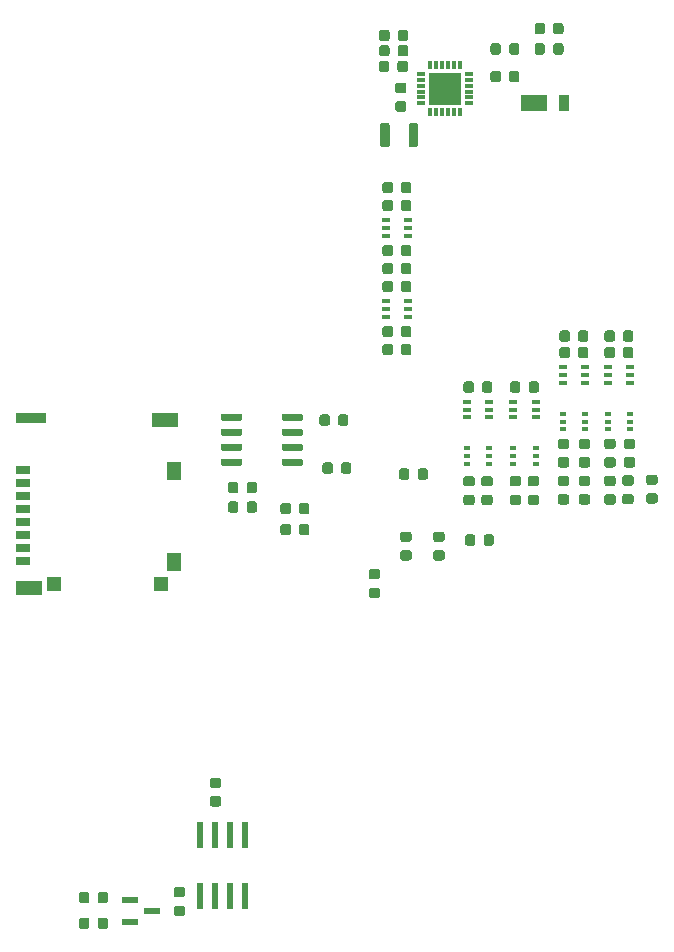
<source format=gbp>
G04 #@! TF.GenerationSoftware,KiCad,Pcbnew,(5.1.5)-3*
G04 #@! TF.CreationDate,2021-06-25T12:34:56-07:00*
G04 #@! TF.ProjectId,mainboard,6d61696e-626f-4617-9264-2e6b69636164,rev?*
G04 #@! TF.SameCoordinates,Original*
G04 #@! TF.FileFunction,Paste,Bot*
G04 #@! TF.FilePolarity,Positive*
%FSLAX46Y46*%
G04 Gerber Fmt 4.6, Leading zero omitted, Abs format (unit mm)*
G04 Created by KiCad (PCBNEW (5.1.5)-3) date 2021-06-25 12:34:56*
%MOMM*%
%LPD*%
G04 APERTURE LIST*
%ADD10R,1.320800X0.558800*%
%ADD11R,0.609600X2.209800*%
%ADD12R,0.650000X0.400000*%
%ADD13R,2.200000X1.400000*%
%ADD14R,0.900000X1.400000*%
%ADD15C,0.100000*%
%ADD16R,0.600000X0.400000*%
%ADD17R,2.800000X2.800000*%
%ADD18R,0.800000X0.300000*%
%ADD19R,0.300000X0.800000*%
%ADD20R,1.240000X0.800000*%
%ADD21R,2.500000X0.950000*%
%ADD22R,2.200000X1.150000*%
%ADD23R,1.250000X1.160000*%
%ADD24R,1.200000X1.160000*%
%ADD25R,1.150000X1.500000*%
G04 APERTURE END LIST*
D10*
X127593400Y-135938096D03*
X125713800Y-134985596D03*
X125713800Y-136890596D03*
D11*
X135509000Y-129463800D03*
X134239000Y-129463800D03*
X132969000Y-129463800D03*
X131699000Y-129463800D03*
X131699000Y-134696200D03*
X132969000Y-134696200D03*
X134239000Y-134696200D03*
X135509000Y-134696200D03*
D12*
X156144000Y-94122000D03*
X156144000Y-92822000D03*
X154244000Y-93472000D03*
X156144000Y-93472000D03*
X154244000Y-92822000D03*
X154244000Y-94122000D03*
D13*
X159936000Y-67500500D03*
D14*
X162486000Y-67500500D03*
D15*
G36*
X149959808Y-69231855D02*
G01*
X149977048Y-69234413D01*
X149993955Y-69238647D01*
X150010365Y-69244519D01*
X150026120Y-69251971D01*
X150041069Y-69260931D01*
X150055068Y-69271313D01*
X150067982Y-69283018D01*
X150079687Y-69295932D01*
X150090069Y-69309931D01*
X150099029Y-69324880D01*
X150106481Y-69340635D01*
X150112353Y-69357045D01*
X150116587Y-69373952D01*
X150119145Y-69391192D01*
X150120000Y-69408600D01*
X150120000Y-71053400D01*
X150119145Y-71070808D01*
X150116587Y-71088048D01*
X150112353Y-71104955D01*
X150106481Y-71121365D01*
X150099029Y-71137120D01*
X150090069Y-71152069D01*
X150079687Y-71166068D01*
X150067982Y-71178982D01*
X150055068Y-71190687D01*
X150041069Y-71201069D01*
X150026120Y-71210029D01*
X150010365Y-71217481D01*
X149993955Y-71223353D01*
X149977048Y-71227587D01*
X149959808Y-71230145D01*
X149942400Y-71231000D01*
X149497600Y-71231000D01*
X149480192Y-71230145D01*
X149462952Y-71227587D01*
X149446045Y-71223353D01*
X149429635Y-71217481D01*
X149413880Y-71210029D01*
X149398931Y-71201069D01*
X149384932Y-71190687D01*
X149372018Y-71178982D01*
X149360313Y-71166068D01*
X149349931Y-71152069D01*
X149340971Y-71137120D01*
X149333519Y-71121365D01*
X149327647Y-71104955D01*
X149323413Y-71088048D01*
X149320855Y-71070808D01*
X149320000Y-71053400D01*
X149320000Y-69408600D01*
X149320855Y-69391192D01*
X149323413Y-69373952D01*
X149327647Y-69357045D01*
X149333519Y-69340635D01*
X149340971Y-69324880D01*
X149349931Y-69309931D01*
X149360313Y-69295932D01*
X149372018Y-69283018D01*
X149384932Y-69271313D01*
X149398931Y-69260931D01*
X149413880Y-69251971D01*
X149429635Y-69244519D01*
X149446045Y-69238647D01*
X149462952Y-69234413D01*
X149480192Y-69231855D01*
X149497600Y-69231000D01*
X149942400Y-69231000D01*
X149959808Y-69231855D01*
G37*
G36*
X147559808Y-69231855D02*
G01*
X147577048Y-69234413D01*
X147593955Y-69238647D01*
X147610365Y-69244519D01*
X147626120Y-69251971D01*
X147641069Y-69260931D01*
X147655068Y-69271313D01*
X147667982Y-69283018D01*
X147679687Y-69295932D01*
X147690069Y-69309931D01*
X147699029Y-69324880D01*
X147706481Y-69340635D01*
X147712353Y-69357045D01*
X147716587Y-69373952D01*
X147719145Y-69391192D01*
X147720000Y-69408600D01*
X147720000Y-71053400D01*
X147719145Y-71070808D01*
X147716587Y-71088048D01*
X147712353Y-71104955D01*
X147706481Y-71121365D01*
X147699029Y-71137120D01*
X147690069Y-71152069D01*
X147679687Y-71166068D01*
X147667982Y-71178982D01*
X147655068Y-71190687D01*
X147641069Y-71201069D01*
X147626120Y-71210029D01*
X147610365Y-71217481D01*
X147593955Y-71223353D01*
X147577048Y-71227587D01*
X147559808Y-71230145D01*
X147542400Y-71231000D01*
X147097600Y-71231000D01*
X147080192Y-71230145D01*
X147062952Y-71227587D01*
X147046045Y-71223353D01*
X147029635Y-71217481D01*
X147013880Y-71210029D01*
X146998931Y-71201069D01*
X146984932Y-71190687D01*
X146972018Y-71178982D01*
X146960313Y-71166068D01*
X146949931Y-71152069D01*
X146940971Y-71137120D01*
X146933519Y-71121365D01*
X146927647Y-71104955D01*
X146923413Y-71088048D01*
X146920855Y-71070808D01*
X146920000Y-71053400D01*
X146920000Y-69408600D01*
X146920855Y-69391192D01*
X146923413Y-69373952D01*
X146927647Y-69357045D01*
X146933519Y-69340635D01*
X146940971Y-69324880D01*
X146949931Y-69309931D01*
X146960313Y-69295932D01*
X146972018Y-69283018D01*
X146984932Y-69271313D01*
X146998931Y-69260931D01*
X147013880Y-69251971D01*
X147029635Y-69244519D01*
X147046045Y-69238647D01*
X147062952Y-69234413D01*
X147080192Y-69231855D01*
X147097600Y-69231000D01*
X147542400Y-69231000D01*
X147559808Y-69231855D01*
G37*
G36*
X147788691Y-79536053D02*
G01*
X147809926Y-79539203D01*
X147830750Y-79544419D01*
X147850962Y-79551651D01*
X147870368Y-79560830D01*
X147888781Y-79571866D01*
X147906024Y-79584654D01*
X147921930Y-79599070D01*
X147936346Y-79614976D01*
X147949134Y-79632219D01*
X147960170Y-79650632D01*
X147969349Y-79670038D01*
X147976581Y-79690250D01*
X147981797Y-79711074D01*
X147984947Y-79732309D01*
X147986000Y-79753750D01*
X147986000Y-80266250D01*
X147984947Y-80287691D01*
X147981797Y-80308926D01*
X147976581Y-80329750D01*
X147969349Y-80349962D01*
X147960170Y-80369368D01*
X147949134Y-80387781D01*
X147936346Y-80405024D01*
X147921930Y-80420930D01*
X147906024Y-80435346D01*
X147888781Y-80448134D01*
X147870368Y-80459170D01*
X147850962Y-80468349D01*
X147830750Y-80475581D01*
X147809926Y-80480797D01*
X147788691Y-80483947D01*
X147767250Y-80485000D01*
X147329750Y-80485000D01*
X147308309Y-80483947D01*
X147287074Y-80480797D01*
X147266250Y-80475581D01*
X147246038Y-80468349D01*
X147226632Y-80459170D01*
X147208219Y-80448134D01*
X147190976Y-80435346D01*
X147175070Y-80420930D01*
X147160654Y-80405024D01*
X147147866Y-80387781D01*
X147136830Y-80369368D01*
X147127651Y-80349962D01*
X147120419Y-80329750D01*
X147115203Y-80308926D01*
X147112053Y-80287691D01*
X147111000Y-80266250D01*
X147111000Y-79753750D01*
X147112053Y-79732309D01*
X147115203Y-79711074D01*
X147120419Y-79690250D01*
X147127651Y-79670038D01*
X147136830Y-79650632D01*
X147147866Y-79632219D01*
X147160654Y-79614976D01*
X147175070Y-79599070D01*
X147190976Y-79584654D01*
X147208219Y-79571866D01*
X147226632Y-79560830D01*
X147246038Y-79551651D01*
X147266250Y-79544419D01*
X147287074Y-79539203D01*
X147308309Y-79536053D01*
X147329750Y-79535000D01*
X147767250Y-79535000D01*
X147788691Y-79536053D01*
G37*
G36*
X149363691Y-79536053D02*
G01*
X149384926Y-79539203D01*
X149405750Y-79544419D01*
X149425962Y-79551651D01*
X149445368Y-79560830D01*
X149463781Y-79571866D01*
X149481024Y-79584654D01*
X149496930Y-79599070D01*
X149511346Y-79614976D01*
X149524134Y-79632219D01*
X149535170Y-79650632D01*
X149544349Y-79670038D01*
X149551581Y-79690250D01*
X149556797Y-79711074D01*
X149559947Y-79732309D01*
X149561000Y-79753750D01*
X149561000Y-80266250D01*
X149559947Y-80287691D01*
X149556797Y-80308926D01*
X149551581Y-80329750D01*
X149544349Y-80349962D01*
X149535170Y-80369368D01*
X149524134Y-80387781D01*
X149511346Y-80405024D01*
X149496930Y-80420930D01*
X149481024Y-80435346D01*
X149463781Y-80448134D01*
X149445368Y-80459170D01*
X149425962Y-80468349D01*
X149405750Y-80475581D01*
X149384926Y-80480797D01*
X149363691Y-80483947D01*
X149342250Y-80485000D01*
X148904750Y-80485000D01*
X148883309Y-80483947D01*
X148862074Y-80480797D01*
X148841250Y-80475581D01*
X148821038Y-80468349D01*
X148801632Y-80459170D01*
X148783219Y-80448134D01*
X148765976Y-80435346D01*
X148750070Y-80420930D01*
X148735654Y-80405024D01*
X148722866Y-80387781D01*
X148711830Y-80369368D01*
X148702651Y-80349962D01*
X148695419Y-80329750D01*
X148690203Y-80308926D01*
X148687053Y-80287691D01*
X148686000Y-80266250D01*
X148686000Y-79753750D01*
X148687053Y-79732309D01*
X148690203Y-79711074D01*
X148695419Y-79690250D01*
X148702651Y-79670038D01*
X148711830Y-79650632D01*
X148722866Y-79632219D01*
X148735654Y-79614976D01*
X148750070Y-79599070D01*
X148765976Y-79584654D01*
X148783219Y-79571866D01*
X148801632Y-79560830D01*
X148821038Y-79551651D01*
X148841250Y-79544419D01*
X148862074Y-79539203D01*
X148883309Y-79536053D01*
X148904750Y-79535000D01*
X149342250Y-79535000D01*
X149363691Y-79536053D01*
G37*
D12*
X149286000Y-78755000D03*
X149286000Y-77455000D03*
X147386000Y-78105000D03*
X149286000Y-78105000D03*
X147386000Y-77455000D03*
X147386000Y-78755000D03*
X149286000Y-85613000D03*
X149286000Y-84313000D03*
X147386000Y-84963000D03*
X149286000Y-84963000D03*
X147386000Y-84313000D03*
X147386000Y-85613000D03*
D15*
G36*
X166647691Y-95931053D02*
G01*
X166668926Y-95934203D01*
X166689750Y-95939419D01*
X166709962Y-95946651D01*
X166729368Y-95955830D01*
X166747781Y-95966866D01*
X166765024Y-95979654D01*
X166780930Y-95994070D01*
X166795346Y-96009976D01*
X166808134Y-96027219D01*
X166819170Y-96045632D01*
X166828349Y-96065038D01*
X166835581Y-96085250D01*
X166840797Y-96106074D01*
X166843947Y-96127309D01*
X166845000Y-96148750D01*
X166845000Y-96586250D01*
X166843947Y-96607691D01*
X166840797Y-96628926D01*
X166835581Y-96649750D01*
X166828349Y-96669962D01*
X166819170Y-96689368D01*
X166808134Y-96707781D01*
X166795346Y-96725024D01*
X166780930Y-96740930D01*
X166765024Y-96755346D01*
X166747781Y-96768134D01*
X166729368Y-96779170D01*
X166709962Y-96788349D01*
X166689750Y-96795581D01*
X166668926Y-96800797D01*
X166647691Y-96803947D01*
X166626250Y-96805000D01*
X166113750Y-96805000D01*
X166092309Y-96803947D01*
X166071074Y-96800797D01*
X166050250Y-96795581D01*
X166030038Y-96788349D01*
X166010632Y-96779170D01*
X165992219Y-96768134D01*
X165974976Y-96755346D01*
X165959070Y-96740930D01*
X165944654Y-96725024D01*
X165931866Y-96707781D01*
X165920830Y-96689368D01*
X165911651Y-96669962D01*
X165904419Y-96649750D01*
X165899203Y-96628926D01*
X165896053Y-96607691D01*
X165895000Y-96586250D01*
X165895000Y-96148750D01*
X165896053Y-96127309D01*
X165899203Y-96106074D01*
X165904419Y-96085250D01*
X165911651Y-96065038D01*
X165920830Y-96045632D01*
X165931866Y-96027219D01*
X165944654Y-96009976D01*
X165959070Y-95994070D01*
X165974976Y-95979654D01*
X165992219Y-95966866D01*
X166010632Y-95955830D01*
X166030038Y-95946651D01*
X166050250Y-95939419D01*
X166071074Y-95934203D01*
X166092309Y-95931053D01*
X166113750Y-95930000D01*
X166626250Y-95930000D01*
X166647691Y-95931053D01*
G37*
G36*
X166647691Y-97506053D02*
G01*
X166668926Y-97509203D01*
X166689750Y-97514419D01*
X166709962Y-97521651D01*
X166729368Y-97530830D01*
X166747781Y-97541866D01*
X166765024Y-97554654D01*
X166780930Y-97569070D01*
X166795346Y-97584976D01*
X166808134Y-97602219D01*
X166819170Y-97620632D01*
X166828349Y-97640038D01*
X166835581Y-97660250D01*
X166840797Y-97681074D01*
X166843947Y-97702309D01*
X166845000Y-97723750D01*
X166845000Y-98161250D01*
X166843947Y-98182691D01*
X166840797Y-98203926D01*
X166835581Y-98224750D01*
X166828349Y-98244962D01*
X166819170Y-98264368D01*
X166808134Y-98282781D01*
X166795346Y-98300024D01*
X166780930Y-98315930D01*
X166765024Y-98330346D01*
X166747781Y-98343134D01*
X166729368Y-98354170D01*
X166709962Y-98363349D01*
X166689750Y-98370581D01*
X166668926Y-98375797D01*
X166647691Y-98378947D01*
X166626250Y-98380000D01*
X166113750Y-98380000D01*
X166092309Y-98378947D01*
X166071074Y-98375797D01*
X166050250Y-98370581D01*
X166030038Y-98363349D01*
X166010632Y-98354170D01*
X165992219Y-98343134D01*
X165974976Y-98330346D01*
X165959070Y-98315930D01*
X165944654Y-98300024D01*
X165931866Y-98282781D01*
X165920830Y-98264368D01*
X165911651Y-98244962D01*
X165904419Y-98224750D01*
X165899203Y-98203926D01*
X165896053Y-98182691D01*
X165895000Y-98161250D01*
X165895000Y-97723750D01*
X165896053Y-97702309D01*
X165899203Y-97681074D01*
X165904419Y-97660250D01*
X165911651Y-97640038D01*
X165920830Y-97620632D01*
X165931866Y-97602219D01*
X165944654Y-97584976D01*
X165959070Y-97569070D01*
X165974976Y-97554654D01*
X165992219Y-97541866D01*
X166010632Y-97530830D01*
X166030038Y-97521651D01*
X166050250Y-97514419D01*
X166071074Y-97509203D01*
X166092309Y-97506053D01*
X166113750Y-97505000D01*
X166626250Y-97505000D01*
X166647691Y-97506053D01*
G37*
G36*
X162710691Y-95931053D02*
G01*
X162731926Y-95934203D01*
X162752750Y-95939419D01*
X162772962Y-95946651D01*
X162792368Y-95955830D01*
X162810781Y-95966866D01*
X162828024Y-95979654D01*
X162843930Y-95994070D01*
X162858346Y-96009976D01*
X162871134Y-96027219D01*
X162882170Y-96045632D01*
X162891349Y-96065038D01*
X162898581Y-96085250D01*
X162903797Y-96106074D01*
X162906947Y-96127309D01*
X162908000Y-96148750D01*
X162908000Y-96586250D01*
X162906947Y-96607691D01*
X162903797Y-96628926D01*
X162898581Y-96649750D01*
X162891349Y-96669962D01*
X162882170Y-96689368D01*
X162871134Y-96707781D01*
X162858346Y-96725024D01*
X162843930Y-96740930D01*
X162828024Y-96755346D01*
X162810781Y-96768134D01*
X162792368Y-96779170D01*
X162772962Y-96788349D01*
X162752750Y-96795581D01*
X162731926Y-96800797D01*
X162710691Y-96803947D01*
X162689250Y-96805000D01*
X162176750Y-96805000D01*
X162155309Y-96803947D01*
X162134074Y-96800797D01*
X162113250Y-96795581D01*
X162093038Y-96788349D01*
X162073632Y-96779170D01*
X162055219Y-96768134D01*
X162037976Y-96755346D01*
X162022070Y-96740930D01*
X162007654Y-96725024D01*
X161994866Y-96707781D01*
X161983830Y-96689368D01*
X161974651Y-96669962D01*
X161967419Y-96649750D01*
X161962203Y-96628926D01*
X161959053Y-96607691D01*
X161958000Y-96586250D01*
X161958000Y-96148750D01*
X161959053Y-96127309D01*
X161962203Y-96106074D01*
X161967419Y-96085250D01*
X161974651Y-96065038D01*
X161983830Y-96045632D01*
X161994866Y-96027219D01*
X162007654Y-96009976D01*
X162022070Y-95994070D01*
X162037976Y-95979654D01*
X162055219Y-95966866D01*
X162073632Y-95955830D01*
X162093038Y-95946651D01*
X162113250Y-95939419D01*
X162134074Y-95934203D01*
X162155309Y-95931053D01*
X162176750Y-95930000D01*
X162689250Y-95930000D01*
X162710691Y-95931053D01*
G37*
G36*
X162710691Y-97506053D02*
G01*
X162731926Y-97509203D01*
X162752750Y-97514419D01*
X162772962Y-97521651D01*
X162792368Y-97530830D01*
X162810781Y-97541866D01*
X162828024Y-97554654D01*
X162843930Y-97569070D01*
X162858346Y-97584976D01*
X162871134Y-97602219D01*
X162882170Y-97620632D01*
X162891349Y-97640038D01*
X162898581Y-97660250D01*
X162903797Y-97681074D01*
X162906947Y-97702309D01*
X162908000Y-97723750D01*
X162908000Y-98161250D01*
X162906947Y-98182691D01*
X162903797Y-98203926D01*
X162898581Y-98224750D01*
X162891349Y-98244962D01*
X162882170Y-98264368D01*
X162871134Y-98282781D01*
X162858346Y-98300024D01*
X162843930Y-98315930D01*
X162828024Y-98330346D01*
X162810781Y-98343134D01*
X162792368Y-98354170D01*
X162772962Y-98363349D01*
X162752750Y-98370581D01*
X162731926Y-98375797D01*
X162710691Y-98378947D01*
X162689250Y-98380000D01*
X162176750Y-98380000D01*
X162155309Y-98378947D01*
X162134074Y-98375797D01*
X162113250Y-98370581D01*
X162093038Y-98363349D01*
X162073632Y-98354170D01*
X162055219Y-98343134D01*
X162037976Y-98330346D01*
X162022070Y-98315930D01*
X162007654Y-98300024D01*
X161994866Y-98282781D01*
X161983830Y-98264368D01*
X161974651Y-98244962D01*
X161967419Y-98224750D01*
X161962203Y-98203926D01*
X161959053Y-98182691D01*
X161958000Y-98161250D01*
X161958000Y-97723750D01*
X161959053Y-97702309D01*
X161962203Y-97681074D01*
X161967419Y-97660250D01*
X161974651Y-97640038D01*
X161983830Y-97620632D01*
X161994866Y-97602219D01*
X162007654Y-97584976D01*
X162022070Y-97569070D01*
X162037976Y-97554654D01*
X162055219Y-97541866D01*
X162073632Y-97530830D01*
X162093038Y-97521651D01*
X162113250Y-97514419D01*
X162134074Y-97509203D01*
X162155309Y-97506053D01*
X162176750Y-97505000D01*
X162689250Y-97505000D01*
X162710691Y-97506053D01*
G37*
G36*
X168159691Y-88172053D02*
G01*
X168180926Y-88175203D01*
X168201750Y-88180419D01*
X168221962Y-88187651D01*
X168241368Y-88196830D01*
X168259781Y-88207866D01*
X168277024Y-88220654D01*
X168292930Y-88235070D01*
X168307346Y-88250976D01*
X168320134Y-88268219D01*
X168331170Y-88286632D01*
X168340349Y-88306038D01*
X168347581Y-88326250D01*
X168352797Y-88347074D01*
X168355947Y-88368309D01*
X168357000Y-88389750D01*
X168357000Y-88902250D01*
X168355947Y-88923691D01*
X168352797Y-88944926D01*
X168347581Y-88965750D01*
X168340349Y-88985962D01*
X168331170Y-89005368D01*
X168320134Y-89023781D01*
X168307346Y-89041024D01*
X168292930Y-89056930D01*
X168277024Y-89071346D01*
X168259781Y-89084134D01*
X168241368Y-89095170D01*
X168221962Y-89104349D01*
X168201750Y-89111581D01*
X168180926Y-89116797D01*
X168159691Y-89119947D01*
X168138250Y-89121000D01*
X167700750Y-89121000D01*
X167679309Y-89119947D01*
X167658074Y-89116797D01*
X167637250Y-89111581D01*
X167617038Y-89104349D01*
X167597632Y-89095170D01*
X167579219Y-89084134D01*
X167561976Y-89071346D01*
X167546070Y-89056930D01*
X167531654Y-89041024D01*
X167518866Y-89023781D01*
X167507830Y-89005368D01*
X167498651Y-88985962D01*
X167491419Y-88965750D01*
X167486203Y-88944926D01*
X167483053Y-88923691D01*
X167482000Y-88902250D01*
X167482000Y-88389750D01*
X167483053Y-88368309D01*
X167486203Y-88347074D01*
X167491419Y-88326250D01*
X167498651Y-88306038D01*
X167507830Y-88286632D01*
X167518866Y-88268219D01*
X167531654Y-88250976D01*
X167546070Y-88235070D01*
X167561976Y-88220654D01*
X167579219Y-88207866D01*
X167597632Y-88196830D01*
X167617038Y-88187651D01*
X167637250Y-88180419D01*
X167658074Y-88175203D01*
X167679309Y-88172053D01*
X167700750Y-88171000D01*
X168138250Y-88171000D01*
X168159691Y-88172053D01*
G37*
G36*
X166584691Y-88172053D02*
G01*
X166605926Y-88175203D01*
X166626750Y-88180419D01*
X166646962Y-88187651D01*
X166666368Y-88196830D01*
X166684781Y-88207866D01*
X166702024Y-88220654D01*
X166717930Y-88235070D01*
X166732346Y-88250976D01*
X166745134Y-88268219D01*
X166756170Y-88286632D01*
X166765349Y-88306038D01*
X166772581Y-88326250D01*
X166777797Y-88347074D01*
X166780947Y-88368309D01*
X166782000Y-88389750D01*
X166782000Y-88902250D01*
X166780947Y-88923691D01*
X166777797Y-88944926D01*
X166772581Y-88965750D01*
X166765349Y-88985962D01*
X166756170Y-89005368D01*
X166745134Y-89023781D01*
X166732346Y-89041024D01*
X166717930Y-89056930D01*
X166702024Y-89071346D01*
X166684781Y-89084134D01*
X166666368Y-89095170D01*
X166646962Y-89104349D01*
X166626750Y-89111581D01*
X166605926Y-89116797D01*
X166584691Y-89119947D01*
X166563250Y-89121000D01*
X166125750Y-89121000D01*
X166104309Y-89119947D01*
X166083074Y-89116797D01*
X166062250Y-89111581D01*
X166042038Y-89104349D01*
X166022632Y-89095170D01*
X166004219Y-89084134D01*
X165986976Y-89071346D01*
X165971070Y-89056930D01*
X165956654Y-89041024D01*
X165943866Y-89023781D01*
X165932830Y-89005368D01*
X165923651Y-88985962D01*
X165916419Y-88965750D01*
X165911203Y-88944926D01*
X165908053Y-88923691D01*
X165907000Y-88902250D01*
X165907000Y-88389750D01*
X165908053Y-88368309D01*
X165911203Y-88347074D01*
X165916419Y-88326250D01*
X165923651Y-88306038D01*
X165932830Y-88286632D01*
X165943866Y-88268219D01*
X165956654Y-88250976D01*
X165971070Y-88235070D01*
X165986976Y-88220654D01*
X166004219Y-88207866D01*
X166022632Y-88196830D01*
X166042038Y-88187651D01*
X166062250Y-88180419D01*
X166083074Y-88175203D01*
X166104309Y-88172053D01*
X166125750Y-88171000D01*
X166563250Y-88171000D01*
X166584691Y-88172053D01*
G37*
G36*
X164349691Y-88172053D02*
G01*
X164370926Y-88175203D01*
X164391750Y-88180419D01*
X164411962Y-88187651D01*
X164431368Y-88196830D01*
X164449781Y-88207866D01*
X164467024Y-88220654D01*
X164482930Y-88235070D01*
X164497346Y-88250976D01*
X164510134Y-88268219D01*
X164521170Y-88286632D01*
X164530349Y-88306038D01*
X164537581Y-88326250D01*
X164542797Y-88347074D01*
X164545947Y-88368309D01*
X164547000Y-88389750D01*
X164547000Y-88902250D01*
X164545947Y-88923691D01*
X164542797Y-88944926D01*
X164537581Y-88965750D01*
X164530349Y-88985962D01*
X164521170Y-89005368D01*
X164510134Y-89023781D01*
X164497346Y-89041024D01*
X164482930Y-89056930D01*
X164467024Y-89071346D01*
X164449781Y-89084134D01*
X164431368Y-89095170D01*
X164411962Y-89104349D01*
X164391750Y-89111581D01*
X164370926Y-89116797D01*
X164349691Y-89119947D01*
X164328250Y-89121000D01*
X163890750Y-89121000D01*
X163869309Y-89119947D01*
X163848074Y-89116797D01*
X163827250Y-89111581D01*
X163807038Y-89104349D01*
X163787632Y-89095170D01*
X163769219Y-89084134D01*
X163751976Y-89071346D01*
X163736070Y-89056930D01*
X163721654Y-89041024D01*
X163708866Y-89023781D01*
X163697830Y-89005368D01*
X163688651Y-88985962D01*
X163681419Y-88965750D01*
X163676203Y-88944926D01*
X163673053Y-88923691D01*
X163672000Y-88902250D01*
X163672000Y-88389750D01*
X163673053Y-88368309D01*
X163676203Y-88347074D01*
X163681419Y-88326250D01*
X163688651Y-88306038D01*
X163697830Y-88286632D01*
X163708866Y-88268219D01*
X163721654Y-88250976D01*
X163736070Y-88235070D01*
X163751976Y-88220654D01*
X163769219Y-88207866D01*
X163787632Y-88196830D01*
X163807038Y-88187651D01*
X163827250Y-88180419D01*
X163848074Y-88175203D01*
X163869309Y-88172053D01*
X163890750Y-88171000D01*
X164328250Y-88171000D01*
X164349691Y-88172053D01*
G37*
G36*
X162774691Y-88172053D02*
G01*
X162795926Y-88175203D01*
X162816750Y-88180419D01*
X162836962Y-88187651D01*
X162856368Y-88196830D01*
X162874781Y-88207866D01*
X162892024Y-88220654D01*
X162907930Y-88235070D01*
X162922346Y-88250976D01*
X162935134Y-88268219D01*
X162946170Y-88286632D01*
X162955349Y-88306038D01*
X162962581Y-88326250D01*
X162967797Y-88347074D01*
X162970947Y-88368309D01*
X162972000Y-88389750D01*
X162972000Y-88902250D01*
X162970947Y-88923691D01*
X162967797Y-88944926D01*
X162962581Y-88965750D01*
X162955349Y-88985962D01*
X162946170Y-89005368D01*
X162935134Y-89023781D01*
X162922346Y-89041024D01*
X162907930Y-89056930D01*
X162892024Y-89071346D01*
X162874781Y-89084134D01*
X162856368Y-89095170D01*
X162836962Y-89104349D01*
X162816750Y-89111581D01*
X162795926Y-89116797D01*
X162774691Y-89119947D01*
X162753250Y-89121000D01*
X162315750Y-89121000D01*
X162294309Y-89119947D01*
X162273074Y-89116797D01*
X162252250Y-89111581D01*
X162232038Y-89104349D01*
X162212632Y-89095170D01*
X162194219Y-89084134D01*
X162176976Y-89071346D01*
X162161070Y-89056930D01*
X162146654Y-89041024D01*
X162133866Y-89023781D01*
X162122830Y-89005368D01*
X162113651Y-88985962D01*
X162106419Y-88965750D01*
X162101203Y-88944926D01*
X162098053Y-88923691D01*
X162097000Y-88902250D01*
X162097000Y-88389750D01*
X162098053Y-88368309D01*
X162101203Y-88347074D01*
X162106419Y-88326250D01*
X162113651Y-88306038D01*
X162122830Y-88286632D01*
X162133866Y-88268219D01*
X162146654Y-88250976D01*
X162161070Y-88235070D01*
X162176976Y-88220654D01*
X162194219Y-88207866D01*
X162212632Y-88196830D01*
X162232038Y-88187651D01*
X162252250Y-88180419D01*
X162273074Y-88175203D01*
X162294309Y-88172053D01*
X162315750Y-88171000D01*
X162753250Y-88171000D01*
X162774691Y-88172053D01*
G37*
G36*
X168159691Y-86775053D02*
G01*
X168180926Y-86778203D01*
X168201750Y-86783419D01*
X168221962Y-86790651D01*
X168241368Y-86799830D01*
X168259781Y-86810866D01*
X168277024Y-86823654D01*
X168292930Y-86838070D01*
X168307346Y-86853976D01*
X168320134Y-86871219D01*
X168331170Y-86889632D01*
X168340349Y-86909038D01*
X168347581Y-86929250D01*
X168352797Y-86950074D01*
X168355947Y-86971309D01*
X168357000Y-86992750D01*
X168357000Y-87505250D01*
X168355947Y-87526691D01*
X168352797Y-87547926D01*
X168347581Y-87568750D01*
X168340349Y-87588962D01*
X168331170Y-87608368D01*
X168320134Y-87626781D01*
X168307346Y-87644024D01*
X168292930Y-87659930D01*
X168277024Y-87674346D01*
X168259781Y-87687134D01*
X168241368Y-87698170D01*
X168221962Y-87707349D01*
X168201750Y-87714581D01*
X168180926Y-87719797D01*
X168159691Y-87722947D01*
X168138250Y-87724000D01*
X167700750Y-87724000D01*
X167679309Y-87722947D01*
X167658074Y-87719797D01*
X167637250Y-87714581D01*
X167617038Y-87707349D01*
X167597632Y-87698170D01*
X167579219Y-87687134D01*
X167561976Y-87674346D01*
X167546070Y-87659930D01*
X167531654Y-87644024D01*
X167518866Y-87626781D01*
X167507830Y-87608368D01*
X167498651Y-87588962D01*
X167491419Y-87568750D01*
X167486203Y-87547926D01*
X167483053Y-87526691D01*
X167482000Y-87505250D01*
X167482000Y-86992750D01*
X167483053Y-86971309D01*
X167486203Y-86950074D01*
X167491419Y-86929250D01*
X167498651Y-86909038D01*
X167507830Y-86889632D01*
X167518866Y-86871219D01*
X167531654Y-86853976D01*
X167546070Y-86838070D01*
X167561976Y-86823654D01*
X167579219Y-86810866D01*
X167597632Y-86799830D01*
X167617038Y-86790651D01*
X167637250Y-86783419D01*
X167658074Y-86778203D01*
X167679309Y-86775053D01*
X167700750Y-86774000D01*
X168138250Y-86774000D01*
X168159691Y-86775053D01*
G37*
G36*
X166584691Y-86775053D02*
G01*
X166605926Y-86778203D01*
X166626750Y-86783419D01*
X166646962Y-86790651D01*
X166666368Y-86799830D01*
X166684781Y-86810866D01*
X166702024Y-86823654D01*
X166717930Y-86838070D01*
X166732346Y-86853976D01*
X166745134Y-86871219D01*
X166756170Y-86889632D01*
X166765349Y-86909038D01*
X166772581Y-86929250D01*
X166777797Y-86950074D01*
X166780947Y-86971309D01*
X166782000Y-86992750D01*
X166782000Y-87505250D01*
X166780947Y-87526691D01*
X166777797Y-87547926D01*
X166772581Y-87568750D01*
X166765349Y-87588962D01*
X166756170Y-87608368D01*
X166745134Y-87626781D01*
X166732346Y-87644024D01*
X166717930Y-87659930D01*
X166702024Y-87674346D01*
X166684781Y-87687134D01*
X166666368Y-87698170D01*
X166646962Y-87707349D01*
X166626750Y-87714581D01*
X166605926Y-87719797D01*
X166584691Y-87722947D01*
X166563250Y-87724000D01*
X166125750Y-87724000D01*
X166104309Y-87722947D01*
X166083074Y-87719797D01*
X166062250Y-87714581D01*
X166042038Y-87707349D01*
X166022632Y-87698170D01*
X166004219Y-87687134D01*
X165986976Y-87674346D01*
X165971070Y-87659930D01*
X165956654Y-87644024D01*
X165943866Y-87626781D01*
X165932830Y-87608368D01*
X165923651Y-87588962D01*
X165916419Y-87568750D01*
X165911203Y-87547926D01*
X165908053Y-87526691D01*
X165907000Y-87505250D01*
X165907000Y-86992750D01*
X165908053Y-86971309D01*
X165911203Y-86950074D01*
X165916419Y-86929250D01*
X165923651Y-86909038D01*
X165932830Y-86889632D01*
X165943866Y-86871219D01*
X165956654Y-86853976D01*
X165971070Y-86838070D01*
X165986976Y-86823654D01*
X166004219Y-86810866D01*
X166022632Y-86799830D01*
X166042038Y-86790651D01*
X166062250Y-86783419D01*
X166083074Y-86778203D01*
X166104309Y-86775053D01*
X166125750Y-86774000D01*
X166563250Y-86774000D01*
X166584691Y-86775053D01*
G37*
G36*
X164349691Y-86775053D02*
G01*
X164370926Y-86778203D01*
X164391750Y-86783419D01*
X164411962Y-86790651D01*
X164431368Y-86799830D01*
X164449781Y-86810866D01*
X164467024Y-86823654D01*
X164482930Y-86838070D01*
X164497346Y-86853976D01*
X164510134Y-86871219D01*
X164521170Y-86889632D01*
X164530349Y-86909038D01*
X164537581Y-86929250D01*
X164542797Y-86950074D01*
X164545947Y-86971309D01*
X164547000Y-86992750D01*
X164547000Y-87505250D01*
X164545947Y-87526691D01*
X164542797Y-87547926D01*
X164537581Y-87568750D01*
X164530349Y-87588962D01*
X164521170Y-87608368D01*
X164510134Y-87626781D01*
X164497346Y-87644024D01*
X164482930Y-87659930D01*
X164467024Y-87674346D01*
X164449781Y-87687134D01*
X164431368Y-87698170D01*
X164411962Y-87707349D01*
X164391750Y-87714581D01*
X164370926Y-87719797D01*
X164349691Y-87722947D01*
X164328250Y-87724000D01*
X163890750Y-87724000D01*
X163869309Y-87722947D01*
X163848074Y-87719797D01*
X163827250Y-87714581D01*
X163807038Y-87707349D01*
X163787632Y-87698170D01*
X163769219Y-87687134D01*
X163751976Y-87674346D01*
X163736070Y-87659930D01*
X163721654Y-87644024D01*
X163708866Y-87626781D01*
X163697830Y-87608368D01*
X163688651Y-87588962D01*
X163681419Y-87568750D01*
X163676203Y-87547926D01*
X163673053Y-87526691D01*
X163672000Y-87505250D01*
X163672000Y-86992750D01*
X163673053Y-86971309D01*
X163676203Y-86950074D01*
X163681419Y-86929250D01*
X163688651Y-86909038D01*
X163697830Y-86889632D01*
X163708866Y-86871219D01*
X163721654Y-86853976D01*
X163736070Y-86838070D01*
X163751976Y-86823654D01*
X163769219Y-86810866D01*
X163787632Y-86799830D01*
X163807038Y-86790651D01*
X163827250Y-86783419D01*
X163848074Y-86778203D01*
X163869309Y-86775053D01*
X163890750Y-86774000D01*
X164328250Y-86774000D01*
X164349691Y-86775053D01*
G37*
G36*
X162774691Y-86775053D02*
G01*
X162795926Y-86778203D01*
X162816750Y-86783419D01*
X162836962Y-86790651D01*
X162856368Y-86799830D01*
X162874781Y-86810866D01*
X162892024Y-86823654D01*
X162907930Y-86838070D01*
X162922346Y-86853976D01*
X162935134Y-86871219D01*
X162946170Y-86889632D01*
X162955349Y-86909038D01*
X162962581Y-86929250D01*
X162967797Y-86950074D01*
X162970947Y-86971309D01*
X162972000Y-86992750D01*
X162972000Y-87505250D01*
X162970947Y-87526691D01*
X162967797Y-87547926D01*
X162962581Y-87568750D01*
X162955349Y-87588962D01*
X162946170Y-87608368D01*
X162935134Y-87626781D01*
X162922346Y-87644024D01*
X162907930Y-87659930D01*
X162892024Y-87674346D01*
X162874781Y-87687134D01*
X162856368Y-87698170D01*
X162836962Y-87707349D01*
X162816750Y-87714581D01*
X162795926Y-87719797D01*
X162774691Y-87722947D01*
X162753250Y-87724000D01*
X162315750Y-87724000D01*
X162294309Y-87722947D01*
X162273074Y-87719797D01*
X162252250Y-87714581D01*
X162232038Y-87707349D01*
X162212632Y-87698170D01*
X162194219Y-87687134D01*
X162176976Y-87674346D01*
X162161070Y-87659930D01*
X162146654Y-87644024D01*
X162133866Y-87626781D01*
X162122830Y-87608368D01*
X162113651Y-87588962D01*
X162106419Y-87568750D01*
X162101203Y-87547926D01*
X162098053Y-87526691D01*
X162097000Y-87505250D01*
X162097000Y-86992750D01*
X162098053Y-86971309D01*
X162101203Y-86950074D01*
X162106419Y-86929250D01*
X162113651Y-86909038D01*
X162122830Y-86889632D01*
X162133866Y-86871219D01*
X162146654Y-86853976D01*
X162161070Y-86838070D01*
X162176976Y-86823654D01*
X162194219Y-86810866D01*
X162212632Y-86799830D01*
X162232038Y-86790651D01*
X162252250Y-86783419D01*
X162273074Y-86778203D01*
X162294309Y-86775053D01*
X162315750Y-86774000D01*
X162753250Y-86774000D01*
X162774691Y-86775053D01*
G37*
G36*
X156233691Y-99106053D02*
G01*
X156254926Y-99109203D01*
X156275750Y-99114419D01*
X156295962Y-99121651D01*
X156315368Y-99130830D01*
X156333781Y-99141866D01*
X156351024Y-99154654D01*
X156366930Y-99169070D01*
X156381346Y-99184976D01*
X156394134Y-99202219D01*
X156405170Y-99220632D01*
X156414349Y-99240038D01*
X156421581Y-99260250D01*
X156426797Y-99281074D01*
X156429947Y-99302309D01*
X156431000Y-99323750D01*
X156431000Y-99761250D01*
X156429947Y-99782691D01*
X156426797Y-99803926D01*
X156421581Y-99824750D01*
X156414349Y-99844962D01*
X156405170Y-99864368D01*
X156394134Y-99882781D01*
X156381346Y-99900024D01*
X156366930Y-99915930D01*
X156351024Y-99930346D01*
X156333781Y-99943134D01*
X156315368Y-99954170D01*
X156295962Y-99963349D01*
X156275750Y-99970581D01*
X156254926Y-99975797D01*
X156233691Y-99978947D01*
X156212250Y-99980000D01*
X155699750Y-99980000D01*
X155678309Y-99978947D01*
X155657074Y-99975797D01*
X155636250Y-99970581D01*
X155616038Y-99963349D01*
X155596632Y-99954170D01*
X155578219Y-99943134D01*
X155560976Y-99930346D01*
X155545070Y-99915930D01*
X155530654Y-99900024D01*
X155517866Y-99882781D01*
X155506830Y-99864368D01*
X155497651Y-99844962D01*
X155490419Y-99824750D01*
X155485203Y-99803926D01*
X155482053Y-99782691D01*
X155481000Y-99761250D01*
X155481000Y-99323750D01*
X155482053Y-99302309D01*
X155485203Y-99281074D01*
X155490419Y-99260250D01*
X155497651Y-99240038D01*
X155506830Y-99220632D01*
X155517866Y-99202219D01*
X155530654Y-99184976D01*
X155545070Y-99169070D01*
X155560976Y-99154654D01*
X155578219Y-99141866D01*
X155596632Y-99130830D01*
X155616038Y-99121651D01*
X155636250Y-99114419D01*
X155657074Y-99109203D01*
X155678309Y-99106053D01*
X155699750Y-99105000D01*
X156212250Y-99105000D01*
X156233691Y-99106053D01*
G37*
G36*
X156233691Y-100681053D02*
G01*
X156254926Y-100684203D01*
X156275750Y-100689419D01*
X156295962Y-100696651D01*
X156315368Y-100705830D01*
X156333781Y-100716866D01*
X156351024Y-100729654D01*
X156366930Y-100744070D01*
X156381346Y-100759976D01*
X156394134Y-100777219D01*
X156405170Y-100795632D01*
X156414349Y-100815038D01*
X156421581Y-100835250D01*
X156426797Y-100856074D01*
X156429947Y-100877309D01*
X156431000Y-100898750D01*
X156431000Y-101336250D01*
X156429947Y-101357691D01*
X156426797Y-101378926D01*
X156421581Y-101399750D01*
X156414349Y-101419962D01*
X156405170Y-101439368D01*
X156394134Y-101457781D01*
X156381346Y-101475024D01*
X156366930Y-101490930D01*
X156351024Y-101505346D01*
X156333781Y-101518134D01*
X156315368Y-101529170D01*
X156295962Y-101538349D01*
X156275750Y-101545581D01*
X156254926Y-101550797D01*
X156233691Y-101553947D01*
X156212250Y-101555000D01*
X155699750Y-101555000D01*
X155678309Y-101553947D01*
X155657074Y-101550797D01*
X155636250Y-101545581D01*
X155616038Y-101538349D01*
X155596632Y-101529170D01*
X155578219Y-101518134D01*
X155560976Y-101505346D01*
X155545070Y-101490930D01*
X155530654Y-101475024D01*
X155517866Y-101457781D01*
X155506830Y-101439368D01*
X155497651Y-101419962D01*
X155490419Y-101399750D01*
X155485203Y-101378926D01*
X155482053Y-101357691D01*
X155481000Y-101336250D01*
X155481000Y-100898750D01*
X155482053Y-100877309D01*
X155485203Y-100856074D01*
X155490419Y-100835250D01*
X155497651Y-100815038D01*
X155506830Y-100795632D01*
X155517866Y-100777219D01*
X155530654Y-100759976D01*
X155545070Y-100744070D01*
X155560976Y-100729654D01*
X155578219Y-100716866D01*
X155596632Y-100705830D01*
X155616038Y-100696651D01*
X155636250Y-100689419D01*
X155657074Y-100684203D01*
X155678309Y-100681053D01*
X155699750Y-100680000D01*
X156212250Y-100680000D01*
X156233691Y-100681053D01*
G37*
G36*
X158646691Y-99106053D02*
G01*
X158667926Y-99109203D01*
X158688750Y-99114419D01*
X158708962Y-99121651D01*
X158728368Y-99130830D01*
X158746781Y-99141866D01*
X158764024Y-99154654D01*
X158779930Y-99169070D01*
X158794346Y-99184976D01*
X158807134Y-99202219D01*
X158818170Y-99220632D01*
X158827349Y-99240038D01*
X158834581Y-99260250D01*
X158839797Y-99281074D01*
X158842947Y-99302309D01*
X158844000Y-99323750D01*
X158844000Y-99761250D01*
X158842947Y-99782691D01*
X158839797Y-99803926D01*
X158834581Y-99824750D01*
X158827349Y-99844962D01*
X158818170Y-99864368D01*
X158807134Y-99882781D01*
X158794346Y-99900024D01*
X158779930Y-99915930D01*
X158764024Y-99930346D01*
X158746781Y-99943134D01*
X158728368Y-99954170D01*
X158708962Y-99963349D01*
X158688750Y-99970581D01*
X158667926Y-99975797D01*
X158646691Y-99978947D01*
X158625250Y-99980000D01*
X158112750Y-99980000D01*
X158091309Y-99978947D01*
X158070074Y-99975797D01*
X158049250Y-99970581D01*
X158029038Y-99963349D01*
X158009632Y-99954170D01*
X157991219Y-99943134D01*
X157973976Y-99930346D01*
X157958070Y-99915930D01*
X157943654Y-99900024D01*
X157930866Y-99882781D01*
X157919830Y-99864368D01*
X157910651Y-99844962D01*
X157903419Y-99824750D01*
X157898203Y-99803926D01*
X157895053Y-99782691D01*
X157894000Y-99761250D01*
X157894000Y-99323750D01*
X157895053Y-99302309D01*
X157898203Y-99281074D01*
X157903419Y-99260250D01*
X157910651Y-99240038D01*
X157919830Y-99220632D01*
X157930866Y-99202219D01*
X157943654Y-99184976D01*
X157958070Y-99169070D01*
X157973976Y-99154654D01*
X157991219Y-99141866D01*
X158009632Y-99130830D01*
X158029038Y-99121651D01*
X158049250Y-99114419D01*
X158070074Y-99109203D01*
X158091309Y-99106053D01*
X158112750Y-99105000D01*
X158625250Y-99105000D01*
X158646691Y-99106053D01*
G37*
G36*
X158646691Y-100681053D02*
G01*
X158667926Y-100684203D01*
X158688750Y-100689419D01*
X158708962Y-100696651D01*
X158728368Y-100705830D01*
X158746781Y-100716866D01*
X158764024Y-100729654D01*
X158779930Y-100744070D01*
X158794346Y-100759976D01*
X158807134Y-100777219D01*
X158818170Y-100795632D01*
X158827349Y-100815038D01*
X158834581Y-100835250D01*
X158839797Y-100856074D01*
X158842947Y-100877309D01*
X158844000Y-100898750D01*
X158844000Y-101336250D01*
X158842947Y-101357691D01*
X158839797Y-101378926D01*
X158834581Y-101399750D01*
X158827349Y-101419962D01*
X158818170Y-101439368D01*
X158807134Y-101457781D01*
X158794346Y-101475024D01*
X158779930Y-101490930D01*
X158764024Y-101505346D01*
X158746781Y-101518134D01*
X158728368Y-101529170D01*
X158708962Y-101538349D01*
X158688750Y-101545581D01*
X158667926Y-101550797D01*
X158646691Y-101553947D01*
X158625250Y-101555000D01*
X158112750Y-101555000D01*
X158091309Y-101553947D01*
X158070074Y-101550797D01*
X158049250Y-101545581D01*
X158029038Y-101538349D01*
X158009632Y-101529170D01*
X157991219Y-101518134D01*
X157973976Y-101505346D01*
X157958070Y-101490930D01*
X157943654Y-101475024D01*
X157930866Y-101457781D01*
X157919830Y-101439368D01*
X157910651Y-101419962D01*
X157903419Y-101399750D01*
X157898203Y-101378926D01*
X157895053Y-101357691D01*
X157894000Y-101336250D01*
X157894000Y-100898750D01*
X157895053Y-100877309D01*
X157898203Y-100856074D01*
X157903419Y-100835250D01*
X157910651Y-100815038D01*
X157919830Y-100795632D01*
X157930866Y-100777219D01*
X157943654Y-100759976D01*
X157958070Y-100744070D01*
X157973976Y-100729654D01*
X157991219Y-100716866D01*
X158009632Y-100705830D01*
X158029038Y-100696651D01*
X158049250Y-100689419D01*
X158070074Y-100684203D01*
X158091309Y-100681053D01*
X158112750Y-100680000D01*
X158625250Y-100680000D01*
X158646691Y-100681053D01*
G37*
G36*
X156221691Y-91093053D02*
G01*
X156242926Y-91096203D01*
X156263750Y-91101419D01*
X156283962Y-91108651D01*
X156303368Y-91117830D01*
X156321781Y-91128866D01*
X156339024Y-91141654D01*
X156354930Y-91156070D01*
X156369346Y-91171976D01*
X156382134Y-91189219D01*
X156393170Y-91207632D01*
X156402349Y-91227038D01*
X156409581Y-91247250D01*
X156414797Y-91268074D01*
X156417947Y-91289309D01*
X156419000Y-91310750D01*
X156419000Y-91823250D01*
X156417947Y-91844691D01*
X156414797Y-91865926D01*
X156409581Y-91886750D01*
X156402349Y-91906962D01*
X156393170Y-91926368D01*
X156382134Y-91944781D01*
X156369346Y-91962024D01*
X156354930Y-91977930D01*
X156339024Y-91992346D01*
X156321781Y-92005134D01*
X156303368Y-92016170D01*
X156283962Y-92025349D01*
X156263750Y-92032581D01*
X156242926Y-92037797D01*
X156221691Y-92040947D01*
X156200250Y-92042000D01*
X155762750Y-92042000D01*
X155741309Y-92040947D01*
X155720074Y-92037797D01*
X155699250Y-92032581D01*
X155679038Y-92025349D01*
X155659632Y-92016170D01*
X155641219Y-92005134D01*
X155623976Y-91992346D01*
X155608070Y-91977930D01*
X155593654Y-91962024D01*
X155580866Y-91944781D01*
X155569830Y-91926368D01*
X155560651Y-91906962D01*
X155553419Y-91886750D01*
X155548203Y-91865926D01*
X155545053Y-91844691D01*
X155544000Y-91823250D01*
X155544000Y-91310750D01*
X155545053Y-91289309D01*
X155548203Y-91268074D01*
X155553419Y-91247250D01*
X155560651Y-91227038D01*
X155569830Y-91207632D01*
X155580866Y-91189219D01*
X155593654Y-91171976D01*
X155608070Y-91156070D01*
X155623976Y-91141654D01*
X155641219Y-91128866D01*
X155659632Y-91117830D01*
X155679038Y-91108651D01*
X155699250Y-91101419D01*
X155720074Y-91096203D01*
X155741309Y-91093053D01*
X155762750Y-91092000D01*
X156200250Y-91092000D01*
X156221691Y-91093053D01*
G37*
G36*
X154646691Y-91093053D02*
G01*
X154667926Y-91096203D01*
X154688750Y-91101419D01*
X154708962Y-91108651D01*
X154728368Y-91117830D01*
X154746781Y-91128866D01*
X154764024Y-91141654D01*
X154779930Y-91156070D01*
X154794346Y-91171976D01*
X154807134Y-91189219D01*
X154818170Y-91207632D01*
X154827349Y-91227038D01*
X154834581Y-91247250D01*
X154839797Y-91268074D01*
X154842947Y-91289309D01*
X154844000Y-91310750D01*
X154844000Y-91823250D01*
X154842947Y-91844691D01*
X154839797Y-91865926D01*
X154834581Y-91886750D01*
X154827349Y-91906962D01*
X154818170Y-91926368D01*
X154807134Y-91944781D01*
X154794346Y-91962024D01*
X154779930Y-91977930D01*
X154764024Y-91992346D01*
X154746781Y-92005134D01*
X154728368Y-92016170D01*
X154708962Y-92025349D01*
X154688750Y-92032581D01*
X154667926Y-92037797D01*
X154646691Y-92040947D01*
X154625250Y-92042000D01*
X154187750Y-92042000D01*
X154166309Y-92040947D01*
X154145074Y-92037797D01*
X154124250Y-92032581D01*
X154104038Y-92025349D01*
X154084632Y-92016170D01*
X154066219Y-92005134D01*
X154048976Y-91992346D01*
X154033070Y-91977930D01*
X154018654Y-91962024D01*
X154005866Y-91944781D01*
X153994830Y-91926368D01*
X153985651Y-91906962D01*
X153978419Y-91886750D01*
X153973203Y-91865926D01*
X153970053Y-91844691D01*
X153969000Y-91823250D01*
X153969000Y-91310750D01*
X153970053Y-91289309D01*
X153973203Y-91268074D01*
X153978419Y-91247250D01*
X153985651Y-91227038D01*
X153994830Y-91207632D01*
X154005866Y-91189219D01*
X154018654Y-91171976D01*
X154033070Y-91156070D01*
X154048976Y-91141654D01*
X154066219Y-91128866D01*
X154084632Y-91117830D01*
X154104038Y-91108651D01*
X154124250Y-91101419D01*
X154145074Y-91096203D01*
X154166309Y-91093053D01*
X154187750Y-91092000D01*
X154625250Y-91092000D01*
X154646691Y-91093053D01*
G37*
G36*
X160158691Y-91093053D02*
G01*
X160179926Y-91096203D01*
X160200750Y-91101419D01*
X160220962Y-91108651D01*
X160240368Y-91117830D01*
X160258781Y-91128866D01*
X160276024Y-91141654D01*
X160291930Y-91156070D01*
X160306346Y-91171976D01*
X160319134Y-91189219D01*
X160330170Y-91207632D01*
X160339349Y-91227038D01*
X160346581Y-91247250D01*
X160351797Y-91268074D01*
X160354947Y-91289309D01*
X160356000Y-91310750D01*
X160356000Y-91823250D01*
X160354947Y-91844691D01*
X160351797Y-91865926D01*
X160346581Y-91886750D01*
X160339349Y-91906962D01*
X160330170Y-91926368D01*
X160319134Y-91944781D01*
X160306346Y-91962024D01*
X160291930Y-91977930D01*
X160276024Y-91992346D01*
X160258781Y-92005134D01*
X160240368Y-92016170D01*
X160220962Y-92025349D01*
X160200750Y-92032581D01*
X160179926Y-92037797D01*
X160158691Y-92040947D01*
X160137250Y-92042000D01*
X159699750Y-92042000D01*
X159678309Y-92040947D01*
X159657074Y-92037797D01*
X159636250Y-92032581D01*
X159616038Y-92025349D01*
X159596632Y-92016170D01*
X159578219Y-92005134D01*
X159560976Y-91992346D01*
X159545070Y-91977930D01*
X159530654Y-91962024D01*
X159517866Y-91944781D01*
X159506830Y-91926368D01*
X159497651Y-91906962D01*
X159490419Y-91886750D01*
X159485203Y-91865926D01*
X159482053Y-91844691D01*
X159481000Y-91823250D01*
X159481000Y-91310750D01*
X159482053Y-91289309D01*
X159485203Y-91268074D01*
X159490419Y-91247250D01*
X159497651Y-91227038D01*
X159506830Y-91207632D01*
X159517866Y-91189219D01*
X159530654Y-91171976D01*
X159545070Y-91156070D01*
X159560976Y-91141654D01*
X159578219Y-91128866D01*
X159596632Y-91117830D01*
X159616038Y-91108651D01*
X159636250Y-91101419D01*
X159657074Y-91096203D01*
X159678309Y-91093053D01*
X159699750Y-91092000D01*
X160137250Y-91092000D01*
X160158691Y-91093053D01*
G37*
G36*
X158583691Y-91093053D02*
G01*
X158604926Y-91096203D01*
X158625750Y-91101419D01*
X158645962Y-91108651D01*
X158665368Y-91117830D01*
X158683781Y-91128866D01*
X158701024Y-91141654D01*
X158716930Y-91156070D01*
X158731346Y-91171976D01*
X158744134Y-91189219D01*
X158755170Y-91207632D01*
X158764349Y-91227038D01*
X158771581Y-91247250D01*
X158776797Y-91268074D01*
X158779947Y-91289309D01*
X158781000Y-91310750D01*
X158781000Y-91823250D01*
X158779947Y-91844691D01*
X158776797Y-91865926D01*
X158771581Y-91886750D01*
X158764349Y-91906962D01*
X158755170Y-91926368D01*
X158744134Y-91944781D01*
X158731346Y-91962024D01*
X158716930Y-91977930D01*
X158701024Y-91992346D01*
X158683781Y-92005134D01*
X158665368Y-92016170D01*
X158645962Y-92025349D01*
X158625750Y-92032581D01*
X158604926Y-92037797D01*
X158583691Y-92040947D01*
X158562250Y-92042000D01*
X158124750Y-92042000D01*
X158103309Y-92040947D01*
X158082074Y-92037797D01*
X158061250Y-92032581D01*
X158041038Y-92025349D01*
X158021632Y-92016170D01*
X158003219Y-92005134D01*
X157985976Y-91992346D01*
X157970070Y-91977930D01*
X157955654Y-91962024D01*
X157942866Y-91944781D01*
X157931830Y-91926368D01*
X157922651Y-91906962D01*
X157915419Y-91886750D01*
X157910203Y-91865926D01*
X157907053Y-91844691D01*
X157906000Y-91823250D01*
X157906000Y-91310750D01*
X157907053Y-91289309D01*
X157910203Y-91268074D01*
X157915419Y-91247250D01*
X157922651Y-91227038D01*
X157931830Y-91207632D01*
X157942866Y-91189219D01*
X157955654Y-91171976D01*
X157970070Y-91156070D01*
X157985976Y-91141654D01*
X158003219Y-91128866D01*
X158021632Y-91117830D01*
X158041038Y-91108651D01*
X158061250Y-91101419D01*
X158082074Y-91096203D01*
X158103309Y-91093053D01*
X158124750Y-91092000D01*
X158562250Y-91092000D01*
X158583691Y-91093053D01*
G37*
G36*
X147788691Y-75726053D02*
G01*
X147809926Y-75729203D01*
X147830750Y-75734419D01*
X147850962Y-75741651D01*
X147870368Y-75750830D01*
X147888781Y-75761866D01*
X147906024Y-75774654D01*
X147921930Y-75789070D01*
X147936346Y-75804976D01*
X147949134Y-75822219D01*
X147960170Y-75840632D01*
X147969349Y-75860038D01*
X147976581Y-75880250D01*
X147981797Y-75901074D01*
X147984947Y-75922309D01*
X147986000Y-75943750D01*
X147986000Y-76456250D01*
X147984947Y-76477691D01*
X147981797Y-76498926D01*
X147976581Y-76519750D01*
X147969349Y-76539962D01*
X147960170Y-76559368D01*
X147949134Y-76577781D01*
X147936346Y-76595024D01*
X147921930Y-76610930D01*
X147906024Y-76625346D01*
X147888781Y-76638134D01*
X147870368Y-76649170D01*
X147850962Y-76658349D01*
X147830750Y-76665581D01*
X147809926Y-76670797D01*
X147788691Y-76673947D01*
X147767250Y-76675000D01*
X147329750Y-76675000D01*
X147308309Y-76673947D01*
X147287074Y-76670797D01*
X147266250Y-76665581D01*
X147246038Y-76658349D01*
X147226632Y-76649170D01*
X147208219Y-76638134D01*
X147190976Y-76625346D01*
X147175070Y-76610930D01*
X147160654Y-76595024D01*
X147147866Y-76577781D01*
X147136830Y-76559368D01*
X147127651Y-76539962D01*
X147120419Y-76519750D01*
X147115203Y-76498926D01*
X147112053Y-76477691D01*
X147111000Y-76456250D01*
X147111000Y-75943750D01*
X147112053Y-75922309D01*
X147115203Y-75901074D01*
X147120419Y-75880250D01*
X147127651Y-75860038D01*
X147136830Y-75840632D01*
X147147866Y-75822219D01*
X147160654Y-75804976D01*
X147175070Y-75789070D01*
X147190976Y-75774654D01*
X147208219Y-75761866D01*
X147226632Y-75750830D01*
X147246038Y-75741651D01*
X147266250Y-75734419D01*
X147287074Y-75729203D01*
X147308309Y-75726053D01*
X147329750Y-75725000D01*
X147767250Y-75725000D01*
X147788691Y-75726053D01*
G37*
G36*
X149363691Y-75726053D02*
G01*
X149384926Y-75729203D01*
X149405750Y-75734419D01*
X149425962Y-75741651D01*
X149445368Y-75750830D01*
X149463781Y-75761866D01*
X149481024Y-75774654D01*
X149496930Y-75789070D01*
X149511346Y-75804976D01*
X149524134Y-75822219D01*
X149535170Y-75840632D01*
X149544349Y-75860038D01*
X149551581Y-75880250D01*
X149556797Y-75901074D01*
X149559947Y-75922309D01*
X149561000Y-75943750D01*
X149561000Y-76456250D01*
X149559947Y-76477691D01*
X149556797Y-76498926D01*
X149551581Y-76519750D01*
X149544349Y-76539962D01*
X149535170Y-76559368D01*
X149524134Y-76577781D01*
X149511346Y-76595024D01*
X149496930Y-76610930D01*
X149481024Y-76625346D01*
X149463781Y-76638134D01*
X149445368Y-76649170D01*
X149425962Y-76658349D01*
X149405750Y-76665581D01*
X149384926Y-76670797D01*
X149363691Y-76673947D01*
X149342250Y-76675000D01*
X148904750Y-76675000D01*
X148883309Y-76673947D01*
X148862074Y-76670797D01*
X148841250Y-76665581D01*
X148821038Y-76658349D01*
X148801632Y-76649170D01*
X148783219Y-76638134D01*
X148765976Y-76625346D01*
X148750070Y-76610930D01*
X148735654Y-76595024D01*
X148722866Y-76577781D01*
X148711830Y-76559368D01*
X148702651Y-76539962D01*
X148695419Y-76519750D01*
X148690203Y-76498926D01*
X148687053Y-76477691D01*
X148686000Y-76456250D01*
X148686000Y-75943750D01*
X148687053Y-75922309D01*
X148690203Y-75901074D01*
X148695419Y-75880250D01*
X148702651Y-75860038D01*
X148711830Y-75840632D01*
X148722866Y-75822219D01*
X148735654Y-75804976D01*
X148750070Y-75789070D01*
X148765976Y-75774654D01*
X148783219Y-75761866D01*
X148801632Y-75750830D01*
X148821038Y-75741651D01*
X148841250Y-75734419D01*
X148862074Y-75729203D01*
X148883309Y-75726053D01*
X148904750Y-75725000D01*
X149342250Y-75725000D01*
X149363691Y-75726053D01*
G37*
G36*
X149363691Y-74202053D02*
G01*
X149384926Y-74205203D01*
X149405750Y-74210419D01*
X149425962Y-74217651D01*
X149445368Y-74226830D01*
X149463781Y-74237866D01*
X149481024Y-74250654D01*
X149496930Y-74265070D01*
X149511346Y-74280976D01*
X149524134Y-74298219D01*
X149535170Y-74316632D01*
X149544349Y-74336038D01*
X149551581Y-74356250D01*
X149556797Y-74377074D01*
X149559947Y-74398309D01*
X149561000Y-74419750D01*
X149561000Y-74932250D01*
X149559947Y-74953691D01*
X149556797Y-74974926D01*
X149551581Y-74995750D01*
X149544349Y-75015962D01*
X149535170Y-75035368D01*
X149524134Y-75053781D01*
X149511346Y-75071024D01*
X149496930Y-75086930D01*
X149481024Y-75101346D01*
X149463781Y-75114134D01*
X149445368Y-75125170D01*
X149425962Y-75134349D01*
X149405750Y-75141581D01*
X149384926Y-75146797D01*
X149363691Y-75149947D01*
X149342250Y-75151000D01*
X148904750Y-75151000D01*
X148883309Y-75149947D01*
X148862074Y-75146797D01*
X148841250Y-75141581D01*
X148821038Y-75134349D01*
X148801632Y-75125170D01*
X148783219Y-75114134D01*
X148765976Y-75101346D01*
X148750070Y-75086930D01*
X148735654Y-75071024D01*
X148722866Y-75053781D01*
X148711830Y-75035368D01*
X148702651Y-75015962D01*
X148695419Y-74995750D01*
X148690203Y-74974926D01*
X148687053Y-74953691D01*
X148686000Y-74932250D01*
X148686000Y-74419750D01*
X148687053Y-74398309D01*
X148690203Y-74377074D01*
X148695419Y-74356250D01*
X148702651Y-74336038D01*
X148711830Y-74316632D01*
X148722866Y-74298219D01*
X148735654Y-74280976D01*
X148750070Y-74265070D01*
X148765976Y-74250654D01*
X148783219Y-74237866D01*
X148801632Y-74226830D01*
X148821038Y-74217651D01*
X148841250Y-74210419D01*
X148862074Y-74205203D01*
X148883309Y-74202053D01*
X148904750Y-74201000D01*
X149342250Y-74201000D01*
X149363691Y-74202053D01*
G37*
G36*
X147788691Y-74202053D02*
G01*
X147809926Y-74205203D01*
X147830750Y-74210419D01*
X147850962Y-74217651D01*
X147870368Y-74226830D01*
X147888781Y-74237866D01*
X147906024Y-74250654D01*
X147921930Y-74265070D01*
X147936346Y-74280976D01*
X147949134Y-74298219D01*
X147960170Y-74316632D01*
X147969349Y-74336038D01*
X147976581Y-74356250D01*
X147981797Y-74377074D01*
X147984947Y-74398309D01*
X147986000Y-74419750D01*
X147986000Y-74932250D01*
X147984947Y-74953691D01*
X147981797Y-74974926D01*
X147976581Y-74995750D01*
X147969349Y-75015962D01*
X147960170Y-75035368D01*
X147949134Y-75053781D01*
X147936346Y-75071024D01*
X147921930Y-75086930D01*
X147906024Y-75101346D01*
X147888781Y-75114134D01*
X147870368Y-75125170D01*
X147850962Y-75134349D01*
X147830750Y-75141581D01*
X147809926Y-75146797D01*
X147788691Y-75149947D01*
X147767250Y-75151000D01*
X147329750Y-75151000D01*
X147308309Y-75149947D01*
X147287074Y-75146797D01*
X147266250Y-75141581D01*
X147246038Y-75134349D01*
X147226632Y-75125170D01*
X147208219Y-75114134D01*
X147190976Y-75101346D01*
X147175070Y-75086930D01*
X147160654Y-75071024D01*
X147147866Y-75053781D01*
X147136830Y-75035368D01*
X147127651Y-75015962D01*
X147120419Y-74995750D01*
X147115203Y-74974926D01*
X147112053Y-74953691D01*
X147111000Y-74932250D01*
X147111000Y-74419750D01*
X147112053Y-74398309D01*
X147115203Y-74377074D01*
X147120419Y-74356250D01*
X147127651Y-74336038D01*
X147136830Y-74316632D01*
X147147866Y-74298219D01*
X147160654Y-74280976D01*
X147175070Y-74265070D01*
X147190976Y-74250654D01*
X147208219Y-74237866D01*
X147226632Y-74226830D01*
X147246038Y-74217651D01*
X147266250Y-74210419D01*
X147287074Y-74205203D01*
X147308309Y-74202053D01*
X147329750Y-74201000D01*
X147767250Y-74201000D01*
X147788691Y-74202053D01*
G37*
G36*
X149363691Y-86394053D02*
G01*
X149384926Y-86397203D01*
X149405750Y-86402419D01*
X149425962Y-86409651D01*
X149445368Y-86418830D01*
X149463781Y-86429866D01*
X149481024Y-86442654D01*
X149496930Y-86457070D01*
X149511346Y-86472976D01*
X149524134Y-86490219D01*
X149535170Y-86508632D01*
X149544349Y-86528038D01*
X149551581Y-86548250D01*
X149556797Y-86569074D01*
X149559947Y-86590309D01*
X149561000Y-86611750D01*
X149561000Y-87124250D01*
X149559947Y-87145691D01*
X149556797Y-87166926D01*
X149551581Y-87187750D01*
X149544349Y-87207962D01*
X149535170Y-87227368D01*
X149524134Y-87245781D01*
X149511346Y-87263024D01*
X149496930Y-87278930D01*
X149481024Y-87293346D01*
X149463781Y-87306134D01*
X149445368Y-87317170D01*
X149425962Y-87326349D01*
X149405750Y-87333581D01*
X149384926Y-87338797D01*
X149363691Y-87341947D01*
X149342250Y-87343000D01*
X148904750Y-87343000D01*
X148883309Y-87341947D01*
X148862074Y-87338797D01*
X148841250Y-87333581D01*
X148821038Y-87326349D01*
X148801632Y-87317170D01*
X148783219Y-87306134D01*
X148765976Y-87293346D01*
X148750070Y-87278930D01*
X148735654Y-87263024D01*
X148722866Y-87245781D01*
X148711830Y-87227368D01*
X148702651Y-87207962D01*
X148695419Y-87187750D01*
X148690203Y-87166926D01*
X148687053Y-87145691D01*
X148686000Y-87124250D01*
X148686000Y-86611750D01*
X148687053Y-86590309D01*
X148690203Y-86569074D01*
X148695419Y-86548250D01*
X148702651Y-86528038D01*
X148711830Y-86508632D01*
X148722866Y-86490219D01*
X148735654Y-86472976D01*
X148750070Y-86457070D01*
X148765976Y-86442654D01*
X148783219Y-86429866D01*
X148801632Y-86418830D01*
X148821038Y-86409651D01*
X148841250Y-86402419D01*
X148862074Y-86397203D01*
X148883309Y-86394053D01*
X148904750Y-86393000D01*
X149342250Y-86393000D01*
X149363691Y-86394053D01*
G37*
G36*
X147788691Y-86394053D02*
G01*
X147809926Y-86397203D01*
X147830750Y-86402419D01*
X147850962Y-86409651D01*
X147870368Y-86418830D01*
X147888781Y-86429866D01*
X147906024Y-86442654D01*
X147921930Y-86457070D01*
X147936346Y-86472976D01*
X147949134Y-86490219D01*
X147960170Y-86508632D01*
X147969349Y-86528038D01*
X147976581Y-86548250D01*
X147981797Y-86569074D01*
X147984947Y-86590309D01*
X147986000Y-86611750D01*
X147986000Y-87124250D01*
X147984947Y-87145691D01*
X147981797Y-87166926D01*
X147976581Y-87187750D01*
X147969349Y-87207962D01*
X147960170Y-87227368D01*
X147949134Y-87245781D01*
X147936346Y-87263024D01*
X147921930Y-87278930D01*
X147906024Y-87293346D01*
X147888781Y-87306134D01*
X147870368Y-87317170D01*
X147850962Y-87326349D01*
X147830750Y-87333581D01*
X147809926Y-87338797D01*
X147788691Y-87341947D01*
X147767250Y-87343000D01*
X147329750Y-87343000D01*
X147308309Y-87341947D01*
X147287074Y-87338797D01*
X147266250Y-87333581D01*
X147246038Y-87326349D01*
X147226632Y-87317170D01*
X147208219Y-87306134D01*
X147190976Y-87293346D01*
X147175070Y-87278930D01*
X147160654Y-87263024D01*
X147147866Y-87245781D01*
X147136830Y-87227368D01*
X147127651Y-87207962D01*
X147120419Y-87187750D01*
X147115203Y-87166926D01*
X147112053Y-87145691D01*
X147111000Y-87124250D01*
X147111000Y-86611750D01*
X147112053Y-86590309D01*
X147115203Y-86569074D01*
X147120419Y-86548250D01*
X147127651Y-86528038D01*
X147136830Y-86508632D01*
X147147866Y-86490219D01*
X147160654Y-86472976D01*
X147175070Y-86457070D01*
X147190976Y-86442654D01*
X147208219Y-86429866D01*
X147226632Y-86418830D01*
X147246038Y-86409651D01*
X147266250Y-86402419D01*
X147287074Y-86397203D01*
X147308309Y-86394053D01*
X147329750Y-86393000D01*
X147767250Y-86393000D01*
X147788691Y-86394053D01*
G37*
G36*
X147788691Y-81060053D02*
G01*
X147809926Y-81063203D01*
X147830750Y-81068419D01*
X147850962Y-81075651D01*
X147870368Y-81084830D01*
X147888781Y-81095866D01*
X147906024Y-81108654D01*
X147921930Y-81123070D01*
X147936346Y-81138976D01*
X147949134Y-81156219D01*
X147960170Y-81174632D01*
X147969349Y-81194038D01*
X147976581Y-81214250D01*
X147981797Y-81235074D01*
X147984947Y-81256309D01*
X147986000Y-81277750D01*
X147986000Y-81790250D01*
X147984947Y-81811691D01*
X147981797Y-81832926D01*
X147976581Y-81853750D01*
X147969349Y-81873962D01*
X147960170Y-81893368D01*
X147949134Y-81911781D01*
X147936346Y-81929024D01*
X147921930Y-81944930D01*
X147906024Y-81959346D01*
X147888781Y-81972134D01*
X147870368Y-81983170D01*
X147850962Y-81992349D01*
X147830750Y-81999581D01*
X147809926Y-82004797D01*
X147788691Y-82007947D01*
X147767250Y-82009000D01*
X147329750Y-82009000D01*
X147308309Y-82007947D01*
X147287074Y-82004797D01*
X147266250Y-81999581D01*
X147246038Y-81992349D01*
X147226632Y-81983170D01*
X147208219Y-81972134D01*
X147190976Y-81959346D01*
X147175070Y-81944930D01*
X147160654Y-81929024D01*
X147147866Y-81911781D01*
X147136830Y-81893368D01*
X147127651Y-81873962D01*
X147120419Y-81853750D01*
X147115203Y-81832926D01*
X147112053Y-81811691D01*
X147111000Y-81790250D01*
X147111000Y-81277750D01*
X147112053Y-81256309D01*
X147115203Y-81235074D01*
X147120419Y-81214250D01*
X147127651Y-81194038D01*
X147136830Y-81174632D01*
X147147866Y-81156219D01*
X147160654Y-81138976D01*
X147175070Y-81123070D01*
X147190976Y-81108654D01*
X147208219Y-81095866D01*
X147226632Y-81084830D01*
X147246038Y-81075651D01*
X147266250Y-81068419D01*
X147287074Y-81063203D01*
X147308309Y-81060053D01*
X147329750Y-81059000D01*
X147767250Y-81059000D01*
X147788691Y-81060053D01*
G37*
G36*
X149363691Y-81060053D02*
G01*
X149384926Y-81063203D01*
X149405750Y-81068419D01*
X149425962Y-81075651D01*
X149445368Y-81084830D01*
X149463781Y-81095866D01*
X149481024Y-81108654D01*
X149496930Y-81123070D01*
X149511346Y-81138976D01*
X149524134Y-81156219D01*
X149535170Y-81174632D01*
X149544349Y-81194038D01*
X149551581Y-81214250D01*
X149556797Y-81235074D01*
X149559947Y-81256309D01*
X149561000Y-81277750D01*
X149561000Y-81790250D01*
X149559947Y-81811691D01*
X149556797Y-81832926D01*
X149551581Y-81853750D01*
X149544349Y-81873962D01*
X149535170Y-81893368D01*
X149524134Y-81911781D01*
X149511346Y-81929024D01*
X149496930Y-81944930D01*
X149481024Y-81959346D01*
X149463781Y-81972134D01*
X149445368Y-81983170D01*
X149425962Y-81992349D01*
X149405750Y-81999581D01*
X149384926Y-82004797D01*
X149363691Y-82007947D01*
X149342250Y-82009000D01*
X148904750Y-82009000D01*
X148883309Y-82007947D01*
X148862074Y-82004797D01*
X148841250Y-81999581D01*
X148821038Y-81992349D01*
X148801632Y-81983170D01*
X148783219Y-81972134D01*
X148765976Y-81959346D01*
X148750070Y-81944930D01*
X148735654Y-81929024D01*
X148722866Y-81911781D01*
X148711830Y-81893368D01*
X148702651Y-81873962D01*
X148695419Y-81853750D01*
X148690203Y-81832926D01*
X148687053Y-81811691D01*
X148686000Y-81790250D01*
X148686000Y-81277750D01*
X148687053Y-81256309D01*
X148690203Y-81235074D01*
X148695419Y-81214250D01*
X148702651Y-81194038D01*
X148711830Y-81174632D01*
X148722866Y-81156219D01*
X148735654Y-81138976D01*
X148750070Y-81123070D01*
X148765976Y-81108654D01*
X148783219Y-81095866D01*
X148801632Y-81084830D01*
X148821038Y-81075651D01*
X148841250Y-81068419D01*
X148862074Y-81063203D01*
X148883309Y-81060053D01*
X148904750Y-81059000D01*
X149342250Y-81059000D01*
X149363691Y-81060053D01*
G37*
G36*
X149363691Y-87918053D02*
G01*
X149384926Y-87921203D01*
X149405750Y-87926419D01*
X149425962Y-87933651D01*
X149445368Y-87942830D01*
X149463781Y-87953866D01*
X149481024Y-87966654D01*
X149496930Y-87981070D01*
X149511346Y-87996976D01*
X149524134Y-88014219D01*
X149535170Y-88032632D01*
X149544349Y-88052038D01*
X149551581Y-88072250D01*
X149556797Y-88093074D01*
X149559947Y-88114309D01*
X149561000Y-88135750D01*
X149561000Y-88648250D01*
X149559947Y-88669691D01*
X149556797Y-88690926D01*
X149551581Y-88711750D01*
X149544349Y-88731962D01*
X149535170Y-88751368D01*
X149524134Y-88769781D01*
X149511346Y-88787024D01*
X149496930Y-88802930D01*
X149481024Y-88817346D01*
X149463781Y-88830134D01*
X149445368Y-88841170D01*
X149425962Y-88850349D01*
X149405750Y-88857581D01*
X149384926Y-88862797D01*
X149363691Y-88865947D01*
X149342250Y-88867000D01*
X148904750Y-88867000D01*
X148883309Y-88865947D01*
X148862074Y-88862797D01*
X148841250Y-88857581D01*
X148821038Y-88850349D01*
X148801632Y-88841170D01*
X148783219Y-88830134D01*
X148765976Y-88817346D01*
X148750070Y-88802930D01*
X148735654Y-88787024D01*
X148722866Y-88769781D01*
X148711830Y-88751368D01*
X148702651Y-88731962D01*
X148695419Y-88711750D01*
X148690203Y-88690926D01*
X148687053Y-88669691D01*
X148686000Y-88648250D01*
X148686000Y-88135750D01*
X148687053Y-88114309D01*
X148690203Y-88093074D01*
X148695419Y-88072250D01*
X148702651Y-88052038D01*
X148711830Y-88032632D01*
X148722866Y-88014219D01*
X148735654Y-87996976D01*
X148750070Y-87981070D01*
X148765976Y-87966654D01*
X148783219Y-87953866D01*
X148801632Y-87942830D01*
X148821038Y-87933651D01*
X148841250Y-87926419D01*
X148862074Y-87921203D01*
X148883309Y-87918053D01*
X148904750Y-87917000D01*
X149342250Y-87917000D01*
X149363691Y-87918053D01*
G37*
G36*
X147788691Y-87918053D02*
G01*
X147809926Y-87921203D01*
X147830750Y-87926419D01*
X147850962Y-87933651D01*
X147870368Y-87942830D01*
X147888781Y-87953866D01*
X147906024Y-87966654D01*
X147921930Y-87981070D01*
X147936346Y-87996976D01*
X147949134Y-88014219D01*
X147960170Y-88032632D01*
X147969349Y-88052038D01*
X147976581Y-88072250D01*
X147981797Y-88093074D01*
X147984947Y-88114309D01*
X147986000Y-88135750D01*
X147986000Y-88648250D01*
X147984947Y-88669691D01*
X147981797Y-88690926D01*
X147976581Y-88711750D01*
X147969349Y-88731962D01*
X147960170Y-88751368D01*
X147949134Y-88769781D01*
X147936346Y-88787024D01*
X147921930Y-88802930D01*
X147906024Y-88817346D01*
X147888781Y-88830134D01*
X147870368Y-88841170D01*
X147850962Y-88850349D01*
X147830750Y-88857581D01*
X147809926Y-88862797D01*
X147788691Y-88865947D01*
X147767250Y-88867000D01*
X147329750Y-88867000D01*
X147308309Y-88865947D01*
X147287074Y-88862797D01*
X147266250Y-88857581D01*
X147246038Y-88850349D01*
X147226632Y-88841170D01*
X147208219Y-88830134D01*
X147190976Y-88817346D01*
X147175070Y-88802930D01*
X147160654Y-88787024D01*
X147147866Y-88769781D01*
X147136830Y-88751368D01*
X147127651Y-88731962D01*
X147120419Y-88711750D01*
X147115203Y-88690926D01*
X147112053Y-88669691D01*
X147111000Y-88648250D01*
X147111000Y-88135750D01*
X147112053Y-88114309D01*
X147115203Y-88093074D01*
X147120419Y-88072250D01*
X147127651Y-88052038D01*
X147136830Y-88032632D01*
X147147866Y-88014219D01*
X147160654Y-87996976D01*
X147175070Y-87981070D01*
X147190976Y-87966654D01*
X147208219Y-87953866D01*
X147226632Y-87942830D01*
X147246038Y-87933651D01*
X147266250Y-87926419D01*
X147287074Y-87921203D01*
X147308309Y-87918053D01*
X147329750Y-87917000D01*
X147767250Y-87917000D01*
X147788691Y-87918053D01*
G37*
D16*
X168082000Y-95138000D03*
X168082000Y-94488000D03*
X168082000Y-93838000D03*
X166182000Y-93838000D03*
X166182000Y-94488000D03*
X166182000Y-95138000D03*
X164272000Y-95138000D03*
X164272000Y-94488000D03*
X164272000Y-93838000D03*
X162372000Y-93838000D03*
X162372000Y-94488000D03*
X162372000Y-95138000D03*
D12*
X168082000Y-91201000D03*
X168082000Y-89901000D03*
X166182000Y-90551000D03*
X168082000Y-90551000D03*
X166182000Y-89901000D03*
X166182000Y-91201000D03*
X164272000Y-91201000D03*
X164272000Y-89901000D03*
X162372000Y-90551000D03*
X164272000Y-90551000D03*
X162372000Y-89901000D03*
X162372000Y-91201000D03*
D16*
X156144000Y-98059000D03*
X156144000Y-97409000D03*
X156144000Y-96759000D03*
X154244000Y-96759000D03*
X154244000Y-97409000D03*
X154244000Y-98059000D03*
X160081000Y-98059000D03*
X160081000Y-97409000D03*
X160081000Y-96759000D03*
X158181000Y-96759000D03*
X158181000Y-97409000D03*
X158181000Y-98059000D03*
D12*
X160081000Y-94122000D03*
X160081000Y-92822000D03*
X158181000Y-93472000D03*
X160081000Y-93472000D03*
X158181000Y-92822000D03*
X158181000Y-94122000D03*
D15*
G36*
X168298691Y-97506053D02*
G01*
X168319926Y-97509203D01*
X168340750Y-97514419D01*
X168360962Y-97521651D01*
X168380368Y-97530830D01*
X168398781Y-97541866D01*
X168416024Y-97554654D01*
X168431930Y-97569070D01*
X168446346Y-97584976D01*
X168459134Y-97602219D01*
X168470170Y-97620632D01*
X168479349Y-97640038D01*
X168486581Y-97660250D01*
X168491797Y-97681074D01*
X168494947Y-97702309D01*
X168496000Y-97723750D01*
X168496000Y-98161250D01*
X168494947Y-98182691D01*
X168491797Y-98203926D01*
X168486581Y-98224750D01*
X168479349Y-98244962D01*
X168470170Y-98264368D01*
X168459134Y-98282781D01*
X168446346Y-98300024D01*
X168431930Y-98315930D01*
X168416024Y-98330346D01*
X168398781Y-98343134D01*
X168380368Y-98354170D01*
X168360962Y-98363349D01*
X168340750Y-98370581D01*
X168319926Y-98375797D01*
X168298691Y-98378947D01*
X168277250Y-98380000D01*
X167764750Y-98380000D01*
X167743309Y-98378947D01*
X167722074Y-98375797D01*
X167701250Y-98370581D01*
X167681038Y-98363349D01*
X167661632Y-98354170D01*
X167643219Y-98343134D01*
X167625976Y-98330346D01*
X167610070Y-98315930D01*
X167595654Y-98300024D01*
X167582866Y-98282781D01*
X167571830Y-98264368D01*
X167562651Y-98244962D01*
X167555419Y-98224750D01*
X167550203Y-98203926D01*
X167547053Y-98182691D01*
X167546000Y-98161250D01*
X167546000Y-97723750D01*
X167547053Y-97702309D01*
X167550203Y-97681074D01*
X167555419Y-97660250D01*
X167562651Y-97640038D01*
X167571830Y-97620632D01*
X167582866Y-97602219D01*
X167595654Y-97584976D01*
X167610070Y-97569070D01*
X167625976Y-97554654D01*
X167643219Y-97541866D01*
X167661632Y-97530830D01*
X167681038Y-97521651D01*
X167701250Y-97514419D01*
X167722074Y-97509203D01*
X167743309Y-97506053D01*
X167764750Y-97505000D01*
X168277250Y-97505000D01*
X168298691Y-97506053D01*
G37*
G36*
X168298691Y-95931053D02*
G01*
X168319926Y-95934203D01*
X168340750Y-95939419D01*
X168360962Y-95946651D01*
X168380368Y-95955830D01*
X168398781Y-95966866D01*
X168416024Y-95979654D01*
X168431930Y-95994070D01*
X168446346Y-96009976D01*
X168459134Y-96027219D01*
X168470170Y-96045632D01*
X168479349Y-96065038D01*
X168486581Y-96085250D01*
X168491797Y-96106074D01*
X168494947Y-96127309D01*
X168496000Y-96148750D01*
X168496000Y-96586250D01*
X168494947Y-96607691D01*
X168491797Y-96628926D01*
X168486581Y-96649750D01*
X168479349Y-96669962D01*
X168470170Y-96689368D01*
X168459134Y-96707781D01*
X168446346Y-96725024D01*
X168431930Y-96740930D01*
X168416024Y-96755346D01*
X168398781Y-96768134D01*
X168380368Y-96779170D01*
X168360962Y-96788349D01*
X168340750Y-96795581D01*
X168319926Y-96800797D01*
X168298691Y-96803947D01*
X168277250Y-96805000D01*
X167764750Y-96805000D01*
X167743309Y-96803947D01*
X167722074Y-96800797D01*
X167701250Y-96795581D01*
X167681038Y-96788349D01*
X167661632Y-96779170D01*
X167643219Y-96768134D01*
X167625976Y-96755346D01*
X167610070Y-96740930D01*
X167595654Y-96725024D01*
X167582866Y-96707781D01*
X167571830Y-96689368D01*
X167562651Y-96669962D01*
X167555419Y-96649750D01*
X167550203Y-96628926D01*
X167547053Y-96607691D01*
X167546000Y-96586250D01*
X167546000Y-96148750D01*
X167547053Y-96127309D01*
X167550203Y-96106074D01*
X167555419Y-96085250D01*
X167562651Y-96065038D01*
X167571830Y-96045632D01*
X167582866Y-96027219D01*
X167595654Y-96009976D01*
X167610070Y-95994070D01*
X167625976Y-95979654D01*
X167643219Y-95966866D01*
X167661632Y-95955830D01*
X167681038Y-95946651D01*
X167701250Y-95939419D01*
X167722074Y-95934203D01*
X167743309Y-95931053D01*
X167764750Y-95930000D01*
X168277250Y-95930000D01*
X168298691Y-95931053D01*
G37*
G36*
X164488691Y-97506053D02*
G01*
X164509926Y-97509203D01*
X164530750Y-97514419D01*
X164550962Y-97521651D01*
X164570368Y-97530830D01*
X164588781Y-97541866D01*
X164606024Y-97554654D01*
X164621930Y-97569070D01*
X164636346Y-97584976D01*
X164649134Y-97602219D01*
X164660170Y-97620632D01*
X164669349Y-97640038D01*
X164676581Y-97660250D01*
X164681797Y-97681074D01*
X164684947Y-97702309D01*
X164686000Y-97723750D01*
X164686000Y-98161250D01*
X164684947Y-98182691D01*
X164681797Y-98203926D01*
X164676581Y-98224750D01*
X164669349Y-98244962D01*
X164660170Y-98264368D01*
X164649134Y-98282781D01*
X164636346Y-98300024D01*
X164621930Y-98315930D01*
X164606024Y-98330346D01*
X164588781Y-98343134D01*
X164570368Y-98354170D01*
X164550962Y-98363349D01*
X164530750Y-98370581D01*
X164509926Y-98375797D01*
X164488691Y-98378947D01*
X164467250Y-98380000D01*
X163954750Y-98380000D01*
X163933309Y-98378947D01*
X163912074Y-98375797D01*
X163891250Y-98370581D01*
X163871038Y-98363349D01*
X163851632Y-98354170D01*
X163833219Y-98343134D01*
X163815976Y-98330346D01*
X163800070Y-98315930D01*
X163785654Y-98300024D01*
X163772866Y-98282781D01*
X163761830Y-98264368D01*
X163752651Y-98244962D01*
X163745419Y-98224750D01*
X163740203Y-98203926D01*
X163737053Y-98182691D01*
X163736000Y-98161250D01*
X163736000Y-97723750D01*
X163737053Y-97702309D01*
X163740203Y-97681074D01*
X163745419Y-97660250D01*
X163752651Y-97640038D01*
X163761830Y-97620632D01*
X163772866Y-97602219D01*
X163785654Y-97584976D01*
X163800070Y-97569070D01*
X163815976Y-97554654D01*
X163833219Y-97541866D01*
X163851632Y-97530830D01*
X163871038Y-97521651D01*
X163891250Y-97514419D01*
X163912074Y-97509203D01*
X163933309Y-97506053D01*
X163954750Y-97505000D01*
X164467250Y-97505000D01*
X164488691Y-97506053D01*
G37*
G36*
X164488691Y-95931053D02*
G01*
X164509926Y-95934203D01*
X164530750Y-95939419D01*
X164550962Y-95946651D01*
X164570368Y-95955830D01*
X164588781Y-95966866D01*
X164606024Y-95979654D01*
X164621930Y-95994070D01*
X164636346Y-96009976D01*
X164649134Y-96027219D01*
X164660170Y-96045632D01*
X164669349Y-96065038D01*
X164676581Y-96085250D01*
X164681797Y-96106074D01*
X164684947Y-96127309D01*
X164686000Y-96148750D01*
X164686000Y-96586250D01*
X164684947Y-96607691D01*
X164681797Y-96628926D01*
X164676581Y-96649750D01*
X164669349Y-96669962D01*
X164660170Y-96689368D01*
X164649134Y-96707781D01*
X164636346Y-96725024D01*
X164621930Y-96740930D01*
X164606024Y-96755346D01*
X164588781Y-96768134D01*
X164570368Y-96779170D01*
X164550962Y-96788349D01*
X164530750Y-96795581D01*
X164509926Y-96800797D01*
X164488691Y-96803947D01*
X164467250Y-96805000D01*
X163954750Y-96805000D01*
X163933309Y-96803947D01*
X163912074Y-96800797D01*
X163891250Y-96795581D01*
X163871038Y-96788349D01*
X163851632Y-96779170D01*
X163833219Y-96768134D01*
X163815976Y-96755346D01*
X163800070Y-96740930D01*
X163785654Y-96725024D01*
X163772866Y-96707781D01*
X163761830Y-96689368D01*
X163752651Y-96669962D01*
X163745419Y-96649750D01*
X163740203Y-96628926D01*
X163737053Y-96607691D01*
X163736000Y-96586250D01*
X163736000Y-96148750D01*
X163737053Y-96127309D01*
X163740203Y-96106074D01*
X163745419Y-96085250D01*
X163752651Y-96065038D01*
X163761830Y-96045632D01*
X163772866Y-96027219D01*
X163785654Y-96009976D01*
X163800070Y-95994070D01*
X163815976Y-95979654D01*
X163833219Y-95966866D01*
X163851632Y-95955830D01*
X163871038Y-95946651D01*
X163891250Y-95939419D01*
X163912074Y-95934203D01*
X163933309Y-95931053D01*
X163954750Y-95930000D01*
X164467250Y-95930000D01*
X164488691Y-95931053D01*
G37*
G36*
X154709691Y-100681053D02*
G01*
X154730926Y-100684203D01*
X154751750Y-100689419D01*
X154771962Y-100696651D01*
X154791368Y-100705830D01*
X154809781Y-100716866D01*
X154827024Y-100729654D01*
X154842930Y-100744070D01*
X154857346Y-100759976D01*
X154870134Y-100777219D01*
X154881170Y-100795632D01*
X154890349Y-100815038D01*
X154897581Y-100835250D01*
X154902797Y-100856074D01*
X154905947Y-100877309D01*
X154907000Y-100898750D01*
X154907000Y-101336250D01*
X154905947Y-101357691D01*
X154902797Y-101378926D01*
X154897581Y-101399750D01*
X154890349Y-101419962D01*
X154881170Y-101439368D01*
X154870134Y-101457781D01*
X154857346Y-101475024D01*
X154842930Y-101490930D01*
X154827024Y-101505346D01*
X154809781Y-101518134D01*
X154791368Y-101529170D01*
X154771962Y-101538349D01*
X154751750Y-101545581D01*
X154730926Y-101550797D01*
X154709691Y-101553947D01*
X154688250Y-101555000D01*
X154175750Y-101555000D01*
X154154309Y-101553947D01*
X154133074Y-101550797D01*
X154112250Y-101545581D01*
X154092038Y-101538349D01*
X154072632Y-101529170D01*
X154054219Y-101518134D01*
X154036976Y-101505346D01*
X154021070Y-101490930D01*
X154006654Y-101475024D01*
X153993866Y-101457781D01*
X153982830Y-101439368D01*
X153973651Y-101419962D01*
X153966419Y-101399750D01*
X153961203Y-101378926D01*
X153958053Y-101357691D01*
X153957000Y-101336250D01*
X153957000Y-100898750D01*
X153958053Y-100877309D01*
X153961203Y-100856074D01*
X153966419Y-100835250D01*
X153973651Y-100815038D01*
X153982830Y-100795632D01*
X153993866Y-100777219D01*
X154006654Y-100759976D01*
X154021070Y-100744070D01*
X154036976Y-100729654D01*
X154054219Y-100716866D01*
X154072632Y-100705830D01*
X154092038Y-100696651D01*
X154112250Y-100689419D01*
X154133074Y-100684203D01*
X154154309Y-100681053D01*
X154175750Y-100680000D01*
X154688250Y-100680000D01*
X154709691Y-100681053D01*
G37*
G36*
X154709691Y-99106053D02*
G01*
X154730926Y-99109203D01*
X154751750Y-99114419D01*
X154771962Y-99121651D01*
X154791368Y-99130830D01*
X154809781Y-99141866D01*
X154827024Y-99154654D01*
X154842930Y-99169070D01*
X154857346Y-99184976D01*
X154870134Y-99202219D01*
X154881170Y-99220632D01*
X154890349Y-99240038D01*
X154897581Y-99260250D01*
X154902797Y-99281074D01*
X154905947Y-99302309D01*
X154907000Y-99323750D01*
X154907000Y-99761250D01*
X154905947Y-99782691D01*
X154902797Y-99803926D01*
X154897581Y-99824750D01*
X154890349Y-99844962D01*
X154881170Y-99864368D01*
X154870134Y-99882781D01*
X154857346Y-99900024D01*
X154842930Y-99915930D01*
X154827024Y-99930346D01*
X154809781Y-99943134D01*
X154791368Y-99954170D01*
X154771962Y-99963349D01*
X154751750Y-99970581D01*
X154730926Y-99975797D01*
X154709691Y-99978947D01*
X154688250Y-99980000D01*
X154175750Y-99980000D01*
X154154309Y-99978947D01*
X154133074Y-99975797D01*
X154112250Y-99970581D01*
X154092038Y-99963349D01*
X154072632Y-99954170D01*
X154054219Y-99943134D01*
X154036976Y-99930346D01*
X154021070Y-99915930D01*
X154006654Y-99900024D01*
X153993866Y-99882781D01*
X153982830Y-99864368D01*
X153973651Y-99844962D01*
X153966419Y-99824750D01*
X153961203Y-99803926D01*
X153958053Y-99782691D01*
X153957000Y-99761250D01*
X153957000Y-99323750D01*
X153958053Y-99302309D01*
X153961203Y-99281074D01*
X153966419Y-99260250D01*
X153973651Y-99240038D01*
X153982830Y-99220632D01*
X153993866Y-99202219D01*
X154006654Y-99184976D01*
X154021070Y-99169070D01*
X154036976Y-99154654D01*
X154054219Y-99141866D01*
X154072632Y-99130830D01*
X154092038Y-99121651D01*
X154112250Y-99114419D01*
X154133074Y-99109203D01*
X154154309Y-99106053D01*
X154175750Y-99105000D01*
X154688250Y-99105000D01*
X154709691Y-99106053D01*
G37*
G36*
X160170691Y-100681053D02*
G01*
X160191926Y-100684203D01*
X160212750Y-100689419D01*
X160232962Y-100696651D01*
X160252368Y-100705830D01*
X160270781Y-100716866D01*
X160288024Y-100729654D01*
X160303930Y-100744070D01*
X160318346Y-100759976D01*
X160331134Y-100777219D01*
X160342170Y-100795632D01*
X160351349Y-100815038D01*
X160358581Y-100835250D01*
X160363797Y-100856074D01*
X160366947Y-100877309D01*
X160368000Y-100898750D01*
X160368000Y-101336250D01*
X160366947Y-101357691D01*
X160363797Y-101378926D01*
X160358581Y-101399750D01*
X160351349Y-101419962D01*
X160342170Y-101439368D01*
X160331134Y-101457781D01*
X160318346Y-101475024D01*
X160303930Y-101490930D01*
X160288024Y-101505346D01*
X160270781Y-101518134D01*
X160252368Y-101529170D01*
X160232962Y-101538349D01*
X160212750Y-101545581D01*
X160191926Y-101550797D01*
X160170691Y-101553947D01*
X160149250Y-101555000D01*
X159636750Y-101555000D01*
X159615309Y-101553947D01*
X159594074Y-101550797D01*
X159573250Y-101545581D01*
X159553038Y-101538349D01*
X159533632Y-101529170D01*
X159515219Y-101518134D01*
X159497976Y-101505346D01*
X159482070Y-101490930D01*
X159467654Y-101475024D01*
X159454866Y-101457781D01*
X159443830Y-101439368D01*
X159434651Y-101419962D01*
X159427419Y-101399750D01*
X159422203Y-101378926D01*
X159419053Y-101357691D01*
X159418000Y-101336250D01*
X159418000Y-100898750D01*
X159419053Y-100877309D01*
X159422203Y-100856074D01*
X159427419Y-100835250D01*
X159434651Y-100815038D01*
X159443830Y-100795632D01*
X159454866Y-100777219D01*
X159467654Y-100759976D01*
X159482070Y-100744070D01*
X159497976Y-100729654D01*
X159515219Y-100716866D01*
X159533632Y-100705830D01*
X159553038Y-100696651D01*
X159573250Y-100689419D01*
X159594074Y-100684203D01*
X159615309Y-100681053D01*
X159636750Y-100680000D01*
X160149250Y-100680000D01*
X160170691Y-100681053D01*
G37*
G36*
X160170691Y-99106053D02*
G01*
X160191926Y-99109203D01*
X160212750Y-99114419D01*
X160232962Y-99121651D01*
X160252368Y-99130830D01*
X160270781Y-99141866D01*
X160288024Y-99154654D01*
X160303930Y-99169070D01*
X160318346Y-99184976D01*
X160331134Y-99202219D01*
X160342170Y-99220632D01*
X160351349Y-99240038D01*
X160358581Y-99260250D01*
X160363797Y-99281074D01*
X160366947Y-99302309D01*
X160368000Y-99323750D01*
X160368000Y-99761250D01*
X160366947Y-99782691D01*
X160363797Y-99803926D01*
X160358581Y-99824750D01*
X160351349Y-99844962D01*
X160342170Y-99864368D01*
X160331134Y-99882781D01*
X160318346Y-99900024D01*
X160303930Y-99915930D01*
X160288024Y-99930346D01*
X160270781Y-99943134D01*
X160252368Y-99954170D01*
X160232962Y-99963349D01*
X160212750Y-99970581D01*
X160191926Y-99975797D01*
X160170691Y-99978947D01*
X160149250Y-99980000D01*
X159636750Y-99980000D01*
X159615309Y-99978947D01*
X159594074Y-99975797D01*
X159573250Y-99970581D01*
X159553038Y-99963349D01*
X159533632Y-99954170D01*
X159515219Y-99943134D01*
X159497976Y-99930346D01*
X159482070Y-99915930D01*
X159467654Y-99900024D01*
X159454866Y-99882781D01*
X159443830Y-99864368D01*
X159434651Y-99844962D01*
X159427419Y-99824750D01*
X159422203Y-99803926D01*
X159419053Y-99782691D01*
X159418000Y-99761250D01*
X159418000Y-99323750D01*
X159419053Y-99302309D01*
X159422203Y-99281074D01*
X159427419Y-99260250D01*
X159434651Y-99240038D01*
X159443830Y-99220632D01*
X159454866Y-99202219D01*
X159467654Y-99184976D01*
X159482070Y-99169070D01*
X159497976Y-99154654D01*
X159515219Y-99141866D01*
X159533632Y-99130830D01*
X159553038Y-99121651D01*
X159573250Y-99114419D01*
X159594074Y-99109203D01*
X159615309Y-99106053D01*
X159636750Y-99105000D01*
X160149250Y-99105000D01*
X160170691Y-99106053D01*
G37*
G36*
X149363691Y-82584053D02*
G01*
X149384926Y-82587203D01*
X149405750Y-82592419D01*
X149425962Y-82599651D01*
X149445368Y-82608830D01*
X149463781Y-82619866D01*
X149481024Y-82632654D01*
X149496930Y-82647070D01*
X149511346Y-82662976D01*
X149524134Y-82680219D01*
X149535170Y-82698632D01*
X149544349Y-82718038D01*
X149551581Y-82738250D01*
X149556797Y-82759074D01*
X149559947Y-82780309D01*
X149561000Y-82801750D01*
X149561000Y-83314250D01*
X149559947Y-83335691D01*
X149556797Y-83356926D01*
X149551581Y-83377750D01*
X149544349Y-83397962D01*
X149535170Y-83417368D01*
X149524134Y-83435781D01*
X149511346Y-83453024D01*
X149496930Y-83468930D01*
X149481024Y-83483346D01*
X149463781Y-83496134D01*
X149445368Y-83507170D01*
X149425962Y-83516349D01*
X149405750Y-83523581D01*
X149384926Y-83528797D01*
X149363691Y-83531947D01*
X149342250Y-83533000D01*
X148904750Y-83533000D01*
X148883309Y-83531947D01*
X148862074Y-83528797D01*
X148841250Y-83523581D01*
X148821038Y-83516349D01*
X148801632Y-83507170D01*
X148783219Y-83496134D01*
X148765976Y-83483346D01*
X148750070Y-83468930D01*
X148735654Y-83453024D01*
X148722866Y-83435781D01*
X148711830Y-83417368D01*
X148702651Y-83397962D01*
X148695419Y-83377750D01*
X148690203Y-83356926D01*
X148687053Y-83335691D01*
X148686000Y-83314250D01*
X148686000Y-82801750D01*
X148687053Y-82780309D01*
X148690203Y-82759074D01*
X148695419Y-82738250D01*
X148702651Y-82718038D01*
X148711830Y-82698632D01*
X148722866Y-82680219D01*
X148735654Y-82662976D01*
X148750070Y-82647070D01*
X148765976Y-82632654D01*
X148783219Y-82619866D01*
X148801632Y-82608830D01*
X148821038Y-82599651D01*
X148841250Y-82592419D01*
X148862074Y-82587203D01*
X148883309Y-82584053D01*
X148904750Y-82583000D01*
X149342250Y-82583000D01*
X149363691Y-82584053D01*
G37*
G36*
X147788691Y-82584053D02*
G01*
X147809926Y-82587203D01*
X147830750Y-82592419D01*
X147850962Y-82599651D01*
X147870368Y-82608830D01*
X147888781Y-82619866D01*
X147906024Y-82632654D01*
X147921930Y-82647070D01*
X147936346Y-82662976D01*
X147949134Y-82680219D01*
X147960170Y-82698632D01*
X147969349Y-82718038D01*
X147976581Y-82738250D01*
X147981797Y-82759074D01*
X147984947Y-82780309D01*
X147986000Y-82801750D01*
X147986000Y-83314250D01*
X147984947Y-83335691D01*
X147981797Y-83356926D01*
X147976581Y-83377750D01*
X147969349Y-83397962D01*
X147960170Y-83417368D01*
X147949134Y-83435781D01*
X147936346Y-83453024D01*
X147921930Y-83468930D01*
X147906024Y-83483346D01*
X147888781Y-83496134D01*
X147870368Y-83507170D01*
X147850962Y-83516349D01*
X147830750Y-83523581D01*
X147809926Y-83528797D01*
X147788691Y-83531947D01*
X147767250Y-83533000D01*
X147329750Y-83533000D01*
X147308309Y-83531947D01*
X147287074Y-83528797D01*
X147266250Y-83523581D01*
X147246038Y-83516349D01*
X147226632Y-83507170D01*
X147208219Y-83496134D01*
X147190976Y-83483346D01*
X147175070Y-83468930D01*
X147160654Y-83453024D01*
X147147866Y-83435781D01*
X147136830Y-83417368D01*
X147127651Y-83397962D01*
X147120419Y-83377750D01*
X147115203Y-83356926D01*
X147112053Y-83335691D01*
X147111000Y-83314250D01*
X147111000Y-82801750D01*
X147112053Y-82780309D01*
X147115203Y-82759074D01*
X147120419Y-82738250D01*
X147127651Y-82718038D01*
X147136830Y-82698632D01*
X147147866Y-82680219D01*
X147160654Y-82662976D01*
X147175070Y-82647070D01*
X147190976Y-82632654D01*
X147208219Y-82619866D01*
X147226632Y-82608830D01*
X147246038Y-82599651D01*
X147266250Y-82592419D01*
X147287074Y-82587203D01*
X147308309Y-82584053D01*
X147329750Y-82583000D01*
X147767250Y-82583000D01*
X147788691Y-82584053D01*
G37*
G36*
X160666491Y-60740053D02*
G01*
X160687726Y-60743203D01*
X160708550Y-60748419D01*
X160728762Y-60755651D01*
X160748168Y-60764830D01*
X160766581Y-60775866D01*
X160783824Y-60788654D01*
X160799730Y-60803070D01*
X160814146Y-60818976D01*
X160826934Y-60836219D01*
X160837970Y-60854632D01*
X160847149Y-60874038D01*
X160854381Y-60894250D01*
X160859597Y-60915074D01*
X160862747Y-60936309D01*
X160863800Y-60957750D01*
X160863800Y-61470250D01*
X160862747Y-61491691D01*
X160859597Y-61512926D01*
X160854381Y-61533750D01*
X160847149Y-61553962D01*
X160837970Y-61573368D01*
X160826934Y-61591781D01*
X160814146Y-61609024D01*
X160799730Y-61624930D01*
X160783824Y-61639346D01*
X160766581Y-61652134D01*
X160748168Y-61663170D01*
X160728762Y-61672349D01*
X160708550Y-61679581D01*
X160687726Y-61684797D01*
X160666491Y-61687947D01*
X160645050Y-61689000D01*
X160207550Y-61689000D01*
X160186109Y-61687947D01*
X160164874Y-61684797D01*
X160144050Y-61679581D01*
X160123838Y-61672349D01*
X160104432Y-61663170D01*
X160086019Y-61652134D01*
X160068776Y-61639346D01*
X160052870Y-61624930D01*
X160038454Y-61609024D01*
X160025666Y-61591781D01*
X160014630Y-61573368D01*
X160005451Y-61553962D01*
X159998219Y-61533750D01*
X159993003Y-61512926D01*
X159989853Y-61491691D01*
X159988800Y-61470250D01*
X159988800Y-60957750D01*
X159989853Y-60936309D01*
X159993003Y-60915074D01*
X159998219Y-60894250D01*
X160005451Y-60874038D01*
X160014630Y-60854632D01*
X160025666Y-60836219D01*
X160038454Y-60818976D01*
X160052870Y-60803070D01*
X160068776Y-60788654D01*
X160086019Y-60775866D01*
X160104432Y-60764830D01*
X160123838Y-60755651D01*
X160144050Y-60748419D01*
X160164874Y-60743203D01*
X160186109Y-60740053D01*
X160207550Y-60739000D01*
X160645050Y-60739000D01*
X160666491Y-60740053D01*
G37*
G36*
X162241491Y-60740053D02*
G01*
X162262726Y-60743203D01*
X162283550Y-60748419D01*
X162303762Y-60755651D01*
X162323168Y-60764830D01*
X162341581Y-60775866D01*
X162358824Y-60788654D01*
X162374730Y-60803070D01*
X162389146Y-60818976D01*
X162401934Y-60836219D01*
X162412970Y-60854632D01*
X162422149Y-60874038D01*
X162429381Y-60894250D01*
X162434597Y-60915074D01*
X162437747Y-60936309D01*
X162438800Y-60957750D01*
X162438800Y-61470250D01*
X162437747Y-61491691D01*
X162434597Y-61512926D01*
X162429381Y-61533750D01*
X162422149Y-61553962D01*
X162412970Y-61573368D01*
X162401934Y-61591781D01*
X162389146Y-61609024D01*
X162374730Y-61624930D01*
X162358824Y-61639346D01*
X162341581Y-61652134D01*
X162323168Y-61663170D01*
X162303762Y-61672349D01*
X162283550Y-61679581D01*
X162262726Y-61684797D01*
X162241491Y-61687947D01*
X162220050Y-61689000D01*
X161782550Y-61689000D01*
X161761109Y-61687947D01*
X161739874Y-61684797D01*
X161719050Y-61679581D01*
X161698838Y-61672349D01*
X161679432Y-61663170D01*
X161661019Y-61652134D01*
X161643776Y-61639346D01*
X161627870Y-61624930D01*
X161613454Y-61609024D01*
X161600666Y-61591781D01*
X161589630Y-61573368D01*
X161580451Y-61553962D01*
X161573219Y-61533750D01*
X161568003Y-61512926D01*
X161564853Y-61491691D01*
X161563800Y-61470250D01*
X161563800Y-60957750D01*
X161564853Y-60936309D01*
X161568003Y-60915074D01*
X161573219Y-60894250D01*
X161580451Y-60874038D01*
X161589630Y-60854632D01*
X161600666Y-60836219D01*
X161613454Y-60818976D01*
X161627870Y-60803070D01*
X161643776Y-60788654D01*
X161661019Y-60775866D01*
X161679432Y-60764830D01*
X161698838Y-60755651D01*
X161719050Y-60748419D01*
X161739874Y-60743203D01*
X161761109Y-60740053D01*
X161782550Y-60739000D01*
X162220050Y-60739000D01*
X162241491Y-60740053D01*
G37*
G36*
X154773691Y-104043053D02*
G01*
X154794926Y-104046203D01*
X154815750Y-104051419D01*
X154835962Y-104058651D01*
X154855368Y-104067830D01*
X154873781Y-104078866D01*
X154891024Y-104091654D01*
X154906930Y-104106070D01*
X154921346Y-104121976D01*
X154934134Y-104139219D01*
X154945170Y-104157632D01*
X154954349Y-104177038D01*
X154961581Y-104197250D01*
X154966797Y-104218074D01*
X154969947Y-104239309D01*
X154971000Y-104260750D01*
X154971000Y-104773250D01*
X154969947Y-104794691D01*
X154966797Y-104815926D01*
X154961581Y-104836750D01*
X154954349Y-104856962D01*
X154945170Y-104876368D01*
X154934134Y-104894781D01*
X154921346Y-104912024D01*
X154906930Y-104927930D01*
X154891024Y-104942346D01*
X154873781Y-104955134D01*
X154855368Y-104966170D01*
X154835962Y-104975349D01*
X154815750Y-104982581D01*
X154794926Y-104987797D01*
X154773691Y-104990947D01*
X154752250Y-104992000D01*
X154314750Y-104992000D01*
X154293309Y-104990947D01*
X154272074Y-104987797D01*
X154251250Y-104982581D01*
X154231038Y-104975349D01*
X154211632Y-104966170D01*
X154193219Y-104955134D01*
X154175976Y-104942346D01*
X154160070Y-104927930D01*
X154145654Y-104912024D01*
X154132866Y-104894781D01*
X154121830Y-104876368D01*
X154112651Y-104856962D01*
X154105419Y-104836750D01*
X154100203Y-104815926D01*
X154097053Y-104794691D01*
X154096000Y-104773250D01*
X154096000Y-104260750D01*
X154097053Y-104239309D01*
X154100203Y-104218074D01*
X154105419Y-104197250D01*
X154112651Y-104177038D01*
X154121830Y-104157632D01*
X154132866Y-104139219D01*
X154145654Y-104121976D01*
X154160070Y-104106070D01*
X154175976Y-104091654D01*
X154193219Y-104078866D01*
X154211632Y-104067830D01*
X154231038Y-104058651D01*
X154251250Y-104051419D01*
X154272074Y-104046203D01*
X154293309Y-104043053D01*
X154314750Y-104042000D01*
X154752250Y-104042000D01*
X154773691Y-104043053D01*
G37*
G36*
X156348691Y-104043053D02*
G01*
X156369926Y-104046203D01*
X156390750Y-104051419D01*
X156410962Y-104058651D01*
X156430368Y-104067830D01*
X156448781Y-104078866D01*
X156466024Y-104091654D01*
X156481930Y-104106070D01*
X156496346Y-104121976D01*
X156509134Y-104139219D01*
X156520170Y-104157632D01*
X156529349Y-104177038D01*
X156536581Y-104197250D01*
X156541797Y-104218074D01*
X156544947Y-104239309D01*
X156546000Y-104260750D01*
X156546000Y-104773250D01*
X156544947Y-104794691D01*
X156541797Y-104815926D01*
X156536581Y-104836750D01*
X156529349Y-104856962D01*
X156520170Y-104876368D01*
X156509134Y-104894781D01*
X156496346Y-104912024D01*
X156481930Y-104927930D01*
X156466024Y-104942346D01*
X156448781Y-104955134D01*
X156430368Y-104966170D01*
X156410962Y-104975349D01*
X156390750Y-104982581D01*
X156369926Y-104987797D01*
X156348691Y-104990947D01*
X156327250Y-104992000D01*
X155889750Y-104992000D01*
X155868309Y-104990947D01*
X155847074Y-104987797D01*
X155826250Y-104982581D01*
X155806038Y-104975349D01*
X155786632Y-104966170D01*
X155768219Y-104955134D01*
X155750976Y-104942346D01*
X155735070Y-104927930D01*
X155720654Y-104912024D01*
X155707866Y-104894781D01*
X155696830Y-104876368D01*
X155687651Y-104856962D01*
X155680419Y-104836750D01*
X155675203Y-104815926D01*
X155672053Y-104794691D01*
X155671000Y-104773250D01*
X155671000Y-104260750D01*
X155672053Y-104239309D01*
X155675203Y-104218074D01*
X155680419Y-104197250D01*
X155687651Y-104177038D01*
X155696830Y-104157632D01*
X155707866Y-104139219D01*
X155720654Y-104121976D01*
X155735070Y-104106070D01*
X155750976Y-104091654D01*
X155768219Y-104078866D01*
X155786632Y-104067830D01*
X155806038Y-104058651D01*
X155826250Y-104051419D01*
X155847074Y-104046203D01*
X155868309Y-104043053D01*
X155889750Y-104042000D01*
X156327250Y-104042000D01*
X156348691Y-104043053D01*
G37*
D17*
X152400000Y-66294000D03*
D18*
X150400000Y-65044000D03*
X150400000Y-65544000D03*
X150400000Y-66044000D03*
X150400000Y-66544000D03*
X150400000Y-67044000D03*
X150400000Y-67544000D03*
D19*
X151150000Y-68294000D03*
X151650000Y-68294000D03*
X152150000Y-68294000D03*
X152650000Y-68294000D03*
X153150000Y-68294000D03*
X153650000Y-68294000D03*
D18*
X154400000Y-67544000D03*
X154400000Y-67044000D03*
X154400000Y-66544000D03*
X154400000Y-66044000D03*
X154400000Y-65544000D03*
X154400000Y-65044000D03*
D19*
X153650000Y-64294000D03*
X153150000Y-64294000D03*
X152650000Y-64294000D03*
X152150000Y-64294000D03*
X151650000Y-64294000D03*
X151150000Y-64294000D03*
D15*
G36*
X164488691Y-99065249D02*
G01*
X164509926Y-99068399D01*
X164530750Y-99073615D01*
X164550962Y-99080847D01*
X164570368Y-99090026D01*
X164588781Y-99101062D01*
X164606024Y-99113850D01*
X164621930Y-99128266D01*
X164636346Y-99144172D01*
X164649134Y-99161415D01*
X164660170Y-99179828D01*
X164669349Y-99199234D01*
X164676581Y-99219446D01*
X164681797Y-99240270D01*
X164684947Y-99261505D01*
X164686000Y-99282946D01*
X164686000Y-99720446D01*
X164684947Y-99741887D01*
X164681797Y-99763122D01*
X164676581Y-99783946D01*
X164669349Y-99804158D01*
X164660170Y-99823564D01*
X164649134Y-99841977D01*
X164636346Y-99859220D01*
X164621930Y-99875126D01*
X164606024Y-99889542D01*
X164588781Y-99902330D01*
X164570368Y-99913366D01*
X164550962Y-99922545D01*
X164530750Y-99929777D01*
X164509926Y-99934993D01*
X164488691Y-99938143D01*
X164467250Y-99939196D01*
X163954750Y-99939196D01*
X163933309Y-99938143D01*
X163912074Y-99934993D01*
X163891250Y-99929777D01*
X163871038Y-99922545D01*
X163851632Y-99913366D01*
X163833219Y-99902330D01*
X163815976Y-99889542D01*
X163800070Y-99875126D01*
X163785654Y-99859220D01*
X163772866Y-99841977D01*
X163761830Y-99823564D01*
X163752651Y-99804158D01*
X163745419Y-99783946D01*
X163740203Y-99763122D01*
X163737053Y-99741887D01*
X163736000Y-99720446D01*
X163736000Y-99282946D01*
X163737053Y-99261505D01*
X163740203Y-99240270D01*
X163745419Y-99219446D01*
X163752651Y-99199234D01*
X163761830Y-99179828D01*
X163772866Y-99161415D01*
X163785654Y-99144172D01*
X163800070Y-99128266D01*
X163815976Y-99113850D01*
X163833219Y-99101062D01*
X163851632Y-99090026D01*
X163871038Y-99080847D01*
X163891250Y-99073615D01*
X163912074Y-99068399D01*
X163933309Y-99065249D01*
X163954750Y-99064196D01*
X164467250Y-99064196D01*
X164488691Y-99065249D01*
G37*
G36*
X164488691Y-100640249D02*
G01*
X164509926Y-100643399D01*
X164530750Y-100648615D01*
X164550962Y-100655847D01*
X164570368Y-100665026D01*
X164588781Y-100676062D01*
X164606024Y-100688850D01*
X164621930Y-100703266D01*
X164636346Y-100719172D01*
X164649134Y-100736415D01*
X164660170Y-100754828D01*
X164669349Y-100774234D01*
X164676581Y-100794446D01*
X164681797Y-100815270D01*
X164684947Y-100836505D01*
X164686000Y-100857946D01*
X164686000Y-101295446D01*
X164684947Y-101316887D01*
X164681797Y-101338122D01*
X164676581Y-101358946D01*
X164669349Y-101379158D01*
X164660170Y-101398564D01*
X164649134Y-101416977D01*
X164636346Y-101434220D01*
X164621930Y-101450126D01*
X164606024Y-101464542D01*
X164588781Y-101477330D01*
X164570368Y-101488366D01*
X164550962Y-101497545D01*
X164530750Y-101504777D01*
X164509926Y-101509993D01*
X164488691Y-101513143D01*
X164467250Y-101514196D01*
X163954750Y-101514196D01*
X163933309Y-101513143D01*
X163912074Y-101509993D01*
X163891250Y-101504777D01*
X163871038Y-101497545D01*
X163851632Y-101488366D01*
X163833219Y-101477330D01*
X163815976Y-101464542D01*
X163800070Y-101450126D01*
X163785654Y-101434220D01*
X163772866Y-101416977D01*
X163761830Y-101398564D01*
X163752651Y-101379158D01*
X163745419Y-101358946D01*
X163740203Y-101338122D01*
X163737053Y-101316887D01*
X163736000Y-101295446D01*
X163736000Y-100857946D01*
X163737053Y-100836505D01*
X163740203Y-100815270D01*
X163745419Y-100794446D01*
X163752651Y-100774234D01*
X163761830Y-100754828D01*
X163772866Y-100736415D01*
X163785654Y-100719172D01*
X163800070Y-100703266D01*
X163815976Y-100688850D01*
X163833219Y-100676062D01*
X163851632Y-100665026D01*
X163871038Y-100655847D01*
X163891250Y-100648615D01*
X163912074Y-100643399D01*
X163933309Y-100640249D01*
X163954750Y-100639196D01*
X164467250Y-100639196D01*
X164488691Y-100640249D01*
G37*
G36*
X166647691Y-99067953D02*
G01*
X166668926Y-99071103D01*
X166689750Y-99076319D01*
X166709962Y-99083551D01*
X166729368Y-99092730D01*
X166747781Y-99103766D01*
X166765024Y-99116554D01*
X166780930Y-99130970D01*
X166795346Y-99146876D01*
X166808134Y-99164119D01*
X166819170Y-99182532D01*
X166828349Y-99201938D01*
X166835581Y-99222150D01*
X166840797Y-99242974D01*
X166843947Y-99264209D01*
X166845000Y-99285650D01*
X166845000Y-99723150D01*
X166843947Y-99744591D01*
X166840797Y-99765826D01*
X166835581Y-99786650D01*
X166828349Y-99806862D01*
X166819170Y-99826268D01*
X166808134Y-99844681D01*
X166795346Y-99861924D01*
X166780930Y-99877830D01*
X166765024Y-99892246D01*
X166747781Y-99905034D01*
X166729368Y-99916070D01*
X166709962Y-99925249D01*
X166689750Y-99932481D01*
X166668926Y-99937697D01*
X166647691Y-99940847D01*
X166626250Y-99941900D01*
X166113750Y-99941900D01*
X166092309Y-99940847D01*
X166071074Y-99937697D01*
X166050250Y-99932481D01*
X166030038Y-99925249D01*
X166010632Y-99916070D01*
X165992219Y-99905034D01*
X165974976Y-99892246D01*
X165959070Y-99877830D01*
X165944654Y-99861924D01*
X165931866Y-99844681D01*
X165920830Y-99826268D01*
X165911651Y-99806862D01*
X165904419Y-99786650D01*
X165899203Y-99765826D01*
X165896053Y-99744591D01*
X165895000Y-99723150D01*
X165895000Y-99285650D01*
X165896053Y-99264209D01*
X165899203Y-99242974D01*
X165904419Y-99222150D01*
X165911651Y-99201938D01*
X165920830Y-99182532D01*
X165931866Y-99164119D01*
X165944654Y-99146876D01*
X165959070Y-99130970D01*
X165974976Y-99116554D01*
X165992219Y-99103766D01*
X166010632Y-99092730D01*
X166030038Y-99083551D01*
X166050250Y-99076319D01*
X166071074Y-99071103D01*
X166092309Y-99067953D01*
X166113750Y-99066900D01*
X166626250Y-99066900D01*
X166647691Y-99067953D01*
G37*
G36*
X166647691Y-100642953D02*
G01*
X166668926Y-100646103D01*
X166689750Y-100651319D01*
X166709962Y-100658551D01*
X166729368Y-100667730D01*
X166747781Y-100678766D01*
X166765024Y-100691554D01*
X166780930Y-100705970D01*
X166795346Y-100721876D01*
X166808134Y-100739119D01*
X166819170Y-100757532D01*
X166828349Y-100776938D01*
X166835581Y-100797150D01*
X166840797Y-100817974D01*
X166843947Y-100839209D01*
X166845000Y-100860650D01*
X166845000Y-101298150D01*
X166843947Y-101319591D01*
X166840797Y-101340826D01*
X166835581Y-101361650D01*
X166828349Y-101381862D01*
X166819170Y-101401268D01*
X166808134Y-101419681D01*
X166795346Y-101436924D01*
X166780930Y-101452830D01*
X166765024Y-101467246D01*
X166747781Y-101480034D01*
X166729368Y-101491070D01*
X166709962Y-101500249D01*
X166689750Y-101507481D01*
X166668926Y-101512697D01*
X166647691Y-101515847D01*
X166626250Y-101516900D01*
X166113750Y-101516900D01*
X166092309Y-101515847D01*
X166071074Y-101512697D01*
X166050250Y-101507481D01*
X166030038Y-101500249D01*
X166010632Y-101491070D01*
X165992219Y-101480034D01*
X165974976Y-101467246D01*
X165959070Y-101452830D01*
X165944654Y-101436924D01*
X165931866Y-101419681D01*
X165920830Y-101401268D01*
X165911651Y-101381862D01*
X165904419Y-101361650D01*
X165899203Y-101340826D01*
X165896053Y-101319591D01*
X165895000Y-101298150D01*
X165895000Y-100860650D01*
X165896053Y-100839209D01*
X165899203Y-100817974D01*
X165904419Y-100797150D01*
X165911651Y-100776938D01*
X165920830Y-100757532D01*
X165931866Y-100739119D01*
X165944654Y-100721876D01*
X165959070Y-100705970D01*
X165974976Y-100691554D01*
X165992219Y-100678766D01*
X166010632Y-100667730D01*
X166030038Y-100658551D01*
X166050250Y-100651319D01*
X166071074Y-100646103D01*
X166092309Y-100642953D01*
X166113750Y-100641900D01*
X166626250Y-100641900D01*
X166647691Y-100642953D01*
G37*
G36*
X136282691Y-101253053D02*
G01*
X136303926Y-101256203D01*
X136324750Y-101261419D01*
X136344962Y-101268651D01*
X136364368Y-101277830D01*
X136382781Y-101288866D01*
X136400024Y-101301654D01*
X136415930Y-101316070D01*
X136430346Y-101331976D01*
X136443134Y-101349219D01*
X136454170Y-101367632D01*
X136463349Y-101387038D01*
X136470581Y-101407250D01*
X136475797Y-101428074D01*
X136478947Y-101449309D01*
X136480000Y-101470750D01*
X136480000Y-101983250D01*
X136478947Y-102004691D01*
X136475797Y-102025926D01*
X136470581Y-102046750D01*
X136463349Y-102066962D01*
X136454170Y-102086368D01*
X136443134Y-102104781D01*
X136430346Y-102122024D01*
X136415930Y-102137930D01*
X136400024Y-102152346D01*
X136382781Y-102165134D01*
X136364368Y-102176170D01*
X136344962Y-102185349D01*
X136324750Y-102192581D01*
X136303926Y-102197797D01*
X136282691Y-102200947D01*
X136261250Y-102202000D01*
X135823750Y-102202000D01*
X135802309Y-102200947D01*
X135781074Y-102197797D01*
X135760250Y-102192581D01*
X135740038Y-102185349D01*
X135720632Y-102176170D01*
X135702219Y-102165134D01*
X135684976Y-102152346D01*
X135669070Y-102137930D01*
X135654654Y-102122024D01*
X135641866Y-102104781D01*
X135630830Y-102086368D01*
X135621651Y-102066962D01*
X135614419Y-102046750D01*
X135609203Y-102025926D01*
X135606053Y-102004691D01*
X135605000Y-101983250D01*
X135605000Y-101470750D01*
X135606053Y-101449309D01*
X135609203Y-101428074D01*
X135614419Y-101407250D01*
X135621651Y-101387038D01*
X135630830Y-101367632D01*
X135641866Y-101349219D01*
X135654654Y-101331976D01*
X135669070Y-101316070D01*
X135684976Y-101301654D01*
X135702219Y-101288866D01*
X135720632Y-101277830D01*
X135740038Y-101268651D01*
X135760250Y-101261419D01*
X135781074Y-101256203D01*
X135802309Y-101253053D01*
X135823750Y-101252000D01*
X136261250Y-101252000D01*
X136282691Y-101253053D01*
G37*
G36*
X134707691Y-101253053D02*
G01*
X134728926Y-101256203D01*
X134749750Y-101261419D01*
X134769962Y-101268651D01*
X134789368Y-101277830D01*
X134807781Y-101288866D01*
X134825024Y-101301654D01*
X134840930Y-101316070D01*
X134855346Y-101331976D01*
X134868134Y-101349219D01*
X134879170Y-101367632D01*
X134888349Y-101387038D01*
X134895581Y-101407250D01*
X134900797Y-101428074D01*
X134903947Y-101449309D01*
X134905000Y-101470750D01*
X134905000Y-101983250D01*
X134903947Y-102004691D01*
X134900797Y-102025926D01*
X134895581Y-102046750D01*
X134888349Y-102066962D01*
X134879170Y-102086368D01*
X134868134Y-102104781D01*
X134855346Y-102122024D01*
X134840930Y-102137930D01*
X134825024Y-102152346D01*
X134807781Y-102165134D01*
X134789368Y-102176170D01*
X134769962Y-102185349D01*
X134749750Y-102192581D01*
X134728926Y-102197797D01*
X134707691Y-102200947D01*
X134686250Y-102202000D01*
X134248750Y-102202000D01*
X134227309Y-102200947D01*
X134206074Y-102197797D01*
X134185250Y-102192581D01*
X134165038Y-102185349D01*
X134145632Y-102176170D01*
X134127219Y-102165134D01*
X134109976Y-102152346D01*
X134094070Y-102137930D01*
X134079654Y-102122024D01*
X134066866Y-102104781D01*
X134055830Y-102086368D01*
X134046651Y-102066962D01*
X134039419Y-102046750D01*
X134034203Y-102025926D01*
X134031053Y-102004691D01*
X134030000Y-101983250D01*
X134030000Y-101470750D01*
X134031053Y-101449309D01*
X134034203Y-101428074D01*
X134039419Y-101407250D01*
X134046651Y-101387038D01*
X134055830Y-101367632D01*
X134066866Y-101349219D01*
X134079654Y-101331976D01*
X134094070Y-101316070D01*
X134109976Y-101301654D01*
X134127219Y-101288866D01*
X134145632Y-101277830D01*
X134165038Y-101268651D01*
X134185250Y-101261419D01*
X134206074Y-101256203D01*
X134227309Y-101253053D01*
X134248750Y-101252000D01*
X134686250Y-101252000D01*
X134707691Y-101253053D01*
G37*
G36*
X149084291Y-61324253D02*
G01*
X149105526Y-61327403D01*
X149126350Y-61332619D01*
X149146562Y-61339851D01*
X149165968Y-61349030D01*
X149184381Y-61360066D01*
X149201624Y-61372854D01*
X149217530Y-61387270D01*
X149231946Y-61403176D01*
X149244734Y-61420419D01*
X149255770Y-61438832D01*
X149264949Y-61458238D01*
X149272181Y-61478450D01*
X149277397Y-61499274D01*
X149280547Y-61520509D01*
X149281600Y-61541950D01*
X149281600Y-62054450D01*
X149280547Y-62075891D01*
X149277397Y-62097126D01*
X149272181Y-62117950D01*
X149264949Y-62138162D01*
X149255770Y-62157568D01*
X149244734Y-62175981D01*
X149231946Y-62193224D01*
X149217530Y-62209130D01*
X149201624Y-62223546D01*
X149184381Y-62236334D01*
X149165968Y-62247370D01*
X149146562Y-62256549D01*
X149126350Y-62263781D01*
X149105526Y-62268997D01*
X149084291Y-62272147D01*
X149062850Y-62273200D01*
X148625350Y-62273200D01*
X148603909Y-62272147D01*
X148582674Y-62268997D01*
X148561850Y-62263781D01*
X148541638Y-62256549D01*
X148522232Y-62247370D01*
X148503819Y-62236334D01*
X148486576Y-62223546D01*
X148470670Y-62209130D01*
X148456254Y-62193224D01*
X148443466Y-62175981D01*
X148432430Y-62157568D01*
X148423251Y-62138162D01*
X148416019Y-62117950D01*
X148410803Y-62097126D01*
X148407653Y-62075891D01*
X148406600Y-62054450D01*
X148406600Y-61541950D01*
X148407653Y-61520509D01*
X148410803Y-61499274D01*
X148416019Y-61478450D01*
X148423251Y-61458238D01*
X148432430Y-61438832D01*
X148443466Y-61420419D01*
X148456254Y-61403176D01*
X148470670Y-61387270D01*
X148486576Y-61372854D01*
X148503819Y-61360066D01*
X148522232Y-61349030D01*
X148541638Y-61339851D01*
X148561850Y-61332619D01*
X148582674Y-61327403D01*
X148603909Y-61324253D01*
X148625350Y-61323200D01*
X149062850Y-61323200D01*
X149084291Y-61324253D01*
G37*
G36*
X147509291Y-61324253D02*
G01*
X147530526Y-61327403D01*
X147551350Y-61332619D01*
X147571562Y-61339851D01*
X147590968Y-61349030D01*
X147609381Y-61360066D01*
X147626624Y-61372854D01*
X147642530Y-61387270D01*
X147656946Y-61403176D01*
X147669734Y-61420419D01*
X147680770Y-61438832D01*
X147689949Y-61458238D01*
X147697181Y-61478450D01*
X147702397Y-61499274D01*
X147705547Y-61520509D01*
X147706600Y-61541950D01*
X147706600Y-62054450D01*
X147705547Y-62075891D01*
X147702397Y-62097126D01*
X147697181Y-62117950D01*
X147689949Y-62138162D01*
X147680770Y-62157568D01*
X147669734Y-62175981D01*
X147656946Y-62193224D01*
X147642530Y-62209130D01*
X147626624Y-62223546D01*
X147609381Y-62236334D01*
X147590968Y-62247370D01*
X147571562Y-62256549D01*
X147551350Y-62263781D01*
X147530526Y-62268997D01*
X147509291Y-62272147D01*
X147487850Y-62273200D01*
X147050350Y-62273200D01*
X147028909Y-62272147D01*
X147007674Y-62268997D01*
X146986850Y-62263781D01*
X146966638Y-62256549D01*
X146947232Y-62247370D01*
X146928819Y-62236334D01*
X146911576Y-62223546D01*
X146895670Y-62209130D01*
X146881254Y-62193224D01*
X146868466Y-62175981D01*
X146857430Y-62157568D01*
X146848251Y-62138162D01*
X146841019Y-62117950D01*
X146835803Y-62097126D01*
X146832653Y-62075891D01*
X146831600Y-62054450D01*
X146831600Y-61541950D01*
X146832653Y-61520509D01*
X146835803Y-61499274D01*
X146841019Y-61478450D01*
X146848251Y-61458238D01*
X146857430Y-61438832D01*
X146868466Y-61420419D01*
X146881254Y-61403176D01*
X146895670Y-61387270D01*
X146911576Y-61372854D01*
X146928819Y-61360066D01*
X146947232Y-61349030D01*
X146966638Y-61339851D01*
X146986850Y-61332619D01*
X147007674Y-61327403D01*
X147028909Y-61324253D01*
X147050350Y-61323200D01*
X147487850Y-61323200D01*
X147509291Y-61324253D01*
G37*
G36*
X147509291Y-62619653D02*
G01*
X147530526Y-62622803D01*
X147551350Y-62628019D01*
X147571562Y-62635251D01*
X147590968Y-62644430D01*
X147609381Y-62655466D01*
X147626624Y-62668254D01*
X147642530Y-62682670D01*
X147656946Y-62698576D01*
X147669734Y-62715819D01*
X147680770Y-62734232D01*
X147689949Y-62753638D01*
X147697181Y-62773850D01*
X147702397Y-62794674D01*
X147705547Y-62815909D01*
X147706600Y-62837350D01*
X147706600Y-63349850D01*
X147705547Y-63371291D01*
X147702397Y-63392526D01*
X147697181Y-63413350D01*
X147689949Y-63433562D01*
X147680770Y-63452968D01*
X147669734Y-63471381D01*
X147656946Y-63488624D01*
X147642530Y-63504530D01*
X147626624Y-63518946D01*
X147609381Y-63531734D01*
X147590968Y-63542770D01*
X147571562Y-63551949D01*
X147551350Y-63559181D01*
X147530526Y-63564397D01*
X147509291Y-63567547D01*
X147487850Y-63568600D01*
X147050350Y-63568600D01*
X147028909Y-63567547D01*
X147007674Y-63564397D01*
X146986850Y-63559181D01*
X146966638Y-63551949D01*
X146947232Y-63542770D01*
X146928819Y-63531734D01*
X146911576Y-63518946D01*
X146895670Y-63504530D01*
X146881254Y-63488624D01*
X146868466Y-63471381D01*
X146857430Y-63452968D01*
X146848251Y-63433562D01*
X146841019Y-63413350D01*
X146835803Y-63392526D01*
X146832653Y-63371291D01*
X146831600Y-63349850D01*
X146831600Y-62837350D01*
X146832653Y-62815909D01*
X146835803Y-62794674D01*
X146841019Y-62773850D01*
X146848251Y-62753638D01*
X146857430Y-62734232D01*
X146868466Y-62715819D01*
X146881254Y-62698576D01*
X146895670Y-62682670D01*
X146911576Y-62668254D01*
X146928819Y-62655466D01*
X146947232Y-62644430D01*
X146966638Y-62635251D01*
X146986850Y-62628019D01*
X147007674Y-62622803D01*
X147028909Y-62619653D01*
X147050350Y-62618600D01*
X147487850Y-62618600D01*
X147509291Y-62619653D01*
G37*
G36*
X149084291Y-62619653D02*
G01*
X149105526Y-62622803D01*
X149126350Y-62628019D01*
X149146562Y-62635251D01*
X149165968Y-62644430D01*
X149184381Y-62655466D01*
X149201624Y-62668254D01*
X149217530Y-62682670D01*
X149231946Y-62698576D01*
X149244734Y-62715819D01*
X149255770Y-62734232D01*
X149264949Y-62753638D01*
X149272181Y-62773850D01*
X149277397Y-62794674D01*
X149280547Y-62815909D01*
X149281600Y-62837350D01*
X149281600Y-63349850D01*
X149280547Y-63371291D01*
X149277397Y-63392526D01*
X149272181Y-63413350D01*
X149264949Y-63433562D01*
X149255770Y-63452968D01*
X149244734Y-63471381D01*
X149231946Y-63488624D01*
X149217530Y-63504530D01*
X149201624Y-63518946D01*
X149184381Y-63531734D01*
X149165968Y-63542770D01*
X149146562Y-63551949D01*
X149126350Y-63559181D01*
X149105526Y-63564397D01*
X149084291Y-63567547D01*
X149062850Y-63568600D01*
X148625350Y-63568600D01*
X148603909Y-63567547D01*
X148582674Y-63564397D01*
X148561850Y-63559181D01*
X148541638Y-63551949D01*
X148522232Y-63542770D01*
X148503819Y-63531734D01*
X148486576Y-63518946D01*
X148470670Y-63504530D01*
X148456254Y-63488624D01*
X148443466Y-63471381D01*
X148432430Y-63452968D01*
X148423251Y-63433562D01*
X148416019Y-63413350D01*
X148410803Y-63392526D01*
X148407653Y-63371291D01*
X148406600Y-63349850D01*
X148406600Y-62837350D01*
X148407653Y-62815909D01*
X148410803Y-62794674D01*
X148416019Y-62773850D01*
X148423251Y-62753638D01*
X148432430Y-62734232D01*
X148443466Y-62715819D01*
X148456254Y-62698576D01*
X148470670Y-62682670D01*
X148486576Y-62668254D01*
X148503819Y-62655466D01*
X148522232Y-62644430D01*
X148541638Y-62635251D01*
X148561850Y-62628019D01*
X148582674Y-62622803D01*
X148603909Y-62619653D01*
X148625350Y-62618600D01*
X149062850Y-62618600D01*
X149084291Y-62619653D01*
G37*
G36*
X158507691Y-64804053D02*
G01*
X158528926Y-64807203D01*
X158549750Y-64812419D01*
X158569962Y-64819651D01*
X158589368Y-64828830D01*
X158607781Y-64839866D01*
X158625024Y-64852654D01*
X158640930Y-64867070D01*
X158655346Y-64882976D01*
X158668134Y-64900219D01*
X158679170Y-64918632D01*
X158688349Y-64938038D01*
X158695581Y-64958250D01*
X158700797Y-64979074D01*
X158703947Y-65000309D01*
X158705000Y-65021750D01*
X158705000Y-65534250D01*
X158703947Y-65555691D01*
X158700797Y-65576926D01*
X158695581Y-65597750D01*
X158688349Y-65617962D01*
X158679170Y-65637368D01*
X158668134Y-65655781D01*
X158655346Y-65673024D01*
X158640930Y-65688930D01*
X158625024Y-65703346D01*
X158607781Y-65716134D01*
X158589368Y-65727170D01*
X158569962Y-65736349D01*
X158549750Y-65743581D01*
X158528926Y-65748797D01*
X158507691Y-65751947D01*
X158486250Y-65753000D01*
X158048750Y-65753000D01*
X158027309Y-65751947D01*
X158006074Y-65748797D01*
X157985250Y-65743581D01*
X157965038Y-65736349D01*
X157945632Y-65727170D01*
X157927219Y-65716134D01*
X157909976Y-65703346D01*
X157894070Y-65688930D01*
X157879654Y-65673024D01*
X157866866Y-65655781D01*
X157855830Y-65637368D01*
X157846651Y-65617962D01*
X157839419Y-65597750D01*
X157834203Y-65576926D01*
X157831053Y-65555691D01*
X157830000Y-65534250D01*
X157830000Y-65021750D01*
X157831053Y-65000309D01*
X157834203Y-64979074D01*
X157839419Y-64958250D01*
X157846651Y-64938038D01*
X157855830Y-64918632D01*
X157866866Y-64900219D01*
X157879654Y-64882976D01*
X157894070Y-64867070D01*
X157909976Y-64852654D01*
X157927219Y-64839866D01*
X157945632Y-64828830D01*
X157965038Y-64819651D01*
X157985250Y-64812419D01*
X158006074Y-64807203D01*
X158027309Y-64804053D01*
X158048750Y-64803000D01*
X158486250Y-64803000D01*
X158507691Y-64804053D01*
G37*
G36*
X156932691Y-64804053D02*
G01*
X156953926Y-64807203D01*
X156974750Y-64812419D01*
X156994962Y-64819651D01*
X157014368Y-64828830D01*
X157032781Y-64839866D01*
X157050024Y-64852654D01*
X157065930Y-64867070D01*
X157080346Y-64882976D01*
X157093134Y-64900219D01*
X157104170Y-64918632D01*
X157113349Y-64938038D01*
X157120581Y-64958250D01*
X157125797Y-64979074D01*
X157128947Y-65000309D01*
X157130000Y-65021750D01*
X157130000Y-65534250D01*
X157128947Y-65555691D01*
X157125797Y-65576926D01*
X157120581Y-65597750D01*
X157113349Y-65617962D01*
X157104170Y-65637368D01*
X157093134Y-65655781D01*
X157080346Y-65673024D01*
X157065930Y-65688930D01*
X157050024Y-65703346D01*
X157032781Y-65716134D01*
X157014368Y-65727170D01*
X156994962Y-65736349D01*
X156974750Y-65743581D01*
X156953926Y-65748797D01*
X156932691Y-65751947D01*
X156911250Y-65753000D01*
X156473750Y-65753000D01*
X156452309Y-65751947D01*
X156431074Y-65748797D01*
X156410250Y-65743581D01*
X156390038Y-65736349D01*
X156370632Y-65727170D01*
X156352219Y-65716134D01*
X156334976Y-65703346D01*
X156319070Y-65688930D01*
X156304654Y-65673024D01*
X156291866Y-65655781D01*
X156280830Y-65637368D01*
X156271651Y-65617962D01*
X156264419Y-65597750D01*
X156259203Y-65576926D01*
X156256053Y-65555691D01*
X156255000Y-65534250D01*
X156255000Y-65021750D01*
X156256053Y-65000309D01*
X156259203Y-64979074D01*
X156264419Y-64958250D01*
X156271651Y-64938038D01*
X156280830Y-64918632D01*
X156291866Y-64900219D01*
X156304654Y-64882976D01*
X156319070Y-64867070D01*
X156334976Y-64852654D01*
X156352219Y-64839866D01*
X156370632Y-64828830D01*
X156390038Y-64819651D01*
X156410250Y-64812419D01*
X156431074Y-64807203D01*
X156452309Y-64804053D01*
X156473750Y-64803000D01*
X156911250Y-64803000D01*
X156932691Y-64804053D01*
G37*
G36*
X162241491Y-62467253D02*
G01*
X162262726Y-62470403D01*
X162283550Y-62475619D01*
X162303762Y-62482851D01*
X162323168Y-62492030D01*
X162341581Y-62503066D01*
X162358824Y-62515854D01*
X162374730Y-62530270D01*
X162389146Y-62546176D01*
X162401934Y-62563419D01*
X162412970Y-62581832D01*
X162422149Y-62601238D01*
X162429381Y-62621450D01*
X162434597Y-62642274D01*
X162437747Y-62663509D01*
X162438800Y-62684950D01*
X162438800Y-63197450D01*
X162437747Y-63218891D01*
X162434597Y-63240126D01*
X162429381Y-63260950D01*
X162422149Y-63281162D01*
X162412970Y-63300568D01*
X162401934Y-63318981D01*
X162389146Y-63336224D01*
X162374730Y-63352130D01*
X162358824Y-63366546D01*
X162341581Y-63379334D01*
X162323168Y-63390370D01*
X162303762Y-63399549D01*
X162283550Y-63406781D01*
X162262726Y-63411997D01*
X162241491Y-63415147D01*
X162220050Y-63416200D01*
X161782550Y-63416200D01*
X161761109Y-63415147D01*
X161739874Y-63411997D01*
X161719050Y-63406781D01*
X161698838Y-63399549D01*
X161679432Y-63390370D01*
X161661019Y-63379334D01*
X161643776Y-63366546D01*
X161627870Y-63352130D01*
X161613454Y-63336224D01*
X161600666Y-63318981D01*
X161589630Y-63300568D01*
X161580451Y-63281162D01*
X161573219Y-63260950D01*
X161568003Y-63240126D01*
X161564853Y-63218891D01*
X161563800Y-63197450D01*
X161563800Y-62684950D01*
X161564853Y-62663509D01*
X161568003Y-62642274D01*
X161573219Y-62621450D01*
X161580451Y-62601238D01*
X161589630Y-62581832D01*
X161600666Y-62563419D01*
X161613454Y-62546176D01*
X161627870Y-62530270D01*
X161643776Y-62515854D01*
X161661019Y-62503066D01*
X161679432Y-62492030D01*
X161698838Y-62482851D01*
X161719050Y-62475619D01*
X161739874Y-62470403D01*
X161761109Y-62467253D01*
X161782550Y-62466200D01*
X162220050Y-62466200D01*
X162241491Y-62467253D01*
G37*
G36*
X160666491Y-62467253D02*
G01*
X160687726Y-62470403D01*
X160708550Y-62475619D01*
X160728762Y-62482851D01*
X160748168Y-62492030D01*
X160766581Y-62503066D01*
X160783824Y-62515854D01*
X160799730Y-62530270D01*
X160814146Y-62546176D01*
X160826934Y-62563419D01*
X160837970Y-62581832D01*
X160847149Y-62601238D01*
X160854381Y-62621450D01*
X160859597Y-62642274D01*
X160862747Y-62663509D01*
X160863800Y-62684950D01*
X160863800Y-63197450D01*
X160862747Y-63218891D01*
X160859597Y-63240126D01*
X160854381Y-63260950D01*
X160847149Y-63281162D01*
X160837970Y-63300568D01*
X160826934Y-63318981D01*
X160814146Y-63336224D01*
X160799730Y-63352130D01*
X160783824Y-63366546D01*
X160766581Y-63379334D01*
X160748168Y-63390370D01*
X160728762Y-63399549D01*
X160708550Y-63406781D01*
X160687726Y-63411997D01*
X160666491Y-63415147D01*
X160645050Y-63416200D01*
X160207550Y-63416200D01*
X160186109Y-63415147D01*
X160164874Y-63411997D01*
X160144050Y-63406781D01*
X160123838Y-63399549D01*
X160104432Y-63390370D01*
X160086019Y-63379334D01*
X160068776Y-63366546D01*
X160052870Y-63352130D01*
X160038454Y-63336224D01*
X160025666Y-63318981D01*
X160014630Y-63300568D01*
X160005451Y-63281162D01*
X159998219Y-63260950D01*
X159993003Y-63240126D01*
X159989853Y-63218891D01*
X159988800Y-63197450D01*
X159988800Y-62684950D01*
X159989853Y-62663509D01*
X159993003Y-62642274D01*
X159998219Y-62621450D01*
X160005451Y-62601238D01*
X160014630Y-62581832D01*
X160025666Y-62563419D01*
X160038454Y-62546176D01*
X160052870Y-62530270D01*
X160068776Y-62515854D01*
X160086019Y-62503066D01*
X160104432Y-62492030D01*
X160123838Y-62482851D01*
X160144050Y-62475619D01*
X160164874Y-62470403D01*
X160186109Y-62467253D01*
X160207550Y-62466200D01*
X160645050Y-62466200D01*
X160666491Y-62467253D01*
G37*
G36*
X156932691Y-62467253D02*
G01*
X156953926Y-62470403D01*
X156974750Y-62475619D01*
X156994962Y-62482851D01*
X157014368Y-62492030D01*
X157032781Y-62503066D01*
X157050024Y-62515854D01*
X157065930Y-62530270D01*
X157080346Y-62546176D01*
X157093134Y-62563419D01*
X157104170Y-62581832D01*
X157113349Y-62601238D01*
X157120581Y-62621450D01*
X157125797Y-62642274D01*
X157128947Y-62663509D01*
X157130000Y-62684950D01*
X157130000Y-63197450D01*
X157128947Y-63218891D01*
X157125797Y-63240126D01*
X157120581Y-63260950D01*
X157113349Y-63281162D01*
X157104170Y-63300568D01*
X157093134Y-63318981D01*
X157080346Y-63336224D01*
X157065930Y-63352130D01*
X157050024Y-63366546D01*
X157032781Y-63379334D01*
X157014368Y-63390370D01*
X156994962Y-63399549D01*
X156974750Y-63406781D01*
X156953926Y-63411997D01*
X156932691Y-63415147D01*
X156911250Y-63416200D01*
X156473750Y-63416200D01*
X156452309Y-63415147D01*
X156431074Y-63411997D01*
X156410250Y-63406781D01*
X156390038Y-63399549D01*
X156370632Y-63390370D01*
X156352219Y-63379334D01*
X156334976Y-63366546D01*
X156319070Y-63352130D01*
X156304654Y-63336224D01*
X156291866Y-63318981D01*
X156280830Y-63300568D01*
X156271651Y-63281162D01*
X156264419Y-63260950D01*
X156259203Y-63240126D01*
X156256053Y-63218891D01*
X156255000Y-63197450D01*
X156255000Y-62684950D01*
X156256053Y-62663509D01*
X156259203Y-62642274D01*
X156264419Y-62621450D01*
X156271651Y-62601238D01*
X156280830Y-62581832D01*
X156291866Y-62563419D01*
X156304654Y-62546176D01*
X156319070Y-62530270D01*
X156334976Y-62515854D01*
X156352219Y-62503066D01*
X156370632Y-62492030D01*
X156390038Y-62482851D01*
X156410250Y-62475619D01*
X156431074Y-62470403D01*
X156452309Y-62467253D01*
X156473750Y-62466200D01*
X156911250Y-62466200D01*
X156932691Y-62467253D01*
G37*
G36*
X158507691Y-62467253D02*
G01*
X158528926Y-62470403D01*
X158549750Y-62475619D01*
X158569962Y-62482851D01*
X158589368Y-62492030D01*
X158607781Y-62503066D01*
X158625024Y-62515854D01*
X158640930Y-62530270D01*
X158655346Y-62546176D01*
X158668134Y-62563419D01*
X158679170Y-62581832D01*
X158688349Y-62601238D01*
X158695581Y-62621450D01*
X158700797Y-62642274D01*
X158703947Y-62663509D01*
X158705000Y-62684950D01*
X158705000Y-63197450D01*
X158703947Y-63218891D01*
X158700797Y-63240126D01*
X158695581Y-63260950D01*
X158688349Y-63281162D01*
X158679170Y-63300568D01*
X158668134Y-63318981D01*
X158655346Y-63336224D01*
X158640930Y-63352130D01*
X158625024Y-63366546D01*
X158607781Y-63379334D01*
X158589368Y-63390370D01*
X158569962Y-63399549D01*
X158549750Y-63406781D01*
X158528926Y-63411997D01*
X158507691Y-63415147D01*
X158486250Y-63416200D01*
X158048750Y-63416200D01*
X158027309Y-63415147D01*
X158006074Y-63411997D01*
X157985250Y-63406781D01*
X157965038Y-63399549D01*
X157945632Y-63390370D01*
X157927219Y-63379334D01*
X157909976Y-63366546D01*
X157894070Y-63352130D01*
X157879654Y-63336224D01*
X157866866Y-63318981D01*
X157855830Y-63300568D01*
X157846651Y-63281162D01*
X157839419Y-63260950D01*
X157834203Y-63240126D01*
X157831053Y-63218891D01*
X157830000Y-63197450D01*
X157830000Y-62684950D01*
X157831053Y-62663509D01*
X157834203Y-62642274D01*
X157839419Y-62621450D01*
X157846651Y-62601238D01*
X157855830Y-62581832D01*
X157866866Y-62563419D01*
X157879654Y-62546176D01*
X157894070Y-62530270D01*
X157909976Y-62515854D01*
X157927219Y-62503066D01*
X157945632Y-62492030D01*
X157965038Y-62482851D01*
X157985250Y-62475619D01*
X158006074Y-62470403D01*
X158027309Y-62467253D01*
X158048750Y-62466200D01*
X158486250Y-62466200D01*
X158507691Y-62467253D01*
G37*
G36*
X148943891Y-67381653D02*
G01*
X148965126Y-67384803D01*
X148985950Y-67390019D01*
X149006162Y-67397251D01*
X149025568Y-67406430D01*
X149043981Y-67417466D01*
X149061224Y-67430254D01*
X149077130Y-67444670D01*
X149091546Y-67460576D01*
X149104334Y-67477819D01*
X149115370Y-67496232D01*
X149124549Y-67515638D01*
X149131781Y-67535850D01*
X149136997Y-67556674D01*
X149140147Y-67577909D01*
X149141200Y-67599350D01*
X149141200Y-68036850D01*
X149140147Y-68058291D01*
X149136997Y-68079526D01*
X149131781Y-68100350D01*
X149124549Y-68120562D01*
X149115370Y-68139968D01*
X149104334Y-68158381D01*
X149091546Y-68175624D01*
X149077130Y-68191530D01*
X149061224Y-68205946D01*
X149043981Y-68218734D01*
X149025568Y-68229770D01*
X149006162Y-68238949D01*
X148985950Y-68246181D01*
X148965126Y-68251397D01*
X148943891Y-68254547D01*
X148922450Y-68255600D01*
X148409950Y-68255600D01*
X148388509Y-68254547D01*
X148367274Y-68251397D01*
X148346450Y-68246181D01*
X148326238Y-68238949D01*
X148306832Y-68229770D01*
X148288419Y-68218734D01*
X148271176Y-68205946D01*
X148255270Y-68191530D01*
X148240854Y-68175624D01*
X148228066Y-68158381D01*
X148217030Y-68139968D01*
X148207851Y-68120562D01*
X148200619Y-68100350D01*
X148195403Y-68079526D01*
X148192253Y-68058291D01*
X148191200Y-68036850D01*
X148191200Y-67599350D01*
X148192253Y-67577909D01*
X148195403Y-67556674D01*
X148200619Y-67535850D01*
X148207851Y-67515638D01*
X148217030Y-67496232D01*
X148228066Y-67477819D01*
X148240854Y-67460576D01*
X148255270Y-67444670D01*
X148271176Y-67430254D01*
X148288419Y-67417466D01*
X148306832Y-67406430D01*
X148326238Y-67397251D01*
X148346450Y-67390019D01*
X148367274Y-67384803D01*
X148388509Y-67381653D01*
X148409950Y-67380600D01*
X148922450Y-67380600D01*
X148943891Y-67381653D01*
G37*
G36*
X148943891Y-65806653D02*
G01*
X148965126Y-65809803D01*
X148985950Y-65815019D01*
X149006162Y-65822251D01*
X149025568Y-65831430D01*
X149043981Y-65842466D01*
X149061224Y-65855254D01*
X149077130Y-65869670D01*
X149091546Y-65885576D01*
X149104334Y-65902819D01*
X149115370Y-65921232D01*
X149124549Y-65940638D01*
X149131781Y-65960850D01*
X149136997Y-65981674D01*
X149140147Y-66002909D01*
X149141200Y-66024350D01*
X149141200Y-66461850D01*
X149140147Y-66483291D01*
X149136997Y-66504526D01*
X149131781Y-66525350D01*
X149124549Y-66545562D01*
X149115370Y-66564968D01*
X149104334Y-66583381D01*
X149091546Y-66600624D01*
X149077130Y-66616530D01*
X149061224Y-66630946D01*
X149043981Y-66643734D01*
X149025568Y-66654770D01*
X149006162Y-66663949D01*
X148985950Y-66671181D01*
X148965126Y-66676397D01*
X148943891Y-66679547D01*
X148922450Y-66680600D01*
X148409950Y-66680600D01*
X148388509Y-66679547D01*
X148367274Y-66676397D01*
X148346450Y-66671181D01*
X148326238Y-66663949D01*
X148306832Y-66654770D01*
X148288419Y-66643734D01*
X148271176Y-66630946D01*
X148255270Y-66616530D01*
X148240854Y-66600624D01*
X148228066Y-66583381D01*
X148217030Y-66564968D01*
X148207851Y-66545562D01*
X148200619Y-66525350D01*
X148195403Y-66504526D01*
X148192253Y-66483291D01*
X148191200Y-66461850D01*
X148191200Y-66024350D01*
X148192253Y-66002909D01*
X148195403Y-65981674D01*
X148200619Y-65960850D01*
X148207851Y-65940638D01*
X148217030Y-65921232D01*
X148228066Y-65902819D01*
X148240854Y-65885576D01*
X148255270Y-65869670D01*
X148271176Y-65855254D01*
X148288419Y-65842466D01*
X148306832Y-65831430D01*
X148326238Y-65822251D01*
X148346450Y-65815019D01*
X148367274Y-65809803D01*
X148388509Y-65806653D01*
X148409950Y-65805600D01*
X148922450Y-65805600D01*
X148943891Y-65806653D01*
G37*
G36*
X149058891Y-63940453D02*
G01*
X149080126Y-63943603D01*
X149100950Y-63948819D01*
X149121162Y-63956051D01*
X149140568Y-63965230D01*
X149158981Y-63976266D01*
X149176224Y-63989054D01*
X149192130Y-64003470D01*
X149206546Y-64019376D01*
X149219334Y-64036619D01*
X149230370Y-64055032D01*
X149239549Y-64074438D01*
X149246781Y-64094650D01*
X149251997Y-64115474D01*
X149255147Y-64136709D01*
X149256200Y-64158150D01*
X149256200Y-64670650D01*
X149255147Y-64692091D01*
X149251997Y-64713326D01*
X149246781Y-64734150D01*
X149239549Y-64754362D01*
X149230370Y-64773768D01*
X149219334Y-64792181D01*
X149206546Y-64809424D01*
X149192130Y-64825330D01*
X149176224Y-64839746D01*
X149158981Y-64852534D01*
X149140568Y-64863570D01*
X149121162Y-64872749D01*
X149100950Y-64879981D01*
X149080126Y-64885197D01*
X149058891Y-64888347D01*
X149037450Y-64889400D01*
X148599950Y-64889400D01*
X148578509Y-64888347D01*
X148557274Y-64885197D01*
X148536450Y-64879981D01*
X148516238Y-64872749D01*
X148496832Y-64863570D01*
X148478419Y-64852534D01*
X148461176Y-64839746D01*
X148445270Y-64825330D01*
X148430854Y-64809424D01*
X148418066Y-64792181D01*
X148407030Y-64773768D01*
X148397851Y-64754362D01*
X148390619Y-64734150D01*
X148385403Y-64713326D01*
X148382253Y-64692091D01*
X148381200Y-64670650D01*
X148381200Y-64158150D01*
X148382253Y-64136709D01*
X148385403Y-64115474D01*
X148390619Y-64094650D01*
X148397851Y-64074438D01*
X148407030Y-64055032D01*
X148418066Y-64036619D01*
X148430854Y-64019376D01*
X148445270Y-64003470D01*
X148461176Y-63989054D01*
X148478419Y-63976266D01*
X148496832Y-63965230D01*
X148516238Y-63956051D01*
X148536450Y-63948819D01*
X148557274Y-63943603D01*
X148578509Y-63940453D01*
X148599950Y-63939400D01*
X149037450Y-63939400D01*
X149058891Y-63940453D01*
G37*
G36*
X147483891Y-63940453D02*
G01*
X147505126Y-63943603D01*
X147525950Y-63948819D01*
X147546162Y-63956051D01*
X147565568Y-63965230D01*
X147583981Y-63976266D01*
X147601224Y-63989054D01*
X147617130Y-64003470D01*
X147631546Y-64019376D01*
X147644334Y-64036619D01*
X147655370Y-64055032D01*
X147664549Y-64074438D01*
X147671781Y-64094650D01*
X147676997Y-64115474D01*
X147680147Y-64136709D01*
X147681200Y-64158150D01*
X147681200Y-64670650D01*
X147680147Y-64692091D01*
X147676997Y-64713326D01*
X147671781Y-64734150D01*
X147664549Y-64754362D01*
X147655370Y-64773768D01*
X147644334Y-64792181D01*
X147631546Y-64809424D01*
X147617130Y-64825330D01*
X147601224Y-64839746D01*
X147583981Y-64852534D01*
X147565568Y-64863570D01*
X147546162Y-64872749D01*
X147525950Y-64879981D01*
X147505126Y-64885197D01*
X147483891Y-64888347D01*
X147462450Y-64889400D01*
X147024950Y-64889400D01*
X147003509Y-64888347D01*
X146982274Y-64885197D01*
X146961450Y-64879981D01*
X146941238Y-64872749D01*
X146921832Y-64863570D01*
X146903419Y-64852534D01*
X146886176Y-64839746D01*
X146870270Y-64825330D01*
X146855854Y-64809424D01*
X146843066Y-64792181D01*
X146832030Y-64773768D01*
X146822851Y-64754362D01*
X146815619Y-64734150D01*
X146810403Y-64713326D01*
X146807253Y-64692091D01*
X146806200Y-64670650D01*
X146806200Y-64158150D01*
X146807253Y-64136709D01*
X146810403Y-64115474D01*
X146815619Y-64094650D01*
X146822851Y-64074438D01*
X146832030Y-64055032D01*
X146843066Y-64036619D01*
X146855854Y-64019376D01*
X146870270Y-64003470D01*
X146886176Y-63989054D01*
X146903419Y-63976266D01*
X146921832Y-63965230D01*
X146941238Y-63956051D01*
X146961450Y-63948819D01*
X146982274Y-63943603D01*
X147003509Y-63940453D01*
X147024950Y-63939400D01*
X147462450Y-63939400D01*
X147483891Y-63940453D01*
G37*
G36*
X140220703Y-97617722D02*
G01*
X140235264Y-97619882D01*
X140249543Y-97623459D01*
X140263403Y-97628418D01*
X140276710Y-97634712D01*
X140289336Y-97642280D01*
X140301159Y-97651048D01*
X140312066Y-97660934D01*
X140321952Y-97671841D01*
X140330720Y-97683664D01*
X140338288Y-97696290D01*
X140344582Y-97709597D01*
X140349541Y-97723457D01*
X140353118Y-97737736D01*
X140355278Y-97752297D01*
X140356000Y-97767000D01*
X140356000Y-98067000D01*
X140355278Y-98081703D01*
X140353118Y-98096264D01*
X140349541Y-98110543D01*
X140344582Y-98124403D01*
X140338288Y-98137710D01*
X140330720Y-98150336D01*
X140321952Y-98162159D01*
X140312066Y-98173066D01*
X140301159Y-98182952D01*
X140289336Y-98191720D01*
X140276710Y-98199288D01*
X140263403Y-98205582D01*
X140249543Y-98210541D01*
X140235264Y-98214118D01*
X140220703Y-98216278D01*
X140206000Y-98217000D01*
X138756000Y-98217000D01*
X138741297Y-98216278D01*
X138726736Y-98214118D01*
X138712457Y-98210541D01*
X138698597Y-98205582D01*
X138685290Y-98199288D01*
X138672664Y-98191720D01*
X138660841Y-98182952D01*
X138649934Y-98173066D01*
X138640048Y-98162159D01*
X138631280Y-98150336D01*
X138623712Y-98137710D01*
X138617418Y-98124403D01*
X138612459Y-98110543D01*
X138608882Y-98096264D01*
X138606722Y-98081703D01*
X138606000Y-98067000D01*
X138606000Y-97767000D01*
X138606722Y-97752297D01*
X138608882Y-97737736D01*
X138612459Y-97723457D01*
X138617418Y-97709597D01*
X138623712Y-97696290D01*
X138631280Y-97683664D01*
X138640048Y-97671841D01*
X138649934Y-97660934D01*
X138660841Y-97651048D01*
X138672664Y-97642280D01*
X138685290Y-97634712D01*
X138698597Y-97628418D01*
X138712457Y-97623459D01*
X138726736Y-97619882D01*
X138741297Y-97617722D01*
X138756000Y-97617000D01*
X140206000Y-97617000D01*
X140220703Y-97617722D01*
G37*
G36*
X140220703Y-96347722D02*
G01*
X140235264Y-96349882D01*
X140249543Y-96353459D01*
X140263403Y-96358418D01*
X140276710Y-96364712D01*
X140289336Y-96372280D01*
X140301159Y-96381048D01*
X140312066Y-96390934D01*
X140321952Y-96401841D01*
X140330720Y-96413664D01*
X140338288Y-96426290D01*
X140344582Y-96439597D01*
X140349541Y-96453457D01*
X140353118Y-96467736D01*
X140355278Y-96482297D01*
X140356000Y-96497000D01*
X140356000Y-96797000D01*
X140355278Y-96811703D01*
X140353118Y-96826264D01*
X140349541Y-96840543D01*
X140344582Y-96854403D01*
X140338288Y-96867710D01*
X140330720Y-96880336D01*
X140321952Y-96892159D01*
X140312066Y-96903066D01*
X140301159Y-96912952D01*
X140289336Y-96921720D01*
X140276710Y-96929288D01*
X140263403Y-96935582D01*
X140249543Y-96940541D01*
X140235264Y-96944118D01*
X140220703Y-96946278D01*
X140206000Y-96947000D01*
X138756000Y-96947000D01*
X138741297Y-96946278D01*
X138726736Y-96944118D01*
X138712457Y-96940541D01*
X138698597Y-96935582D01*
X138685290Y-96929288D01*
X138672664Y-96921720D01*
X138660841Y-96912952D01*
X138649934Y-96903066D01*
X138640048Y-96892159D01*
X138631280Y-96880336D01*
X138623712Y-96867710D01*
X138617418Y-96854403D01*
X138612459Y-96840543D01*
X138608882Y-96826264D01*
X138606722Y-96811703D01*
X138606000Y-96797000D01*
X138606000Y-96497000D01*
X138606722Y-96482297D01*
X138608882Y-96467736D01*
X138612459Y-96453457D01*
X138617418Y-96439597D01*
X138623712Y-96426290D01*
X138631280Y-96413664D01*
X138640048Y-96401841D01*
X138649934Y-96390934D01*
X138660841Y-96381048D01*
X138672664Y-96372280D01*
X138685290Y-96364712D01*
X138698597Y-96358418D01*
X138712457Y-96353459D01*
X138726736Y-96349882D01*
X138741297Y-96347722D01*
X138756000Y-96347000D01*
X140206000Y-96347000D01*
X140220703Y-96347722D01*
G37*
G36*
X140220703Y-95077722D02*
G01*
X140235264Y-95079882D01*
X140249543Y-95083459D01*
X140263403Y-95088418D01*
X140276710Y-95094712D01*
X140289336Y-95102280D01*
X140301159Y-95111048D01*
X140312066Y-95120934D01*
X140321952Y-95131841D01*
X140330720Y-95143664D01*
X140338288Y-95156290D01*
X140344582Y-95169597D01*
X140349541Y-95183457D01*
X140353118Y-95197736D01*
X140355278Y-95212297D01*
X140356000Y-95227000D01*
X140356000Y-95527000D01*
X140355278Y-95541703D01*
X140353118Y-95556264D01*
X140349541Y-95570543D01*
X140344582Y-95584403D01*
X140338288Y-95597710D01*
X140330720Y-95610336D01*
X140321952Y-95622159D01*
X140312066Y-95633066D01*
X140301159Y-95642952D01*
X140289336Y-95651720D01*
X140276710Y-95659288D01*
X140263403Y-95665582D01*
X140249543Y-95670541D01*
X140235264Y-95674118D01*
X140220703Y-95676278D01*
X140206000Y-95677000D01*
X138756000Y-95677000D01*
X138741297Y-95676278D01*
X138726736Y-95674118D01*
X138712457Y-95670541D01*
X138698597Y-95665582D01*
X138685290Y-95659288D01*
X138672664Y-95651720D01*
X138660841Y-95642952D01*
X138649934Y-95633066D01*
X138640048Y-95622159D01*
X138631280Y-95610336D01*
X138623712Y-95597710D01*
X138617418Y-95584403D01*
X138612459Y-95570543D01*
X138608882Y-95556264D01*
X138606722Y-95541703D01*
X138606000Y-95527000D01*
X138606000Y-95227000D01*
X138606722Y-95212297D01*
X138608882Y-95197736D01*
X138612459Y-95183457D01*
X138617418Y-95169597D01*
X138623712Y-95156290D01*
X138631280Y-95143664D01*
X138640048Y-95131841D01*
X138649934Y-95120934D01*
X138660841Y-95111048D01*
X138672664Y-95102280D01*
X138685290Y-95094712D01*
X138698597Y-95088418D01*
X138712457Y-95083459D01*
X138726736Y-95079882D01*
X138741297Y-95077722D01*
X138756000Y-95077000D01*
X140206000Y-95077000D01*
X140220703Y-95077722D01*
G37*
G36*
X140220703Y-93807722D02*
G01*
X140235264Y-93809882D01*
X140249543Y-93813459D01*
X140263403Y-93818418D01*
X140276710Y-93824712D01*
X140289336Y-93832280D01*
X140301159Y-93841048D01*
X140312066Y-93850934D01*
X140321952Y-93861841D01*
X140330720Y-93873664D01*
X140338288Y-93886290D01*
X140344582Y-93899597D01*
X140349541Y-93913457D01*
X140353118Y-93927736D01*
X140355278Y-93942297D01*
X140356000Y-93957000D01*
X140356000Y-94257000D01*
X140355278Y-94271703D01*
X140353118Y-94286264D01*
X140349541Y-94300543D01*
X140344582Y-94314403D01*
X140338288Y-94327710D01*
X140330720Y-94340336D01*
X140321952Y-94352159D01*
X140312066Y-94363066D01*
X140301159Y-94372952D01*
X140289336Y-94381720D01*
X140276710Y-94389288D01*
X140263403Y-94395582D01*
X140249543Y-94400541D01*
X140235264Y-94404118D01*
X140220703Y-94406278D01*
X140206000Y-94407000D01*
X138756000Y-94407000D01*
X138741297Y-94406278D01*
X138726736Y-94404118D01*
X138712457Y-94400541D01*
X138698597Y-94395582D01*
X138685290Y-94389288D01*
X138672664Y-94381720D01*
X138660841Y-94372952D01*
X138649934Y-94363066D01*
X138640048Y-94352159D01*
X138631280Y-94340336D01*
X138623712Y-94327710D01*
X138617418Y-94314403D01*
X138612459Y-94300543D01*
X138608882Y-94286264D01*
X138606722Y-94271703D01*
X138606000Y-94257000D01*
X138606000Y-93957000D01*
X138606722Y-93942297D01*
X138608882Y-93927736D01*
X138612459Y-93913457D01*
X138617418Y-93899597D01*
X138623712Y-93886290D01*
X138631280Y-93873664D01*
X138640048Y-93861841D01*
X138649934Y-93850934D01*
X138660841Y-93841048D01*
X138672664Y-93832280D01*
X138685290Y-93824712D01*
X138698597Y-93818418D01*
X138712457Y-93813459D01*
X138726736Y-93809882D01*
X138741297Y-93807722D01*
X138756000Y-93807000D01*
X140206000Y-93807000D01*
X140220703Y-93807722D01*
G37*
G36*
X135070703Y-93807722D02*
G01*
X135085264Y-93809882D01*
X135099543Y-93813459D01*
X135113403Y-93818418D01*
X135126710Y-93824712D01*
X135139336Y-93832280D01*
X135151159Y-93841048D01*
X135162066Y-93850934D01*
X135171952Y-93861841D01*
X135180720Y-93873664D01*
X135188288Y-93886290D01*
X135194582Y-93899597D01*
X135199541Y-93913457D01*
X135203118Y-93927736D01*
X135205278Y-93942297D01*
X135206000Y-93957000D01*
X135206000Y-94257000D01*
X135205278Y-94271703D01*
X135203118Y-94286264D01*
X135199541Y-94300543D01*
X135194582Y-94314403D01*
X135188288Y-94327710D01*
X135180720Y-94340336D01*
X135171952Y-94352159D01*
X135162066Y-94363066D01*
X135151159Y-94372952D01*
X135139336Y-94381720D01*
X135126710Y-94389288D01*
X135113403Y-94395582D01*
X135099543Y-94400541D01*
X135085264Y-94404118D01*
X135070703Y-94406278D01*
X135056000Y-94407000D01*
X133606000Y-94407000D01*
X133591297Y-94406278D01*
X133576736Y-94404118D01*
X133562457Y-94400541D01*
X133548597Y-94395582D01*
X133535290Y-94389288D01*
X133522664Y-94381720D01*
X133510841Y-94372952D01*
X133499934Y-94363066D01*
X133490048Y-94352159D01*
X133481280Y-94340336D01*
X133473712Y-94327710D01*
X133467418Y-94314403D01*
X133462459Y-94300543D01*
X133458882Y-94286264D01*
X133456722Y-94271703D01*
X133456000Y-94257000D01*
X133456000Y-93957000D01*
X133456722Y-93942297D01*
X133458882Y-93927736D01*
X133462459Y-93913457D01*
X133467418Y-93899597D01*
X133473712Y-93886290D01*
X133481280Y-93873664D01*
X133490048Y-93861841D01*
X133499934Y-93850934D01*
X133510841Y-93841048D01*
X133522664Y-93832280D01*
X133535290Y-93824712D01*
X133548597Y-93818418D01*
X133562457Y-93813459D01*
X133576736Y-93809882D01*
X133591297Y-93807722D01*
X133606000Y-93807000D01*
X135056000Y-93807000D01*
X135070703Y-93807722D01*
G37*
G36*
X135070703Y-95077722D02*
G01*
X135085264Y-95079882D01*
X135099543Y-95083459D01*
X135113403Y-95088418D01*
X135126710Y-95094712D01*
X135139336Y-95102280D01*
X135151159Y-95111048D01*
X135162066Y-95120934D01*
X135171952Y-95131841D01*
X135180720Y-95143664D01*
X135188288Y-95156290D01*
X135194582Y-95169597D01*
X135199541Y-95183457D01*
X135203118Y-95197736D01*
X135205278Y-95212297D01*
X135206000Y-95227000D01*
X135206000Y-95527000D01*
X135205278Y-95541703D01*
X135203118Y-95556264D01*
X135199541Y-95570543D01*
X135194582Y-95584403D01*
X135188288Y-95597710D01*
X135180720Y-95610336D01*
X135171952Y-95622159D01*
X135162066Y-95633066D01*
X135151159Y-95642952D01*
X135139336Y-95651720D01*
X135126710Y-95659288D01*
X135113403Y-95665582D01*
X135099543Y-95670541D01*
X135085264Y-95674118D01*
X135070703Y-95676278D01*
X135056000Y-95677000D01*
X133606000Y-95677000D01*
X133591297Y-95676278D01*
X133576736Y-95674118D01*
X133562457Y-95670541D01*
X133548597Y-95665582D01*
X133535290Y-95659288D01*
X133522664Y-95651720D01*
X133510841Y-95642952D01*
X133499934Y-95633066D01*
X133490048Y-95622159D01*
X133481280Y-95610336D01*
X133473712Y-95597710D01*
X133467418Y-95584403D01*
X133462459Y-95570543D01*
X133458882Y-95556264D01*
X133456722Y-95541703D01*
X133456000Y-95527000D01*
X133456000Y-95227000D01*
X133456722Y-95212297D01*
X133458882Y-95197736D01*
X133462459Y-95183457D01*
X133467418Y-95169597D01*
X133473712Y-95156290D01*
X133481280Y-95143664D01*
X133490048Y-95131841D01*
X133499934Y-95120934D01*
X133510841Y-95111048D01*
X133522664Y-95102280D01*
X133535290Y-95094712D01*
X133548597Y-95088418D01*
X133562457Y-95083459D01*
X133576736Y-95079882D01*
X133591297Y-95077722D01*
X133606000Y-95077000D01*
X135056000Y-95077000D01*
X135070703Y-95077722D01*
G37*
G36*
X135070703Y-96347722D02*
G01*
X135085264Y-96349882D01*
X135099543Y-96353459D01*
X135113403Y-96358418D01*
X135126710Y-96364712D01*
X135139336Y-96372280D01*
X135151159Y-96381048D01*
X135162066Y-96390934D01*
X135171952Y-96401841D01*
X135180720Y-96413664D01*
X135188288Y-96426290D01*
X135194582Y-96439597D01*
X135199541Y-96453457D01*
X135203118Y-96467736D01*
X135205278Y-96482297D01*
X135206000Y-96497000D01*
X135206000Y-96797000D01*
X135205278Y-96811703D01*
X135203118Y-96826264D01*
X135199541Y-96840543D01*
X135194582Y-96854403D01*
X135188288Y-96867710D01*
X135180720Y-96880336D01*
X135171952Y-96892159D01*
X135162066Y-96903066D01*
X135151159Y-96912952D01*
X135139336Y-96921720D01*
X135126710Y-96929288D01*
X135113403Y-96935582D01*
X135099543Y-96940541D01*
X135085264Y-96944118D01*
X135070703Y-96946278D01*
X135056000Y-96947000D01*
X133606000Y-96947000D01*
X133591297Y-96946278D01*
X133576736Y-96944118D01*
X133562457Y-96940541D01*
X133548597Y-96935582D01*
X133535290Y-96929288D01*
X133522664Y-96921720D01*
X133510841Y-96912952D01*
X133499934Y-96903066D01*
X133490048Y-96892159D01*
X133481280Y-96880336D01*
X133473712Y-96867710D01*
X133467418Y-96854403D01*
X133462459Y-96840543D01*
X133458882Y-96826264D01*
X133456722Y-96811703D01*
X133456000Y-96797000D01*
X133456000Y-96497000D01*
X133456722Y-96482297D01*
X133458882Y-96467736D01*
X133462459Y-96453457D01*
X133467418Y-96439597D01*
X133473712Y-96426290D01*
X133481280Y-96413664D01*
X133490048Y-96401841D01*
X133499934Y-96390934D01*
X133510841Y-96381048D01*
X133522664Y-96372280D01*
X133535290Y-96364712D01*
X133548597Y-96358418D01*
X133562457Y-96353459D01*
X133576736Y-96349882D01*
X133591297Y-96347722D01*
X133606000Y-96347000D01*
X135056000Y-96347000D01*
X135070703Y-96347722D01*
G37*
G36*
X135070703Y-97617722D02*
G01*
X135085264Y-97619882D01*
X135099543Y-97623459D01*
X135113403Y-97628418D01*
X135126710Y-97634712D01*
X135139336Y-97642280D01*
X135151159Y-97651048D01*
X135162066Y-97660934D01*
X135171952Y-97671841D01*
X135180720Y-97683664D01*
X135188288Y-97696290D01*
X135194582Y-97709597D01*
X135199541Y-97723457D01*
X135203118Y-97737736D01*
X135205278Y-97752297D01*
X135206000Y-97767000D01*
X135206000Y-98067000D01*
X135205278Y-98081703D01*
X135203118Y-98096264D01*
X135199541Y-98110543D01*
X135194582Y-98124403D01*
X135188288Y-98137710D01*
X135180720Y-98150336D01*
X135171952Y-98162159D01*
X135162066Y-98173066D01*
X135151159Y-98182952D01*
X135139336Y-98191720D01*
X135126710Y-98199288D01*
X135113403Y-98205582D01*
X135099543Y-98210541D01*
X135085264Y-98214118D01*
X135070703Y-98216278D01*
X135056000Y-98217000D01*
X133606000Y-98217000D01*
X133591297Y-98216278D01*
X133576736Y-98214118D01*
X133562457Y-98210541D01*
X133548597Y-98205582D01*
X133535290Y-98199288D01*
X133522664Y-98191720D01*
X133510841Y-98182952D01*
X133499934Y-98173066D01*
X133490048Y-98162159D01*
X133481280Y-98150336D01*
X133473712Y-98137710D01*
X133467418Y-98124403D01*
X133462459Y-98110543D01*
X133458882Y-98096264D01*
X133456722Y-98081703D01*
X133456000Y-98067000D01*
X133456000Y-97767000D01*
X133456722Y-97752297D01*
X133458882Y-97737736D01*
X133462459Y-97723457D01*
X133467418Y-97709597D01*
X133473712Y-97696290D01*
X133481280Y-97683664D01*
X133490048Y-97671841D01*
X133499934Y-97660934D01*
X133510841Y-97651048D01*
X133522664Y-97642280D01*
X133535290Y-97634712D01*
X133548597Y-97628418D01*
X133562457Y-97623459D01*
X133576736Y-97619882D01*
X133591297Y-97617722D01*
X133606000Y-97617000D01*
X135056000Y-97617000D01*
X135070703Y-97617722D01*
G37*
G36*
X133246691Y-124633053D02*
G01*
X133267926Y-124636203D01*
X133288750Y-124641419D01*
X133308962Y-124648651D01*
X133328368Y-124657830D01*
X133346781Y-124668866D01*
X133364024Y-124681654D01*
X133379930Y-124696070D01*
X133394346Y-124711976D01*
X133407134Y-124729219D01*
X133418170Y-124747632D01*
X133427349Y-124767038D01*
X133434581Y-124787250D01*
X133439797Y-124808074D01*
X133442947Y-124829309D01*
X133444000Y-124850750D01*
X133444000Y-125288250D01*
X133442947Y-125309691D01*
X133439797Y-125330926D01*
X133434581Y-125351750D01*
X133427349Y-125371962D01*
X133418170Y-125391368D01*
X133407134Y-125409781D01*
X133394346Y-125427024D01*
X133379930Y-125442930D01*
X133364024Y-125457346D01*
X133346781Y-125470134D01*
X133328368Y-125481170D01*
X133308962Y-125490349D01*
X133288750Y-125497581D01*
X133267926Y-125502797D01*
X133246691Y-125505947D01*
X133225250Y-125507000D01*
X132712750Y-125507000D01*
X132691309Y-125505947D01*
X132670074Y-125502797D01*
X132649250Y-125497581D01*
X132629038Y-125490349D01*
X132609632Y-125481170D01*
X132591219Y-125470134D01*
X132573976Y-125457346D01*
X132558070Y-125442930D01*
X132543654Y-125427024D01*
X132530866Y-125409781D01*
X132519830Y-125391368D01*
X132510651Y-125371962D01*
X132503419Y-125351750D01*
X132498203Y-125330926D01*
X132495053Y-125309691D01*
X132494000Y-125288250D01*
X132494000Y-124850750D01*
X132495053Y-124829309D01*
X132498203Y-124808074D01*
X132503419Y-124787250D01*
X132510651Y-124767038D01*
X132519830Y-124747632D01*
X132530866Y-124729219D01*
X132543654Y-124711976D01*
X132558070Y-124696070D01*
X132573976Y-124681654D01*
X132591219Y-124668866D01*
X132609632Y-124657830D01*
X132629038Y-124648651D01*
X132649250Y-124641419D01*
X132670074Y-124636203D01*
X132691309Y-124633053D01*
X132712750Y-124632000D01*
X133225250Y-124632000D01*
X133246691Y-124633053D01*
G37*
G36*
X133246691Y-126208053D02*
G01*
X133267926Y-126211203D01*
X133288750Y-126216419D01*
X133308962Y-126223651D01*
X133328368Y-126232830D01*
X133346781Y-126243866D01*
X133364024Y-126256654D01*
X133379930Y-126271070D01*
X133394346Y-126286976D01*
X133407134Y-126304219D01*
X133418170Y-126322632D01*
X133427349Y-126342038D01*
X133434581Y-126362250D01*
X133439797Y-126383074D01*
X133442947Y-126404309D01*
X133444000Y-126425750D01*
X133444000Y-126863250D01*
X133442947Y-126884691D01*
X133439797Y-126905926D01*
X133434581Y-126926750D01*
X133427349Y-126946962D01*
X133418170Y-126966368D01*
X133407134Y-126984781D01*
X133394346Y-127002024D01*
X133379930Y-127017930D01*
X133364024Y-127032346D01*
X133346781Y-127045134D01*
X133328368Y-127056170D01*
X133308962Y-127065349D01*
X133288750Y-127072581D01*
X133267926Y-127077797D01*
X133246691Y-127080947D01*
X133225250Y-127082000D01*
X132712750Y-127082000D01*
X132691309Y-127080947D01*
X132670074Y-127077797D01*
X132649250Y-127072581D01*
X132629038Y-127065349D01*
X132609632Y-127056170D01*
X132591219Y-127045134D01*
X132573976Y-127032346D01*
X132558070Y-127017930D01*
X132543654Y-127002024D01*
X132530866Y-126984781D01*
X132519830Y-126966368D01*
X132510651Y-126946962D01*
X132503419Y-126926750D01*
X132498203Y-126905926D01*
X132495053Y-126884691D01*
X132494000Y-126863250D01*
X132494000Y-126425750D01*
X132495053Y-126404309D01*
X132498203Y-126383074D01*
X132503419Y-126362250D01*
X132510651Y-126342038D01*
X132519830Y-126322632D01*
X132530866Y-126304219D01*
X132543654Y-126286976D01*
X132558070Y-126271070D01*
X132573976Y-126256654D01*
X132591219Y-126243866D01*
X132609632Y-126232830D01*
X132629038Y-126223651D01*
X132649250Y-126216419D01*
X132670074Y-126211203D01*
X132691309Y-126208053D01*
X132712750Y-126207000D01*
X133225250Y-126207000D01*
X133246691Y-126208053D01*
G37*
G36*
X146708691Y-108555053D02*
G01*
X146729926Y-108558203D01*
X146750750Y-108563419D01*
X146770962Y-108570651D01*
X146790368Y-108579830D01*
X146808781Y-108590866D01*
X146826024Y-108603654D01*
X146841930Y-108618070D01*
X146856346Y-108633976D01*
X146869134Y-108651219D01*
X146880170Y-108669632D01*
X146889349Y-108689038D01*
X146896581Y-108709250D01*
X146901797Y-108730074D01*
X146904947Y-108751309D01*
X146906000Y-108772750D01*
X146906000Y-109210250D01*
X146904947Y-109231691D01*
X146901797Y-109252926D01*
X146896581Y-109273750D01*
X146889349Y-109293962D01*
X146880170Y-109313368D01*
X146869134Y-109331781D01*
X146856346Y-109349024D01*
X146841930Y-109364930D01*
X146826024Y-109379346D01*
X146808781Y-109392134D01*
X146790368Y-109403170D01*
X146770962Y-109412349D01*
X146750750Y-109419581D01*
X146729926Y-109424797D01*
X146708691Y-109427947D01*
X146687250Y-109429000D01*
X146174750Y-109429000D01*
X146153309Y-109427947D01*
X146132074Y-109424797D01*
X146111250Y-109419581D01*
X146091038Y-109412349D01*
X146071632Y-109403170D01*
X146053219Y-109392134D01*
X146035976Y-109379346D01*
X146020070Y-109364930D01*
X146005654Y-109349024D01*
X145992866Y-109331781D01*
X145981830Y-109313368D01*
X145972651Y-109293962D01*
X145965419Y-109273750D01*
X145960203Y-109252926D01*
X145957053Y-109231691D01*
X145956000Y-109210250D01*
X145956000Y-108772750D01*
X145957053Y-108751309D01*
X145960203Y-108730074D01*
X145965419Y-108709250D01*
X145972651Y-108689038D01*
X145981830Y-108669632D01*
X145992866Y-108651219D01*
X146005654Y-108633976D01*
X146020070Y-108618070D01*
X146035976Y-108603654D01*
X146053219Y-108590866D01*
X146071632Y-108579830D01*
X146091038Y-108570651D01*
X146111250Y-108563419D01*
X146132074Y-108558203D01*
X146153309Y-108555053D01*
X146174750Y-108554000D01*
X146687250Y-108554000D01*
X146708691Y-108555053D01*
G37*
G36*
X146708691Y-106980053D02*
G01*
X146729926Y-106983203D01*
X146750750Y-106988419D01*
X146770962Y-106995651D01*
X146790368Y-107004830D01*
X146808781Y-107015866D01*
X146826024Y-107028654D01*
X146841930Y-107043070D01*
X146856346Y-107058976D01*
X146869134Y-107076219D01*
X146880170Y-107094632D01*
X146889349Y-107114038D01*
X146896581Y-107134250D01*
X146901797Y-107155074D01*
X146904947Y-107176309D01*
X146906000Y-107197750D01*
X146906000Y-107635250D01*
X146904947Y-107656691D01*
X146901797Y-107677926D01*
X146896581Y-107698750D01*
X146889349Y-107718962D01*
X146880170Y-107738368D01*
X146869134Y-107756781D01*
X146856346Y-107774024D01*
X146841930Y-107789930D01*
X146826024Y-107804346D01*
X146808781Y-107817134D01*
X146790368Y-107828170D01*
X146770962Y-107837349D01*
X146750750Y-107844581D01*
X146729926Y-107849797D01*
X146708691Y-107852947D01*
X146687250Y-107854000D01*
X146174750Y-107854000D01*
X146153309Y-107852947D01*
X146132074Y-107849797D01*
X146111250Y-107844581D01*
X146091038Y-107837349D01*
X146071632Y-107828170D01*
X146053219Y-107817134D01*
X146035976Y-107804346D01*
X146020070Y-107789930D01*
X146005654Y-107774024D01*
X145992866Y-107756781D01*
X145981830Y-107738368D01*
X145972651Y-107718962D01*
X145965419Y-107698750D01*
X145960203Y-107677926D01*
X145957053Y-107656691D01*
X145956000Y-107635250D01*
X145956000Y-107197750D01*
X145957053Y-107176309D01*
X145960203Y-107155074D01*
X145965419Y-107134250D01*
X145972651Y-107114038D01*
X145981830Y-107094632D01*
X145992866Y-107076219D01*
X146005654Y-107058976D01*
X146020070Y-107043070D01*
X146035976Y-107028654D01*
X146053219Y-107015866D01*
X146071632Y-107004830D01*
X146091038Y-106995651D01*
X146111250Y-106988419D01*
X146132074Y-106983203D01*
X146153309Y-106980053D01*
X146174750Y-106979000D01*
X146687250Y-106979000D01*
X146708691Y-106980053D01*
G37*
G36*
X149375691Y-105380053D02*
G01*
X149396926Y-105383203D01*
X149417750Y-105388419D01*
X149437962Y-105395651D01*
X149457368Y-105404830D01*
X149475781Y-105415866D01*
X149493024Y-105428654D01*
X149508930Y-105443070D01*
X149523346Y-105458976D01*
X149536134Y-105476219D01*
X149547170Y-105494632D01*
X149556349Y-105514038D01*
X149563581Y-105534250D01*
X149568797Y-105555074D01*
X149571947Y-105576309D01*
X149573000Y-105597750D01*
X149573000Y-106035250D01*
X149571947Y-106056691D01*
X149568797Y-106077926D01*
X149563581Y-106098750D01*
X149556349Y-106118962D01*
X149547170Y-106138368D01*
X149536134Y-106156781D01*
X149523346Y-106174024D01*
X149508930Y-106189930D01*
X149493024Y-106204346D01*
X149475781Y-106217134D01*
X149457368Y-106228170D01*
X149437962Y-106237349D01*
X149417750Y-106244581D01*
X149396926Y-106249797D01*
X149375691Y-106252947D01*
X149354250Y-106254000D01*
X148841750Y-106254000D01*
X148820309Y-106252947D01*
X148799074Y-106249797D01*
X148778250Y-106244581D01*
X148758038Y-106237349D01*
X148738632Y-106228170D01*
X148720219Y-106217134D01*
X148702976Y-106204346D01*
X148687070Y-106189930D01*
X148672654Y-106174024D01*
X148659866Y-106156781D01*
X148648830Y-106138368D01*
X148639651Y-106118962D01*
X148632419Y-106098750D01*
X148627203Y-106077926D01*
X148624053Y-106056691D01*
X148623000Y-106035250D01*
X148623000Y-105597750D01*
X148624053Y-105576309D01*
X148627203Y-105555074D01*
X148632419Y-105534250D01*
X148639651Y-105514038D01*
X148648830Y-105494632D01*
X148659866Y-105476219D01*
X148672654Y-105458976D01*
X148687070Y-105443070D01*
X148702976Y-105428654D01*
X148720219Y-105415866D01*
X148738632Y-105404830D01*
X148758038Y-105395651D01*
X148778250Y-105388419D01*
X148799074Y-105383203D01*
X148820309Y-105380053D01*
X148841750Y-105379000D01*
X149354250Y-105379000D01*
X149375691Y-105380053D01*
G37*
G36*
X149375691Y-103805053D02*
G01*
X149396926Y-103808203D01*
X149417750Y-103813419D01*
X149437962Y-103820651D01*
X149457368Y-103829830D01*
X149475781Y-103840866D01*
X149493024Y-103853654D01*
X149508930Y-103868070D01*
X149523346Y-103883976D01*
X149536134Y-103901219D01*
X149547170Y-103919632D01*
X149556349Y-103939038D01*
X149563581Y-103959250D01*
X149568797Y-103980074D01*
X149571947Y-104001309D01*
X149573000Y-104022750D01*
X149573000Y-104460250D01*
X149571947Y-104481691D01*
X149568797Y-104502926D01*
X149563581Y-104523750D01*
X149556349Y-104543962D01*
X149547170Y-104563368D01*
X149536134Y-104581781D01*
X149523346Y-104599024D01*
X149508930Y-104614930D01*
X149493024Y-104629346D01*
X149475781Y-104642134D01*
X149457368Y-104653170D01*
X149437962Y-104662349D01*
X149417750Y-104669581D01*
X149396926Y-104674797D01*
X149375691Y-104677947D01*
X149354250Y-104679000D01*
X148841750Y-104679000D01*
X148820309Y-104677947D01*
X148799074Y-104674797D01*
X148778250Y-104669581D01*
X148758038Y-104662349D01*
X148738632Y-104653170D01*
X148720219Y-104642134D01*
X148702976Y-104629346D01*
X148687070Y-104614930D01*
X148672654Y-104599024D01*
X148659866Y-104581781D01*
X148648830Y-104563368D01*
X148639651Y-104543962D01*
X148632419Y-104523750D01*
X148627203Y-104502926D01*
X148624053Y-104481691D01*
X148623000Y-104460250D01*
X148623000Y-104022750D01*
X148624053Y-104001309D01*
X148627203Y-103980074D01*
X148632419Y-103959250D01*
X148639651Y-103939038D01*
X148648830Y-103919632D01*
X148659866Y-103901219D01*
X148672654Y-103883976D01*
X148687070Y-103868070D01*
X148702976Y-103853654D01*
X148720219Y-103840866D01*
X148738632Y-103829830D01*
X148758038Y-103820651D01*
X148778250Y-103813419D01*
X148799074Y-103808203D01*
X148820309Y-103805053D01*
X148841750Y-103804000D01*
X149354250Y-103804000D01*
X149375691Y-103805053D01*
G37*
G36*
X140727691Y-103158053D02*
G01*
X140748926Y-103161203D01*
X140769750Y-103166419D01*
X140789962Y-103173651D01*
X140809368Y-103182830D01*
X140827781Y-103193866D01*
X140845024Y-103206654D01*
X140860930Y-103221070D01*
X140875346Y-103236976D01*
X140888134Y-103254219D01*
X140899170Y-103272632D01*
X140908349Y-103292038D01*
X140915581Y-103312250D01*
X140920797Y-103333074D01*
X140923947Y-103354309D01*
X140925000Y-103375750D01*
X140925000Y-103888250D01*
X140923947Y-103909691D01*
X140920797Y-103930926D01*
X140915581Y-103951750D01*
X140908349Y-103971962D01*
X140899170Y-103991368D01*
X140888134Y-104009781D01*
X140875346Y-104027024D01*
X140860930Y-104042930D01*
X140845024Y-104057346D01*
X140827781Y-104070134D01*
X140809368Y-104081170D01*
X140789962Y-104090349D01*
X140769750Y-104097581D01*
X140748926Y-104102797D01*
X140727691Y-104105947D01*
X140706250Y-104107000D01*
X140268750Y-104107000D01*
X140247309Y-104105947D01*
X140226074Y-104102797D01*
X140205250Y-104097581D01*
X140185038Y-104090349D01*
X140165632Y-104081170D01*
X140147219Y-104070134D01*
X140129976Y-104057346D01*
X140114070Y-104042930D01*
X140099654Y-104027024D01*
X140086866Y-104009781D01*
X140075830Y-103991368D01*
X140066651Y-103971962D01*
X140059419Y-103951750D01*
X140054203Y-103930926D01*
X140051053Y-103909691D01*
X140050000Y-103888250D01*
X140050000Y-103375750D01*
X140051053Y-103354309D01*
X140054203Y-103333074D01*
X140059419Y-103312250D01*
X140066651Y-103292038D01*
X140075830Y-103272632D01*
X140086866Y-103254219D01*
X140099654Y-103236976D01*
X140114070Y-103221070D01*
X140129976Y-103206654D01*
X140147219Y-103193866D01*
X140165632Y-103182830D01*
X140185038Y-103173651D01*
X140205250Y-103166419D01*
X140226074Y-103161203D01*
X140247309Y-103158053D01*
X140268750Y-103157000D01*
X140706250Y-103157000D01*
X140727691Y-103158053D01*
G37*
G36*
X139152691Y-103158053D02*
G01*
X139173926Y-103161203D01*
X139194750Y-103166419D01*
X139214962Y-103173651D01*
X139234368Y-103182830D01*
X139252781Y-103193866D01*
X139270024Y-103206654D01*
X139285930Y-103221070D01*
X139300346Y-103236976D01*
X139313134Y-103254219D01*
X139324170Y-103272632D01*
X139333349Y-103292038D01*
X139340581Y-103312250D01*
X139345797Y-103333074D01*
X139348947Y-103354309D01*
X139350000Y-103375750D01*
X139350000Y-103888250D01*
X139348947Y-103909691D01*
X139345797Y-103930926D01*
X139340581Y-103951750D01*
X139333349Y-103971962D01*
X139324170Y-103991368D01*
X139313134Y-104009781D01*
X139300346Y-104027024D01*
X139285930Y-104042930D01*
X139270024Y-104057346D01*
X139252781Y-104070134D01*
X139234368Y-104081170D01*
X139214962Y-104090349D01*
X139194750Y-104097581D01*
X139173926Y-104102797D01*
X139152691Y-104105947D01*
X139131250Y-104107000D01*
X138693750Y-104107000D01*
X138672309Y-104105947D01*
X138651074Y-104102797D01*
X138630250Y-104097581D01*
X138610038Y-104090349D01*
X138590632Y-104081170D01*
X138572219Y-104070134D01*
X138554976Y-104057346D01*
X138539070Y-104042930D01*
X138524654Y-104027024D01*
X138511866Y-104009781D01*
X138500830Y-103991368D01*
X138491651Y-103971962D01*
X138484419Y-103951750D01*
X138479203Y-103930926D01*
X138476053Y-103909691D01*
X138475000Y-103888250D01*
X138475000Y-103375750D01*
X138476053Y-103354309D01*
X138479203Y-103333074D01*
X138484419Y-103312250D01*
X138491651Y-103292038D01*
X138500830Y-103272632D01*
X138511866Y-103254219D01*
X138524654Y-103236976D01*
X138539070Y-103221070D01*
X138554976Y-103206654D01*
X138572219Y-103193866D01*
X138590632Y-103182830D01*
X138610038Y-103173651D01*
X138630250Y-103166419D01*
X138651074Y-103161203D01*
X138672309Y-103158053D01*
X138693750Y-103157000D01*
X139131250Y-103157000D01*
X139152691Y-103158053D01*
G37*
G36*
X149185691Y-98459053D02*
G01*
X149206926Y-98462203D01*
X149227750Y-98467419D01*
X149247962Y-98474651D01*
X149267368Y-98483830D01*
X149285781Y-98494866D01*
X149303024Y-98507654D01*
X149318930Y-98522070D01*
X149333346Y-98537976D01*
X149346134Y-98555219D01*
X149357170Y-98573632D01*
X149366349Y-98593038D01*
X149373581Y-98613250D01*
X149378797Y-98634074D01*
X149381947Y-98655309D01*
X149383000Y-98676750D01*
X149383000Y-99189250D01*
X149381947Y-99210691D01*
X149378797Y-99231926D01*
X149373581Y-99252750D01*
X149366349Y-99272962D01*
X149357170Y-99292368D01*
X149346134Y-99310781D01*
X149333346Y-99328024D01*
X149318930Y-99343930D01*
X149303024Y-99358346D01*
X149285781Y-99371134D01*
X149267368Y-99382170D01*
X149247962Y-99391349D01*
X149227750Y-99398581D01*
X149206926Y-99403797D01*
X149185691Y-99406947D01*
X149164250Y-99408000D01*
X148726750Y-99408000D01*
X148705309Y-99406947D01*
X148684074Y-99403797D01*
X148663250Y-99398581D01*
X148643038Y-99391349D01*
X148623632Y-99382170D01*
X148605219Y-99371134D01*
X148587976Y-99358346D01*
X148572070Y-99343930D01*
X148557654Y-99328024D01*
X148544866Y-99310781D01*
X148533830Y-99292368D01*
X148524651Y-99272962D01*
X148517419Y-99252750D01*
X148512203Y-99231926D01*
X148509053Y-99210691D01*
X148508000Y-99189250D01*
X148508000Y-98676750D01*
X148509053Y-98655309D01*
X148512203Y-98634074D01*
X148517419Y-98613250D01*
X148524651Y-98593038D01*
X148533830Y-98573632D01*
X148544866Y-98555219D01*
X148557654Y-98537976D01*
X148572070Y-98522070D01*
X148587976Y-98507654D01*
X148605219Y-98494866D01*
X148623632Y-98483830D01*
X148643038Y-98474651D01*
X148663250Y-98467419D01*
X148684074Y-98462203D01*
X148705309Y-98459053D01*
X148726750Y-98458000D01*
X149164250Y-98458000D01*
X149185691Y-98459053D01*
G37*
G36*
X150760691Y-98459053D02*
G01*
X150781926Y-98462203D01*
X150802750Y-98467419D01*
X150822962Y-98474651D01*
X150842368Y-98483830D01*
X150860781Y-98494866D01*
X150878024Y-98507654D01*
X150893930Y-98522070D01*
X150908346Y-98537976D01*
X150921134Y-98555219D01*
X150932170Y-98573632D01*
X150941349Y-98593038D01*
X150948581Y-98613250D01*
X150953797Y-98634074D01*
X150956947Y-98655309D01*
X150958000Y-98676750D01*
X150958000Y-99189250D01*
X150956947Y-99210691D01*
X150953797Y-99231926D01*
X150948581Y-99252750D01*
X150941349Y-99272962D01*
X150932170Y-99292368D01*
X150921134Y-99310781D01*
X150908346Y-99328024D01*
X150893930Y-99343930D01*
X150878024Y-99358346D01*
X150860781Y-99371134D01*
X150842368Y-99382170D01*
X150822962Y-99391349D01*
X150802750Y-99398581D01*
X150781926Y-99403797D01*
X150760691Y-99406947D01*
X150739250Y-99408000D01*
X150301750Y-99408000D01*
X150280309Y-99406947D01*
X150259074Y-99403797D01*
X150238250Y-99398581D01*
X150218038Y-99391349D01*
X150198632Y-99382170D01*
X150180219Y-99371134D01*
X150162976Y-99358346D01*
X150147070Y-99343930D01*
X150132654Y-99328024D01*
X150119866Y-99310781D01*
X150108830Y-99292368D01*
X150099651Y-99272962D01*
X150092419Y-99252750D01*
X150087203Y-99231926D01*
X150084053Y-99210691D01*
X150083000Y-99189250D01*
X150083000Y-98676750D01*
X150084053Y-98655309D01*
X150087203Y-98634074D01*
X150092419Y-98613250D01*
X150099651Y-98593038D01*
X150108830Y-98573632D01*
X150119866Y-98555219D01*
X150132654Y-98537976D01*
X150147070Y-98522070D01*
X150162976Y-98507654D01*
X150180219Y-98494866D01*
X150198632Y-98483830D01*
X150218038Y-98474651D01*
X150238250Y-98467419D01*
X150259074Y-98462203D01*
X150280309Y-98459053D01*
X150301750Y-98458000D01*
X150739250Y-98458000D01*
X150760691Y-98459053D01*
G37*
G36*
X139152691Y-101380053D02*
G01*
X139173926Y-101383203D01*
X139194750Y-101388419D01*
X139214962Y-101395651D01*
X139234368Y-101404830D01*
X139252781Y-101415866D01*
X139270024Y-101428654D01*
X139285930Y-101443070D01*
X139300346Y-101458976D01*
X139313134Y-101476219D01*
X139324170Y-101494632D01*
X139333349Y-101514038D01*
X139340581Y-101534250D01*
X139345797Y-101555074D01*
X139348947Y-101576309D01*
X139350000Y-101597750D01*
X139350000Y-102110250D01*
X139348947Y-102131691D01*
X139345797Y-102152926D01*
X139340581Y-102173750D01*
X139333349Y-102193962D01*
X139324170Y-102213368D01*
X139313134Y-102231781D01*
X139300346Y-102249024D01*
X139285930Y-102264930D01*
X139270024Y-102279346D01*
X139252781Y-102292134D01*
X139234368Y-102303170D01*
X139214962Y-102312349D01*
X139194750Y-102319581D01*
X139173926Y-102324797D01*
X139152691Y-102327947D01*
X139131250Y-102329000D01*
X138693750Y-102329000D01*
X138672309Y-102327947D01*
X138651074Y-102324797D01*
X138630250Y-102319581D01*
X138610038Y-102312349D01*
X138590632Y-102303170D01*
X138572219Y-102292134D01*
X138554976Y-102279346D01*
X138539070Y-102264930D01*
X138524654Y-102249024D01*
X138511866Y-102231781D01*
X138500830Y-102213368D01*
X138491651Y-102193962D01*
X138484419Y-102173750D01*
X138479203Y-102152926D01*
X138476053Y-102131691D01*
X138475000Y-102110250D01*
X138475000Y-101597750D01*
X138476053Y-101576309D01*
X138479203Y-101555074D01*
X138484419Y-101534250D01*
X138491651Y-101514038D01*
X138500830Y-101494632D01*
X138511866Y-101476219D01*
X138524654Y-101458976D01*
X138539070Y-101443070D01*
X138554976Y-101428654D01*
X138572219Y-101415866D01*
X138590632Y-101404830D01*
X138610038Y-101395651D01*
X138630250Y-101388419D01*
X138651074Y-101383203D01*
X138672309Y-101380053D01*
X138693750Y-101379000D01*
X139131250Y-101379000D01*
X139152691Y-101380053D01*
G37*
G36*
X140727691Y-101380053D02*
G01*
X140748926Y-101383203D01*
X140769750Y-101388419D01*
X140789962Y-101395651D01*
X140809368Y-101404830D01*
X140827781Y-101415866D01*
X140845024Y-101428654D01*
X140860930Y-101443070D01*
X140875346Y-101458976D01*
X140888134Y-101476219D01*
X140899170Y-101494632D01*
X140908349Y-101514038D01*
X140915581Y-101534250D01*
X140920797Y-101555074D01*
X140923947Y-101576309D01*
X140925000Y-101597750D01*
X140925000Y-102110250D01*
X140923947Y-102131691D01*
X140920797Y-102152926D01*
X140915581Y-102173750D01*
X140908349Y-102193962D01*
X140899170Y-102213368D01*
X140888134Y-102231781D01*
X140875346Y-102249024D01*
X140860930Y-102264930D01*
X140845024Y-102279346D01*
X140827781Y-102292134D01*
X140809368Y-102303170D01*
X140789962Y-102312349D01*
X140769750Y-102319581D01*
X140748926Y-102324797D01*
X140727691Y-102327947D01*
X140706250Y-102329000D01*
X140268750Y-102329000D01*
X140247309Y-102327947D01*
X140226074Y-102324797D01*
X140205250Y-102319581D01*
X140185038Y-102312349D01*
X140165632Y-102303170D01*
X140147219Y-102292134D01*
X140129976Y-102279346D01*
X140114070Y-102264930D01*
X140099654Y-102249024D01*
X140086866Y-102231781D01*
X140075830Y-102213368D01*
X140066651Y-102193962D01*
X140059419Y-102173750D01*
X140054203Y-102152926D01*
X140051053Y-102131691D01*
X140050000Y-102110250D01*
X140050000Y-101597750D01*
X140051053Y-101576309D01*
X140054203Y-101555074D01*
X140059419Y-101534250D01*
X140066651Y-101514038D01*
X140075830Y-101494632D01*
X140086866Y-101476219D01*
X140099654Y-101458976D01*
X140114070Y-101443070D01*
X140129976Y-101428654D01*
X140147219Y-101415866D01*
X140165632Y-101404830D01*
X140185038Y-101395651D01*
X140205250Y-101388419D01*
X140226074Y-101383203D01*
X140247309Y-101380053D01*
X140268750Y-101379000D01*
X140706250Y-101379000D01*
X140727691Y-101380053D01*
G37*
G36*
X144283691Y-97951053D02*
G01*
X144304926Y-97954203D01*
X144325750Y-97959419D01*
X144345962Y-97966651D01*
X144365368Y-97975830D01*
X144383781Y-97986866D01*
X144401024Y-97999654D01*
X144416930Y-98014070D01*
X144431346Y-98029976D01*
X144444134Y-98047219D01*
X144455170Y-98065632D01*
X144464349Y-98085038D01*
X144471581Y-98105250D01*
X144476797Y-98126074D01*
X144479947Y-98147309D01*
X144481000Y-98168750D01*
X144481000Y-98681250D01*
X144479947Y-98702691D01*
X144476797Y-98723926D01*
X144471581Y-98744750D01*
X144464349Y-98764962D01*
X144455170Y-98784368D01*
X144444134Y-98802781D01*
X144431346Y-98820024D01*
X144416930Y-98835930D01*
X144401024Y-98850346D01*
X144383781Y-98863134D01*
X144365368Y-98874170D01*
X144345962Y-98883349D01*
X144325750Y-98890581D01*
X144304926Y-98895797D01*
X144283691Y-98898947D01*
X144262250Y-98900000D01*
X143824750Y-98900000D01*
X143803309Y-98898947D01*
X143782074Y-98895797D01*
X143761250Y-98890581D01*
X143741038Y-98883349D01*
X143721632Y-98874170D01*
X143703219Y-98863134D01*
X143685976Y-98850346D01*
X143670070Y-98835930D01*
X143655654Y-98820024D01*
X143642866Y-98802781D01*
X143631830Y-98784368D01*
X143622651Y-98764962D01*
X143615419Y-98744750D01*
X143610203Y-98723926D01*
X143607053Y-98702691D01*
X143606000Y-98681250D01*
X143606000Y-98168750D01*
X143607053Y-98147309D01*
X143610203Y-98126074D01*
X143615419Y-98105250D01*
X143622651Y-98085038D01*
X143631830Y-98065632D01*
X143642866Y-98047219D01*
X143655654Y-98029976D01*
X143670070Y-98014070D01*
X143685976Y-97999654D01*
X143703219Y-97986866D01*
X143721632Y-97975830D01*
X143741038Y-97966651D01*
X143761250Y-97959419D01*
X143782074Y-97954203D01*
X143803309Y-97951053D01*
X143824750Y-97950000D01*
X144262250Y-97950000D01*
X144283691Y-97951053D01*
G37*
G36*
X142708691Y-97951053D02*
G01*
X142729926Y-97954203D01*
X142750750Y-97959419D01*
X142770962Y-97966651D01*
X142790368Y-97975830D01*
X142808781Y-97986866D01*
X142826024Y-97999654D01*
X142841930Y-98014070D01*
X142856346Y-98029976D01*
X142869134Y-98047219D01*
X142880170Y-98065632D01*
X142889349Y-98085038D01*
X142896581Y-98105250D01*
X142901797Y-98126074D01*
X142904947Y-98147309D01*
X142906000Y-98168750D01*
X142906000Y-98681250D01*
X142904947Y-98702691D01*
X142901797Y-98723926D01*
X142896581Y-98744750D01*
X142889349Y-98764962D01*
X142880170Y-98784368D01*
X142869134Y-98802781D01*
X142856346Y-98820024D01*
X142841930Y-98835930D01*
X142826024Y-98850346D01*
X142808781Y-98863134D01*
X142790368Y-98874170D01*
X142770962Y-98883349D01*
X142750750Y-98890581D01*
X142729926Y-98895797D01*
X142708691Y-98898947D01*
X142687250Y-98900000D01*
X142249750Y-98900000D01*
X142228309Y-98898947D01*
X142207074Y-98895797D01*
X142186250Y-98890581D01*
X142166038Y-98883349D01*
X142146632Y-98874170D01*
X142128219Y-98863134D01*
X142110976Y-98850346D01*
X142095070Y-98835930D01*
X142080654Y-98820024D01*
X142067866Y-98802781D01*
X142056830Y-98784368D01*
X142047651Y-98764962D01*
X142040419Y-98744750D01*
X142035203Y-98723926D01*
X142032053Y-98702691D01*
X142031000Y-98681250D01*
X142031000Y-98168750D01*
X142032053Y-98147309D01*
X142035203Y-98126074D01*
X142040419Y-98105250D01*
X142047651Y-98085038D01*
X142056830Y-98065632D01*
X142067866Y-98047219D01*
X142080654Y-98029976D01*
X142095070Y-98014070D01*
X142110976Y-97999654D01*
X142128219Y-97986866D01*
X142146632Y-97975830D01*
X142166038Y-97966651D01*
X142186250Y-97959419D01*
X142207074Y-97954203D01*
X142228309Y-97951053D01*
X142249750Y-97950000D01*
X142687250Y-97950000D01*
X142708691Y-97951053D01*
G37*
G36*
X152169691Y-105380053D02*
G01*
X152190926Y-105383203D01*
X152211750Y-105388419D01*
X152231962Y-105395651D01*
X152251368Y-105404830D01*
X152269781Y-105415866D01*
X152287024Y-105428654D01*
X152302930Y-105443070D01*
X152317346Y-105458976D01*
X152330134Y-105476219D01*
X152341170Y-105494632D01*
X152350349Y-105514038D01*
X152357581Y-105534250D01*
X152362797Y-105555074D01*
X152365947Y-105576309D01*
X152367000Y-105597750D01*
X152367000Y-106035250D01*
X152365947Y-106056691D01*
X152362797Y-106077926D01*
X152357581Y-106098750D01*
X152350349Y-106118962D01*
X152341170Y-106138368D01*
X152330134Y-106156781D01*
X152317346Y-106174024D01*
X152302930Y-106189930D01*
X152287024Y-106204346D01*
X152269781Y-106217134D01*
X152251368Y-106228170D01*
X152231962Y-106237349D01*
X152211750Y-106244581D01*
X152190926Y-106249797D01*
X152169691Y-106252947D01*
X152148250Y-106254000D01*
X151635750Y-106254000D01*
X151614309Y-106252947D01*
X151593074Y-106249797D01*
X151572250Y-106244581D01*
X151552038Y-106237349D01*
X151532632Y-106228170D01*
X151514219Y-106217134D01*
X151496976Y-106204346D01*
X151481070Y-106189930D01*
X151466654Y-106174024D01*
X151453866Y-106156781D01*
X151442830Y-106138368D01*
X151433651Y-106118962D01*
X151426419Y-106098750D01*
X151421203Y-106077926D01*
X151418053Y-106056691D01*
X151417000Y-106035250D01*
X151417000Y-105597750D01*
X151418053Y-105576309D01*
X151421203Y-105555074D01*
X151426419Y-105534250D01*
X151433651Y-105514038D01*
X151442830Y-105494632D01*
X151453866Y-105476219D01*
X151466654Y-105458976D01*
X151481070Y-105443070D01*
X151496976Y-105428654D01*
X151514219Y-105415866D01*
X151532632Y-105404830D01*
X151552038Y-105395651D01*
X151572250Y-105388419D01*
X151593074Y-105383203D01*
X151614309Y-105380053D01*
X151635750Y-105379000D01*
X152148250Y-105379000D01*
X152169691Y-105380053D01*
G37*
G36*
X152169691Y-103805053D02*
G01*
X152190926Y-103808203D01*
X152211750Y-103813419D01*
X152231962Y-103820651D01*
X152251368Y-103829830D01*
X152269781Y-103840866D01*
X152287024Y-103853654D01*
X152302930Y-103868070D01*
X152317346Y-103883976D01*
X152330134Y-103901219D01*
X152341170Y-103919632D01*
X152350349Y-103939038D01*
X152357581Y-103959250D01*
X152362797Y-103980074D01*
X152365947Y-104001309D01*
X152367000Y-104022750D01*
X152367000Y-104460250D01*
X152365947Y-104481691D01*
X152362797Y-104502926D01*
X152357581Y-104523750D01*
X152350349Y-104543962D01*
X152341170Y-104563368D01*
X152330134Y-104581781D01*
X152317346Y-104599024D01*
X152302930Y-104614930D01*
X152287024Y-104629346D01*
X152269781Y-104642134D01*
X152251368Y-104653170D01*
X152231962Y-104662349D01*
X152211750Y-104669581D01*
X152190926Y-104674797D01*
X152169691Y-104677947D01*
X152148250Y-104679000D01*
X151635750Y-104679000D01*
X151614309Y-104677947D01*
X151593074Y-104674797D01*
X151572250Y-104669581D01*
X151552038Y-104662349D01*
X151532632Y-104653170D01*
X151514219Y-104642134D01*
X151496976Y-104629346D01*
X151481070Y-104614930D01*
X151466654Y-104599024D01*
X151453866Y-104581781D01*
X151442830Y-104563368D01*
X151433651Y-104543962D01*
X151426419Y-104523750D01*
X151421203Y-104502926D01*
X151418053Y-104481691D01*
X151417000Y-104460250D01*
X151417000Y-104022750D01*
X151418053Y-104001309D01*
X151421203Y-103980074D01*
X151426419Y-103959250D01*
X151433651Y-103939038D01*
X151442830Y-103919632D01*
X151453866Y-103901219D01*
X151466654Y-103883976D01*
X151481070Y-103868070D01*
X151496976Y-103853654D01*
X151514219Y-103840866D01*
X151532632Y-103829830D01*
X151552038Y-103820651D01*
X151572250Y-103813419D01*
X151593074Y-103808203D01*
X151614309Y-103805053D01*
X151635750Y-103804000D01*
X152148250Y-103804000D01*
X152169691Y-103805053D01*
G37*
G36*
X134707691Y-99602053D02*
G01*
X134728926Y-99605203D01*
X134749750Y-99610419D01*
X134769962Y-99617651D01*
X134789368Y-99626830D01*
X134807781Y-99637866D01*
X134825024Y-99650654D01*
X134840930Y-99665070D01*
X134855346Y-99680976D01*
X134868134Y-99698219D01*
X134879170Y-99716632D01*
X134888349Y-99736038D01*
X134895581Y-99756250D01*
X134900797Y-99777074D01*
X134903947Y-99798309D01*
X134905000Y-99819750D01*
X134905000Y-100332250D01*
X134903947Y-100353691D01*
X134900797Y-100374926D01*
X134895581Y-100395750D01*
X134888349Y-100415962D01*
X134879170Y-100435368D01*
X134868134Y-100453781D01*
X134855346Y-100471024D01*
X134840930Y-100486930D01*
X134825024Y-100501346D01*
X134807781Y-100514134D01*
X134789368Y-100525170D01*
X134769962Y-100534349D01*
X134749750Y-100541581D01*
X134728926Y-100546797D01*
X134707691Y-100549947D01*
X134686250Y-100551000D01*
X134248750Y-100551000D01*
X134227309Y-100549947D01*
X134206074Y-100546797D01*
X134185250Y-100541581D01*
X134165038Y-100534349D01*
X134145632Y-100525170D01*
X134127219Y-100514134D01*
X134109976Y-100501346D01*
X134094070Y-100486930D01*
X134079654Y-100471024D01*
X134066866Y-100453781D01*
X134055830Y-100435368D01*
X134046651Y-100415962D01*
X134039419Y-100395750D01*
X134034203Y-100374926D01*
X134031053Y-100353691D01*
X134030000Y-100332250D01*
X134030000Y-99819750D01*
X134031053Y-99798309D01*
X134034203Y-99777074D01*
X134039419Y-99756250D01*
X134046651Y-99736038D01*
X134055830Y-99716632D01*
X134066866Y-99698219D01*
X134079654Y-99680976D01*
X134094070Y-99665070D01*
X134109976Y-99650654D01*
X134127219Y-99637866D01*
X134145632Y-99626830D01*
X134165038Y-99617651D01*
X134185250Y-99610419D01*
X134206074Y-99605203D01*
X134227309Y-99602053D01*
X134248750Y-99601000D01*
X134686250Y-99601000D01*
X134707691Y-99602053D01*
G37*
G36*
X136282691Y-99602053D02*
G01*
X136303926Y-99605203D01*
X136324750Y-99610419D01*
X136344962Y-99617651D01*
X136364368Y-99626830D01*
X136382781Y-99637866D01*
X136400024Y-99650654D01*
X136415930Y-99665070D01*
X136430346Y-99680976D01*
X136443134Y-99698219D01*
X136454170Y-99716632D01*
X136463349Y-99736038D01*
X136470581Y-99756250D01*
X136475797Y-99777074D01*
X136478947Y-99798309D01*
X136480000Y-99819750D01*
X136480000Y-100332250D01*
X136478947Y-100353691D01*
X136475797Y-100374926D01*
X136470581Y-100395750D01*
X136463349Y-100415962D01*
X136454170Y-100435368D01*
X136443134Y-100453781D01*
X136430346Y-100471024D01*
X136415930Y-100486930D01*
X136400024Y-100501346D01*
X136382781Y-100514134D01*
X136364368Y-100525170D01*
X136344962Y-100534349D01*
X136324750Y-100541581D01*
X136303926Y-100546797D01*
X136282691Y-100549947D01*
X136261250Y-100551000D01*
X135823750Y-100551000D01*
X135802309Y-100549947D01*
X135781074Y-100546797D01*
X135760250Y-100541581D01*
X135740038Y-100534349D01*
X135720632Y-100525170D01*
X135702219Y-100514134D01*
X135684976Y-100501346D01*
X135669070Y-100486930D01*
X135654654Y-100471024D01*
X135641866Y-100453781D01*
X135630830Y-100435368D01*
X135621651Y-100415962D01*
X135614419Y-100395750D01*
X135609203Y-100374926D01*
X135606053Y-100353691D01*
X135605000Y-100332250D01*
X135605000Y-99819750D01*
X135606053Y-99798309D01*
X135609203Y-99777074D01*
X135614419Y-99756250D01*
X135621651Y-99736038D01*
X135630830Y-99716632D01*
X135641866Y-99698219D01*
X135654654Y-99680976D01*
X135669070Y-99665070D01*
X135684976Y-99650654D01*
X135702219Y-99637866D01*
X135720632Y-99626830D01*
X135740038Y-99617651D01*
X135760250Y-99610419D01*
X135781074Y-99605203D01*
X135802309Y-99602053D01*
X135823750Y-99601000D01*
X136261250Y-99601000D01*
X136282691Y-99602053D01*
G37*
G36*
X144029691Y-93887053D02*
G01*
X144050926Y-93890203D01*
X144071750Y-93895419D01*
X144091962Y-93902651D01*
X144111368Y-93911830D01*
X144129781Y-93922866D01*
X144147024Y-93935654D01*
X144162930Y-93950070D01*
X144177346Y-93965976D01*
X144190134Y-93983219D01*
X144201170Y-94001632D01*
X144210349Y-94021038D01*
X144217581Y-94041250D01*
X144222797Y-94062074D01*
X144225947Y-94083309D01*
X144227000Y-94104750D01*
X144227000Y-94617250D01*
X144225947Y-94638691D01*
X144222797Y-94659926D01*
X144217581Y-94680750D01*
X144210349Y-94700962D01*
X144201170Y-94720368D01*
X144190134Y-94738781D01*
X144177346Y-94756024D01*
X144162930Y-94771930D01*
X144147024Y-94786346D01*
X144129781Y-94799134D01*
X144111368Y-94810170D01*
X144091962Y-94819349D01*
X144071750Y-94826581D01*
X144050926Y-94831797D01*
X144029691Y-94834947D01*
X144008250Y-94836000D01*
X143570750Y-94836000D01*
X143549309Y-94834947D01*
X143528074Y-94831797D01*
X143507250Y-94826581D01*
X143487038Y-94819349D01*
X143467632Y-94810170D01*
X143449219Y-94799134D01*
X143431976Y-94786346D01*
X143416070Y-94771930D01*
X143401654Y-94756024D01*
X143388866Y-94738781D01*
X143377830Y-94720368D01*
X143368651Y-94700962D01*
X143361419Y-94680750D01*
X143356203Y-94659926D01*
X143353053Y-94638691D01*
X143352000Y-94617250D01*
X143352000Y-94104750D01*
X143353053Y-94083309D01*
X143356203Y-94062074D01*
X143361419Y-94041250D01*
X143368651Y-94021038D01*
X143377830Y-94001632D01*
X143388866Y-93983219D01*
X143401654Y-93965976D01*
X143416070Y-93950070D01*
X143431976Y-93935654D01*
X143449219Y-93922866D01*
X143467632Y-93911830D01*
X143487038Y-93902651D01*
X143507250Y-93895419D01*
X143528074Y-93890203D01*
X143549309Y-93887053D01*
X143570750Y-93886000D01*
X144008250Y-93886000D01*
X144029691Y-93887053D01*
G37*
G36*
X142454691Y-93887053D02*
G01*
X142475926Y-93890203D01*
X142496750Y-93895419D01*
X142516962Y-93902651D01*
X142536368Y-93911830D01*
X142554781Y-93922866D01*
X142572024Y-93935654D01*
X142587930Y-93950070D01*
X142602346Y-93965976D01*
X142615134Y-93983219D01*
X142626170Y-94001632D01*
X142635349Y-94021038D01*
X142642581Y-94041250D01*
X142647797Y-94062074D01*
X142650947Y-94083309D01*
X142652000Y-94104750D01*
X142652000Y-94617250D01*
X142650947Y-94638691D01*
X142647797Y-94659926D01*
X142642581Y-94680750D01*
X142635349Y-94700962D01*
X142626170Y-94720368D01*
X142615134Y-94738781D01*
X142602346Y-94756024D01*
X142587930Y-94771930D01*
X142572024Y-94786346D01*
X142554781Y-94799134D01*
X142536368Y-94810170D01*
X142516962Y-94819349D01*
X142496750Y-94826581D01*
X142475926Y-94831797D01*
X142454691Y-94834947D01*
X142433250Y-94836000D01*
X141995750Y-94836000D01*
X141974309Y-94834947D01*
X141953074Y-94831797D01*
X141932250Y-94826581D01*
X141912038Y-94819349D01*
X141892632Y-94810170D01*
X141874219Y-94799134D01*
X141856976Y-94786346D01*
X141841070Y-94771930D01*
X141826654Y-94756024D01*
X141813866Y-94738781D01*
X141802830Y-94720368D01*
X141793651Y-94700962D01*
X141786419Y-94680750D01*
X141781203Y-94659926D01*
X141778053Y-94638691D01*
X141777000Y-94617250D01*
X141777000Y-94104750D01*
X141778053Y-94083309D01*
X141781203Y-94062074D01*
X141786419Y-94041250D01*
X141793651Y-94021038D01*
X141802830Y-94001632D01*
X141813866Y-93983219D01*
X141826654Y-93965976D01*
X141841070Y-93950070D01*
X141856976Y-93935654D01*
X141874219Y-93922866D01*
X141892632Y-93911830D01*
X141912038Y-93902651D01*
X141932250Y-93895419D01*
X141953074Y-93890203D01*
X141974309Y-93887053D01*
X141995750Y-93886000D01*
X142433250Y-93886000D01*
X142454691Y-93887053D01*
G37*
G36*
X170203691Y-100554053D02*
G01*
X170224926Y-100557203D01*
X170245750Y-100562419D01*
X170265962Y-100569651D01*
X170285368Y-100578830D01*
X170303781Y-100589866D01*
X170321024Y-100602654D01*
X170336930Y-100617070D01*
X170351346Y-100632976D01*
X170364134Y-100650219D01*
X170375170Y-100668632D01*
X170384349Y-100688038D01*
X170391581Y-100708250D01*
X170396797Y-100729074D01*
X170399947Y-100750309D01*
X170401000Y-100771750D01*
X170401000Y-101209250D01*
X170399947Y-101230691D01*
X170396797Y-101251926D01*
X170391581Y-101272750D01*
X170384349Y-101292962D01*
X170375170Y-101312368D01*
X170364134Y-101330781D01*
X170351346Y-101348024D01*
X170336930Y-101363930D01*
X170321024Y-101378346D01*
X170303781Y-101391134D01*
X170285368Y-101402170D01*
X170265962Y-101411349D01*
X170245750Y-101418581D01*
X170224926Y-101423797D01*
X170203691Y-101426947D01*
X170182250Y-101428000D01*
X169669750Y-101428000D01*
X169648309Y-101426947D01*
X169627074Y-101423797D01*
X169606250Y-101418581D01*
X169586038Y-101411349D01*
X169566632Y-101402170D01*
X169548219Y-101391134D01*
X169530976Y-101378346D01*
X169515070Y-101363930D01*
X169500654Y-101348024D01*
X169487866Y-101330781D01*
X169476830Y-101312368D01*
X169467651Y-101292962D01*
X169460419Y-101272750D01*
X169455203Y-101251926D01*
X169452053Y-101230691D01*
X169451000Y-101209250D01*
X169451000Y-100771750D01*
X169452053Y-100750309D01*
X169455203Y-100729074D01*
X169460419Y-100708250D01*
X169467651Y-100688038D01*
X169476830Y-100668632D01*
X169487866Y-100650219D01*
X169500654Y-100632976D01*
X169515070Y-100617070D01*
X169530976Y-100602654D01*
X169548219Y-100589866D01*
X169566632Y-100578830D01*
X169586038Y-100569651D01*
X169606250Y-100562419D01*
X169627074Y-100557203D01*
X169648309Y-100554053D01*
X169669750Y-100553000D01*
X170182250Y-100553000D01*
X170203691Y-100554053D01*
G37*
G36*
X170203691Y-98979053D02*
G01*
X170224926Y-98982203D01*
X170245750Y-98987419D01*
X170265962Y-98994651D01*
X170285368Y-99003830D01*
X170303781Y-99014866D01*
X170321024Y-99027654D01*
X170336930Y-99042070D01*
X170351346Y-99057976D01*
X170364134Y-99075219D01*
X170375170Y-99093632D01*
X170384349Y-99113038D01*
X170391581Y-99133250D01*
X170396797Y-99154074D01*
X170399947Y-99175309D01*
X170401000Y-99196750D01*
X170401000Y-99634250D01*
X170399947Y-99655691D01*
X170396797Y-99676926D01*
X170391581Y-99697750D01*
X170384349Y-99717962D01*
X170375170Y-99737368D01*
X170364134Y-99755781D01*
X170351346Y-99773024D01*
X170336930Y-99788930D01*
X170321024Y-99803346D01*
X170303781Y-99816134D01*
X170285368Y-99827170D01*
X170265962Y-99836349D01*
X170245750Y-99843581D01*
X170224926Y-99848797D01*
X170203691Y-99851947D01*
X170182250Y-99853000D01*
X169669750Y-99853000D01*
X169648309Y-99851947D01*
X169627074Y-99848797D01*
X169606250Y-99843581D01*
X169586038Y-99836349D01*
X169566632Y-99827170D01*
X169548219Y-99816134D01*
X169530976Y-99803346D01*
X169515070Y-99788930D01*
X169500654Y-99773024D01*
X169487866Y-99755781D01*
X169476830Y-99737368D01*
X169467651Y-99717962D01*
X169460419Y-99697750D01*
X169455203Y-99676926D01*
X169452053Y-99655691D01*
X169451000Y-99634250D01*
X169451000Y-99196750D01*
X169452053Y-99175309D01*
X169455203Y-99154074D01*
X169460419Y-99133250D01*
X169467651Y-99113038D01*
X169476830Y-99093632D01*
X169487866Y-99075219D01*
X169500654Y-99057976D01*
X169515070Y-99042070D01*
X169530976Y-99027654D01*
X169548219Y-99014866D01*
X169566632Y-99003830D01*
X169586038Y-98994651D01*
X169606250Y-98987419D01*
X169627074Y-98982203D01*
X169648309Y-98979053D01*
X169669750Y-98978000D01*
X170182250Y-98978000D01*
X170203691Y-98979053D01*
G37*
G36*
X168171691Y-99042553D02*
G01*
X168192926Y-99045703D01*
X168213750Y-99050919D01*
X168233962Y-99058151D01*
X168253368Y-99067330D01*
X168271781Y-99078366D01*
X168289024Y-99091154D01*
X168304930Y-99105570D01*
X168319346Y-99121476D01*
X168332134Y-99138719D01*
X168343170Y-99157132D01*
X168352349Y-99176538D01*
X168359581Y-99196750D01*
X168364797Y-99217574D01*
X168367947Y-99238809D01*
X168369000Y-99260250D01*
X168369000Y-99697750D01*
X168367947Y-99719191D01*
X168364797Y-99740426D01*
X168359581Y-99761250D01*
X168352349Y-99781462D01*
X168343170Y-99800868D01*
X168332134Y-99819281D01*
X168319346Y-99836524D01*
X168304930Y-99852430D01*
X168289024Y-99866846D01*
X168271781Y-99879634D01*
X168253368Y-99890670D01*
X168233962Y-99899849D01*
X168213750Y-99907081D01*
X168192926Y-99912297D01*
X168171691Y-99915447D01*
X168150250Y-99916500D01*
X167637750Y-99916500D01*
X167616309Y-99915447D01*
X167595074Y-99912297D01*
X167574250Y-99907081D01*
X167554038Y-99899849D01*
X167534632Y-99890670D01*
X167516219Y-99879634D01*
X167498976Y-99866846D01*
X167483070Y-99852430D01*
X167468654Y-99836524D01*
X167455866Y-99819281D01*
X167444830Y-99800868D01*
X167435651Y-99781462D01*
X167428419Y-99761250D01*
X167423203Y-99740426D01*
X167420053Y-99719191D01*
X167419000Y-99697750D01*
X167419000Y-99260250D01*
X167420053Y-99238809D01*
X167423203Y-99217574D01*
X167428419Y-99196750D01*
X167435651Y-99176538D01*
X167444830Y-99157132D01*
X167455866Y-99138719D01*
X167468654Y-99121476D01*
X167483070Y-99105570D01*
X167498976Y-99091154D01*
X167516219Y-99078366D01*
X167534632Y-99067330D01*
X167554038Y-99058151D01*
X167574250Y-99050919D01*
X167595074Y-99045703D01*
X167616309Y-99042553D01*
X167637750Y-99041500D01*
X168150250Y-99041500D01*
X168171691Y-99042553D01*
G37*
G36*
X168171691Y-100617553D02*
G01*
X168192926Y-100620703D01*
X168213750Y-100625919D01*
X168233962Y-100633151D01*
X168253368Y-100642330D01*
X168271781Y-100653366D01*
X168289024Y-100666154D01*
X168304930Y-100680570D01*
X168319346Y-100696476D01*
X168332134Y-100713719D01*
X168343170Y-100732132D01*
X168352349Y-100751538D01*
X168359581Y-100771750D01*
X168364797Y-100792574D01*
X168367947Y-100813809D01*
X168369000Y-100835250D01*
X168369000Y-101272750D01*
X168367947Y-101294191D01*
X168364797Y-101315426D01*
X168359581Y-101336250D01*
X168352349Y-101356462D01*
X168343170Y-101375868D01*
X168332134Y-101394281D01*
X168319346Y-101411524D01*
X168304930Y-101427430D01*
X168289024Y-101441846D01*
X168271781Y-101454634D01*
X168253368Y-101465670D01*
X168233962Y-101474849D01*
X168213750Y-101482081D01*
X168192926Y-101487297D01*
X168171691Y-101490447D01*
X168150250Y-101491500D01*
X167637750Y-101491500D01*
X167616309Y-101490447D01*
X167595074Y-101487297D01*
X167574250Y-101482081D01*
X167554038Y-101474849D01*
X167534632Y-101465670D01*
X167516219Y-101454634D01*
X167498976Y-101441846D01*
X167483070Y-101427430D01*
X167468654Y-101411524D01*
X167455866Y-101394281D01*
X167444830Y-101375868D01*
X167435651Y-101356462D01*
X167428419Y-101336250D01*
X167423203Y-101315426D01*
X167420053Y-101294191D01*
X167419000Y-101272750D01*
X167419000Y-100835250D01*
X167420053Y-100813809D01*
X167423203Y-100792574D01*
X167428419Y-100771750D01*
X167435651Y-100751538D01*
X167444830Y-100732132D01*
X167455866Y-100713719D01*
X167468654Y-100696476D01*
X167483070Y-100680570D01*
X167498976Y-100666154D01*
X167516219Y-100653366D01*
X167534632Y-100642330D01*
X167554038Y-100633151D01*
X167574250Y-100625919D01*
X167595074Y-100620703D01*
X167616309Y-100617553D01*
X167637750Y-100616500D01*
X168150250Y-100616500D01*
X168171691Y-100617553D01*
G37*
G36*
X130198691Y-133904053D02*
G01*
X130219926Y-133907203D01*
X130240750Y-133912419D01*
X130260962Y-133919651D01*
X130280368Y-133928830D01*
X130298781Y-133939866D01*
X130316024Y-133952654D01*
X130331930Y-133967070D01*
X130346346Y-133982976D01*
X130359134Y-134000219D01*
X130370170Y-134018632D01*
X130379349Y-134038038D01*
X130386581Y-134058250D01*
X130391797Y-134079074D01*
X130394947Y-134100309D01*
X130396000Y-134121750D01*
X130396000Y-134559250D01*
X130394947Y-134580691D01*
X130391797Y-134601926D01*
X130386581Y-134622750D01*
X130379349Y-134642962D01*
X130370170Y-134662368D01*
X130359134Y-134680781D01*
X130346346Y-134698024D01*
X130331930Y-134713930D01*
X130316024Y-134728346D01*
X130298781Y-134741134D01*
X130280368Y-134752170D01*
X130260962Y-134761349D01*
X130240750Y-134768581D01*
X130219926Y-134773797D01*
X130198691Y-134776947D01*
X130177250Y-134778000D01*
X129664750Y-134778000D01*
X129643309Y-134776947D01*
X129622074Y-134773797D01*
X129601250Y-134768581D01*
X129581038Y-134761349D01*
X129561632Y-134752170D01*
X129543219Y-134741134D01*
X129525976Y-134728346D01*
X129510070Y-134713930D01*
X129495654Y-134698024D01*
X129482866Y-134680781D01*
X129471830Y-134662368D01*
X129462651Y-134642962D01*
X129455419Y-134622750D01*
X129450203Y-134601926D01*
X129447053Y-134580691D01*
X129446000Y-134559250D01*
X129446000Y-134121750D01*
X129447053Y-134100309D01*
X129450203Y-134079074D01*
X129455419Y-134058250D01*
X129462651Y-134038038D01*
X129471830Y-134018632D01*
X129482866Y-134000219D01*
X129495654Y-133982976D01*
X129510070Y-133967070D01*
X129525976Y-133952654D01*
X129543219Y-133939866D01*
X129561632Y-133928830D01*
X129581038Y-133919651D01*
X129601250Y-133912419D01*
X129622074Y-133907203D01*
X129643309Y-133904053D01*
X129664750Y-133903000D01*
X130177250Y-133903000D01*
X130198691Y-133904053D01*
G37*
G36*
X130198691Y-135479053D02*
G01*
X130219926Y-135482203D01*
X130240750Y-135487419D01*
X130260962Y-135494651D01*
X130280368Y-135503830D01*
X130298781Y-135514866D01*
X130316024Y-135527654D01*
X130331930Y-135542070D01*
X130346346Y-135557976D01*
X130359134Y-135575219D01*
X130370170Y-135593632D01*
X130379349Y-135613038D01*
X130386581Y-135633250D01*
X130391797Y-135654074D01*
X130394947Y-135675309D01*
X130396000Y-135696750D01*
X130396000Y-136134250D01*
X130394947Y-136155691D01*
X130391797Y-136176926D01*
X130386581Y-136197750D01*
X130379349Y-136217962D01*
X130370170Y-136237368D01*
X130359134Y-136255781D01*
X130346346Y-136273024D01*
X130331930Y-136288930D01*
X130316024Y-136303346D01*
X130298781Y-136316134D01*
X130280368Y-136327170D01*
X130260962Y-136336349D01*
X130240750Y-136343581D01*
X130219926Y-136348797D01*
X130198691Y-136351947D01*
X130177250Y-136353000D01*
X129664750Y-136353000D01*
X129643309Y-136351947D01*
X129622074Y-136348797D01*
X129601250Y-136343581D01*
X129581038Y-136336349D01*
X129561632Y-136327170D01*
X129543219Y-136316134D01*
X129525976Y-136303346D01*
X129510070Y-136288930D01*
X129495654Y-136273024D01*
X129482866Y-136255781D01*
X129471830Y-136237368D01*
X129462651Y-136217962D01*
X129455419Y-136197750D01*
X129450203Y-136176926D01*
X129447053Y-136155691D01*
X129446000Y-136134250D01*
X129446000Y-135696750D01*
X129447053Y-135675309D01*
X129450203Y-135654074D01*
X129455419Y-135633250D01*
X129462651Y-135613038D01*
X129471830Y-135593632D01*
X129482866Y-135575219D01*
X129495654Y-135557976D01*
X129510070Y-135542070D01*
X129525976Y-135527654D01*
X129543219Y-135514866D01*
X129561632Y-135503830D01*
X129581038Y-135494651D01*
X129601250Y-135487419D01*
X129622074Y-135482203D01*
X129643309Y-135479053D01*
X129664750Y-135478000D01*
X130177250Y-135478000D01*
X130198691Y-135479053D01*
G37*
G36*
X122105791Y-136480149D02*
G01*
X122127026Y-136483299D01*
X122147850Y-136488515D01*
X122168062Y-136495747D01*
X122187468Y-136504926D01*
X122205881Y-136515962D01*
X122223124Y-136528750D01*
X122239030Y-136543166D01*
X122253446Y-136559072D01*
X122266234Y-136576315D01*
X122277270Y-136594728D01*
X122286449Y-136614134D01*
X122293681Y-136634346D01*
X122298897Y-136655170D01*
X122302047Y-136676405D01*
X122303100Y-136697846D01*
X122303100Y-137210346D01*
X122302047Y-137231787D01*
X122298897Y-137253022D01*
X122293681Y-137273846D01*
X122286449Y-137294058D01*
X122277270Y-137313464D01*
X122266234Y-137331877D01*
X122253446Y-137349120D01*
X122239030Y-137365026D01*
X122223124Y-137379442D01*
X122205881Y-137392230D01*
X122187468Y-137403266D01*
X122168062Y-137412445D01*
X122147850Y-137419677D01*
X122127026Y-137424893D01*
X122105791Y-137428043D01*
X122084350Y-137429096D01*
X121646850Y-137429096D01*
X121625409Y-137428043D01*
X121604174Y-137424893D01*
X121583350Y-137419677D01*
X121563138Y-137412445D01*
X121543732Y-137403266D01*
X121525319Y-137392230D01*
X121508076Y-137379442D01*
X121492170Y-137365026D01*
X121477754Y-137349120D01*
X121464966Y-137331877D01*
X121453930Y-137313464D01*
X121444751Y-137294058D01*
X121437519Y-137273846D01*
X121432303Y-137253022D01*
X121429153Y-137231787D01*
X121428100Y-137210346D01*
X121428100Y-136697846D01*
X121429153Y-136676405D01*
X121432303Y-136655170D01*
X121437519Y-136634346D01*
X121444751Y-136614134D01*
X121453930Y-136594728D01*
X121464966Y-136576315D01*
X121477754Y-136559072D01*
X121492170Y-136543166D01*
X121508076Y-136528750D01*
X121525319Y-136515962D01*
X121543732Y-136504926D01*
X121563138Y-136495747D01*
X121583350Y-136488515D01*
X121604174Y-136483299D01*
X121625409Y-136480149D01*
X121646850Y-136479096D01*
X122084350Y-136479096D01*
X122105791Y-136480149D01*
G37*
G36*
X123680791Y-136480149D02*
G01*
X123702026Y-136483299D01*
X123722850Y-136488515D01*
X123743062Y-136495747D01*
X123762468Y-136504926D01*
X123780881Y-136515962D01*
X123798124Y-136528750D01*
X123814030Y-136543166D01*
X123828446Y-136559072D01*
X123841234Y-136576315D01*
X123852270Y-136594728D01*
X123861449Y-136614134D01*
X123868681Y-136634346D01*
X123873897Y-136655170D01*
X123877047Y-136676405D01*
X123878100Y-136697846D01*
X123878100Y-137210346D01*
X123877047Y-137231787D01*
X123873897Y-137253022D01*
X123868681Y-137273846D01*
X123861449Y-137294058D01*
X123852270Y-137313464D01*
X123841234Y-137331877D01*
X123828446Y-137349120D01*
X123814030Y-137365026D01*
X123798124Y-137379442D01*
X123780881Y-137392230D01*
X123762468Y-137403266D01*
X123743062Y-137412445D01*
X123722850Y-137419677D01*
X123702026Y-137424893D01*
X123680791Y-137428043D01*
X123659350Y-137429096D01*
X123221850Y-137429096D01*
X123200409Y-137428043D01*
X123179174Y-137424893D01*
X123158350Y-137419677D01*
X123138138Y-137412445D01*
X123118732Y-137403266D01*
X123100319Y-137392230D01*
X123083076Y-137379442D01*
X123067170Y-137365026D01*
X123052754Y-137349120D01*
X123039966Y-137331877D01*
X123028930Y-137313464D01*
X123019751Y-137294058D01*
X123012519Y-137273846D01*
X123007303Y-137253022D01*
X123004153Y-137231787D01*
X123003100Y-137210346D01*
X123003100Y-136697846D01*
X123004153Y-136676405D01*
X123007303Y-136655170D01*
X123012519Y-136634346D01*
X123019751Y-136614134D01*
X123028930Y-136594728D01*
X123039966Y-136576315D01*
X123052754Y-136559072D01*
X123067170Y-136543166D01*
X123083076Y-136528750D01*
X123100319Y-136515962D01*
X123118732Y-136504926D01*
X123138138Y-136495747D01*
X123158350Y-136488515D01*
X123179174Y-136483299D01*
X123200409Y-136480149D01*
X123221850Y-136479096D01*
X123659350Y-136479096D01*
X123680791Y-136480149D01*
G37*
G36*
X122105791Y-134321149D02*
G01*
X122127026Y-134324299D01*
X122147850Y-134329515D01*
X122168062Y-134336747D01*
X122187468Y-134345926D01*
X122205881Y-134356962D01*
X122223124Y-134369750D01*
X122239030Y-134384166D01*
X122253446Y-134400072D01*
X122266234Y-134417315D01*
X122277270Y-134435728D01*
X122286449Y-134455134D01*
X122293681Y-134475346D01*
X122298897Y-134496170D01*
X122302047Y-134517405D01*
X122303100Y-134538846D01*
X122303100Y-135051346D01*
X122302047Y-135072787D01*
X122298897Y-135094022D01*
X122293681Y-135114846D01*
X122286449Y-135135058D01*
X122277270Y-135154464D01*
X122266234Y-135172877D01*
X122253446Y-135190120D01*
X122239030Y-135206026D01*
X122223124Y-135220442D01*
X122205881Y-135233230D01*
X122187468Y-135244266D01*
X122168062Y-135253445D01*
X122147850Y-135260677D01*
X122127026Y-135265893D01*
X122105791Y-135269043D01*
X122084350Y-135270096D01*
X121646850Y-135270096D01*
X121625409Y-135269043D01*
X121604174Y-135265893D01*
X121583350Y-135260677D01*
X121563138Y-135253445D01*
X121543732Y-135244266D01*
X121525319Y-135233230D01*
X121508076Y-135220442D01*
X121492170Y-135206026D01*
X121477754Y-135190120D01*
X121464966Y-135172877D01*
X121453930Y-135154464D01*
X121444751Y-135135058D01*
X121437519Y-135114846D01*
X121432303Y-135094022D01*
X121429153Y-135072787D01*
X121428100Y-135051346D01*
X121428100Y-134538846D01*
X121429153Y-134517405D01*
X121432303Y-134496170D01*
X121437519Y-134475346D01*
X121444751Y-134455134D01*
X121453930Y-134435728D01*
X121464966Y-134417315D01*
X121477754Y-134400072D01*
X121492170Y-134384166D01*
X121508076Y-134369750D01*
X121525319Y-134356962D01*
X121543732Y-134345926D01*
X121563138Y-134336747D01*
X121583350Y-134329515D01*
X121604174Y-134324299D01*
X121625409Y-134321149D01*
X121646850Y-134320096D01*
X122084350Y-134320096D01*
X122105791Y-134321149D01*
G37*
G36*
X123680791Y-134321149D02*
G01*
X123702026Y-134324299D01*
X123722850Y-134329515D01*
X123743062Y-134336747D01*
X123762468Y-134345926D01*
X123780881Y-134356962D01*
X123798124Y-134369750D01*
X123814030Y-134384166D01*
X123828446Y-134400072D01*
X123841234Y-134417315D01*
X123852270Y-134435728D01*
X123861449Y-134455134D01*
X123868681Y-134475346D01*
X123873897Y-134496170D01*
X123877047Y-134517405D01*
X123878100Y-134538846D01*
X123878100Y-135051346D01*
X123877047Y-135072787D01*
X123873897Y-135094022D01*
X123868681Y-135114846D01*
X123861449Y-135135058D01*
X123852270Y-135154464D01*
X123841234Y-135172877D01*
X123828446Y-135190120D01*
X123814030Y-135206026D01*
X123798124Y-135220442D01*
X123780881Y-135233230D01*
X123762468Y-135244266D01*
X123743062Y-135253445D01*
X123722850Y-135260677D01*
X123702026Y-135265893D01*
X123680791Y-135269043D01*
X123659350Y-135270096D01*
X123221850Y-135270096D01*
X123200409Y-135269043D01*
X123179174Y-135265893D01*
X123158350Y-135260677D01*
X123138138Y-135253445D01*
X123118732Y-135244266D01*
X123100319Y-135233230D01*
X123083076Y-135220442D01*
X123067170Y-135206026D01*
X123052754Y-135190120D01*
X123039966Y-135172877D01*
X123028930Y-135154464D01*
X123019751Y-135135058D01*
X123012519Y-135114846D01*
X123007303Y-135094022D01*
X123004153Y-135072787D01*
X123003100Y-135051346D01*
X123003100Y-134538846D01*
X123004153Y-134517405D01*
X123007303Y-134496170D01*
X123012519Y-134475346D01*
X123019751Y-134455134D01*
X123028930Y-134435728D01*
X123039966Y-134417315D01*
X123052754Y-134400072D01*
X123067170Y-134384166D01*
X123083076Y-134369750D01*
X123100319Y-134356962D01*
X123118732Y-134345926D01*
X123138138Y-134336747D01*
X123158350Y-134329515D01*
X123179174Y-134324299D01*
X123200409Y-134321149D01*
X123221850Y-134320096D01*
X123659350Y-134320096D01*
X123680791Y-134321149D01*
G37*
G36*
X162710691Y-99065249D02*
G01*
X162731926Y-99068399D01*
X162752750Y-99073615D01*
X162772962Y-99080847D01*
X162792368Y-99090026D01*
X162810781Y-99101062D01*
X162828024Y-99113850D01*
X162843930Y-99128266D01*
X162858346Y-99144172D01*
X162871134Y-99161415D01*
X162882170Y-99179828D01*
X162891349Y-99199234D01*
X162898581Y-99219446D01*
X162903797Y-99240270D01*
X162906947Y-99261505D01*
X162908000Y-99282946D01*
X162908000Y-99720446D01*
X162906947Y-99741887D01*
X162903797Y-99763122D01*
X162898581Y-99783946D01*
X162891349Y-99804158D01*
X162882170Y-99823564D01*
X162871134Y-99841977D01*
X162858346Y-99859220D01*
X162843930Y-99875126D01*
X162828024Y-99889542D01*
X162810781Y-99902330D01*
X162792368Y-99913366D01*
X162772962Y-99922545D01*
X162752750Y-99929777D01*
X162731926Y-99934993D01*
X162710691Y-99938143D01*
X162689250Y-99939196D01*
X162176750Y-99939196D01*
X162155309Y-99938143D01*
X162134074Y-99934993D01*
X162113250Y-99929777D01*
X162093038Y-99922545D01*
X162073632Y-99913366D01*
X162055219Y-99902330D01*
X162037976Y-99889542D01*
X162022070Y-99875126D01*
X162007654Y-99859220D01*
X161994866Y-99841977D01*
X161983830Y-99823564D01*
X161974651Y-99804158D01*
X161967419Y-99783946D01*
X161962203Y-99763122D01*
X161959053Y-99741887D01*
X161958000Y-99720446D01*
X161958000Y-99282946D01*
X161959053Y-99261505D01*
X161962203Y-99240270D01*
X161967419Y-99219446D01*
X161974651Y-99199234D01*
X161983830Y-99179828D01*
X161994866Y-99161415D01*
X162007654Y-99144172D01*
X162022070Y-99128266D01*
X162037976Y-99113850D01*
X162055219Y-99101062D01*
X162073632Y-99090026D01*
X162093038Y-99080847D01*
X162113250Y-99073615D01*
X162134074Y-99068399D01*
X162155309Y-99065249D01*
X162176750Y-99064196D01*
X162689250Y-99064196D01*
X162710691Y-99065249D01*
G37*
G36*
X162710691Y-100640249D02*
G01*
X162731926Y-100643399D01*
X162752750Y-100648615D01*
X162772962Y-100655847D01*
X162792368Y-100665026D01*
X162810781Y-100676062D01*
X162828024Y-100688850D01*
X162843930Y-100703266D01*
X162858346Y-100719172D01*
X162871134Y-100736415D01*
X162882170Y-100754828D01*
X162891349Y-100774234D01*
X162898581Y-100794446D01*
X162903797Y-100815270D01*
X162906947Y-100836505D01*
X162908000Y-100857946D01*
X162908000Y-101295446D01*
X162906947Y-101316887D01*
X162903797Y-101338122D01*
X162898581Y-101358946D01*
X162891349Y-101379158D01*
X162882170Y-101398564D01*
X162871134Y-101416977D01*
X162858346Y-101434220D01*
X162843930Y-101450126D01*
X162828024Y-101464542D01*
X162810781Y-101477330D01*
X162792368Y-101488366D01*
X162772962Y-101497545D01*
X162752750Y-101504777D01*
X162731926Y-101509993D01*
X162710691Y-101513143D01*
X162689250Y-101514196D01*
X162176750Y-101514196D01*
X162155309Y-101513143D01*
X162134074Y-101509993D01*
X162113250Y-101504777D01*
X162093038Y-101497545D01*
X162073632Y-101488366D01*
X162055219Y-101477330D01*
X162037976Y-101464542D01*
X162022070Y-101450126D01*
X162007654Y-101434220D01*
X161994866Y-101416977D01*
X161983830Y-101398564D01*
X161974651Y-101379158D01*
X161967419Y-101358946D01*
X161962203Y-101338122D01*
X161959053Y-101316887D01*
X161958000Y-101295446D01*
X161958000Y-100857946D01*
X161959053Y-100836505D01*
X161962203Y-100815270D01*
X161967419Y-100794446D01*
X161974651Y-100774234D01*
X161983830Y-100754828D01*
X161994866Y-100736415D01*
X162007654Y-100719172D01*
X162022070Y-100703266D01*
X162037976Y-100688850D01*
X162055219Y-100676062D01*
X162073632Y-100665026D01*
X162093038Y-100655847D01*
X162113250Y-100648615D01*
X162134074Y-100643399D01*
X162155309Y-100640249D01*
X162176750Y-100639196D01*
X162689250Y-100639196D01*
X162710691Y-100640249D01*
G37*
D20*
X116708000Y-98573000D03*
X116708000Y-99673000D03*
X116708000Y-100773000D03*
X116708000Y-101873000D03*
X116708000Y-102973000D03*
X116708000Y-104073000D03*
X116708000Y-105173000D03*
X116708000Y-106273000D03*
D21*
X117338000Y-94228000D03*
D22*
X117188000Y-108618000D03*
D23*
X119338000Y-108213000D03*
D24*
X128338000Y-108213000D03*
D22*
X128668000Y-94328000D03*
D25*
X129463000Y-98633000D03*
X129463000Y-106413000D03*
M02*

</source>
